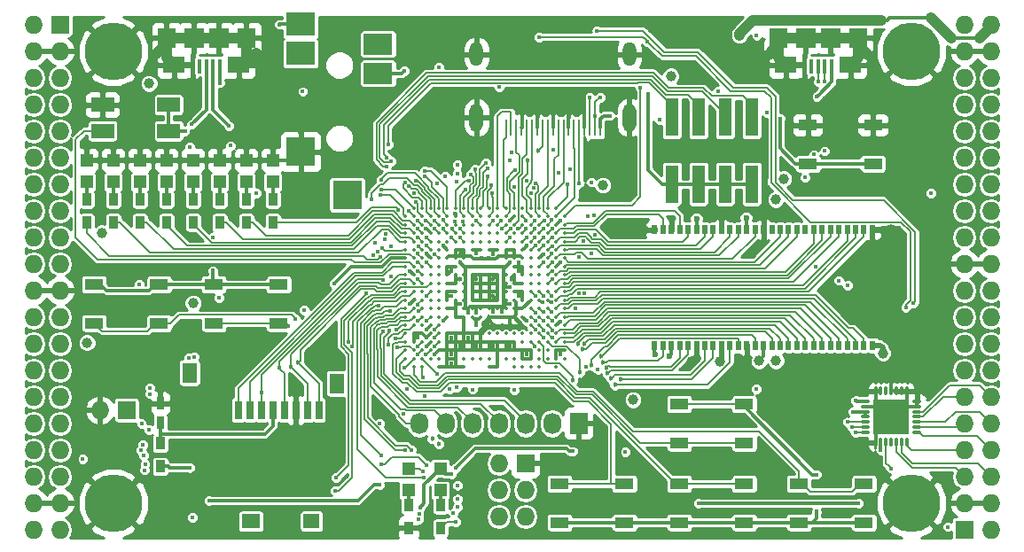
<source format=gtl>
G04 #@! TF.FileFunction,Copper,L1,Top,Signal*
%FSLAX46Y46*%
G04 Gerber Fmt 4.6, Leading zero omitted, Abs format (unit mm)*
G04 Created by KiCad (PCBNEW 4.0.7+dfsg1-1) date Thu Sep 28 11:15:27 2017*
%MOMM*%
%LPD*%
G01*
G04 APERTURE LIST*
%ADD10C,0.100000*%
%ADD11R,1.270000X3.600000*%
%ADD12R,0.700000X1.800000*%
%ADD13R,1.600000X1.400000*%
%ADD14R,1.800000X1.400000*%
%ADD15R,1.400000X1.900000*%
%ADD16R,1.800000X1.100000*%
%ADD17R,1.198880X1.198880*%
%ADD18R,0.560000X0.900000*%
%ADD19O,1.300000X2.700000*%
%ADD20O,1.300000X2.300000*%
%ADD21R,0.250000X1.600000*%
%ADD22R,1.727200X1.727200*%
%ADD23O,1.727200X1.727200*%
%ADD24C,5.500000*%
%ADD25R,2.200000X1.400000*%
%ADD26R,0.900000X1.200000*%
%ADD27R,0.750000X1.200000*%
%ADD28R,2.100000X1.600000*%
%ADD29R,1.900000X1.900000*%
%ADD30R,0.400000X1.350000*%
%ADD31R,1.800000X1.900000*%
%ADD32O,0.850000X0.300000*%
%ADD33O,0.300000X0.850000*%
%ADD34R,1.675000X1.675000*%
%ADD35C,0.350000*%
%ADD36R,1.727200X2.032000*%
%ADD37O,1.727200X2.032000*%
%ADD38R,2.800000X2.200000*%
%ADD39R,2.800000X2.800000*%
%ADD40R,2.800000X2.000000*%
%ADD41C,1.000000*%
%ADD42C,0.400000*%
%ADD43C,0.600000*%
%ADD44C,0.454000*%
%ADD45C,1.000000*%
%ADD46C,0.300000*%
%ADD47C,0.600000*%
%ADD48C,0.500000*%
%ADD49C,0.190000*%
%ADD50C,0.200000*%
%ADD51C,0.254000*%
G04 APERTURE END LIST*
D10*
D11*
X163950000Y-71530000D03*
X161410000Y-71530000D03*
X158870000Y-71530000D03*
X156330000Y-71530000D03*
X156330000Y-77930000D03*
X158870000Y-77930000D03*
X161410000Y-77930000D03*
X163950000Y-77930000D03*
D12*
X114930000Y-99520000D03*
X116030000Y-99520000D03*
X117130000Y-99520000D03*
X118230000Y-99520000D03*
X119330000Y-99520000D03*
X120430000Y-99520000D03*
X121530000Y-99520000D03*
X122630000Y-99520000D03*
D13*
X121920000Y-110120000D03*
D14*
X116120000Y-110120000D03*
D15*
X124320000Y-96970000D03*
X110270000Y-95970000D03*
D16*
X101160000Y-87510000D03*
X107360000Y-87510000D03*
X101160000Y-91210000D03*
X107360000Y-91210000D03*
X112590000Y-87510000D03*
X118790000Y-87510000D03*
X112590000Y-91210000D03*
X118790000Y-91210000D03*
X157040000Y-98940000D03*
X163240000Y-98940000D03*
X157040000Y-102640000D03*
X163240000Y-102640000D03*
X163240000Y-110260000D03*
X157040000Y-110260000D03*
X163240000Y-106560000D03*
X157040000Y-106560000D03*
X151810000Y-110260000D03*
X145610000Y-110260000D03*
X151810000Y-106560000D03*
X145610000Y-106560000D03*
X174670000Y-110260000D03*
X168470000Y-110260000D03*
X174670000Y-106560000D03*
X168470000Y-106560000D03*
D17*
X118230000Y-77709020D03*
X118230000Y-75610980D03*
X115690000Y-77709020D03*
X115690000Y-75610980D03*
X113150000Y-77709020D03*
X113150000Y-75610980D03*
X110610000Y-77709020D03*
X110610000Y-75610980D03*
X108070000Y-77709020D03*
X108070000Y-75610980D03*
X105530000Y-77709020D03*
X105530000Y-75610980D03*
X102990000Y-77709020D03*
X102990000Y-75610980D03*
X100450000Y-77709020D03*
X100450000Y-75610980D03*
D18*
X175480000Y-82270000D03*
X154680000Y-93330000D03*
X155480000Y-93330000D03*
X156280000Y-93330000D03*
X157080000Y-93330000D03*
X157880000Y-93330000D03*
X158680000Y-93330000D03*
X159480000Y-93330000D03*
X160280000Y-93330000D03*
X161080000Y-93330000D03*
X161880000Y-93330000D03*
X162680000Y-93330000D03*
X163480000Y-93330000D03*
X164280000Y-93330000D03*
X165080000Y-93330000D03*
X165880000Y-93330000D03*
X166680000Y-93330000D03*
X167480000Y-93330000D03*
X168280000Y-93330000D03*
X169080000Y-93330000D03*
X169880000Y-93330000D03*
X170680000Y-93330000D03*
X171480000Y-93330000D03*
X172280000Y-93330000D03*
X173080000Y-93330000D03*
X173880000Y-93330000D03*
X174680000Y-93330000D03*
X175480000Y-93330000D03*
X174680000Y-82270000D03*
X173880000Y-82270000D03*
X173080000Y-82270000D03*
X172280000Y-82270000D03*
X171480000Y-82270000D03*
X170680000Y-82270000D03*
X169880000Y-82270000D03*
X169080000Y-82270000D03*
X168280000Y-82270000D03*
X167480000Y-82270000D03*
X166680000Y-82270000D03*
X165880000Y-82270000D03*
X165080000Y-82270000D03*
X164280000Y-82270000D03*
X163480000Y-82270000D03*
X162680000Y-82270000D03*
X161880000Y-82270000D03*
X161080000Y-82270000D03*
X160280000Y-82270000D03*
X159480000Y-82270000D03*
X158680000Y-82270000D03*
X157880000Y-82270000D03*
X157080000Y-82270000D03*
X156280000Y-82270000D03*
X155480000Y-82270000D03*
X154680000Y-82270000D03*
D19*
X152280000Y-71550000D03*
X137680000Y-71550000D03*
D20*
X137680000Y-65500000D03*
D21*
X140480000Y-72500000D03*
X140980000Y-72500000D03*
X141480000Y-72500000D03*
X141980000Y-72500000D03*
X142480000Y-72500000D03*
X142980000Y-72500000D03*
X143480000Y-72500000D03*
X143980000Y-72500000D03*
X144480000Y-72500000D03*
X144980000Y-72500000D03*
X145480000Y-72500000D03*
X145980000Y-72500000D03*
X146480000Y-72500000D03*
X146980000Y-72500000D03*
X147480000Y-72500000D03*
X147980000Y-72500000D03*
X148480000Y-72500000D03*
X148980000Y-72500000D03*
X149480000Y-72500000D03*
D20*
X152280000Y-65500000D03*
D22*
X97910000Y-62690000D03*
D23*
X95370000Y-62690000D03*
X97910000Y-65230000D03*
X95370000Y-65230000D03*
X97910000Y-67770000D03*
X95370000Y-67770000D03*
X97910000Y-70310000D03*
X95370000Y-70310000D03*
X97910000Y-72850000D03*
X95370000Y-72850000D03*
X97910000Y-75390000D03*
X95370000Y-75390000D03*
X97910000Y-77930000D03*
X95370000Y-77930000D03*
X97910000Y-80470000D03*
X95370000Y-80470000D03*
X97910000Y-83010000D03*
X95370000Y-83010000D03*
X97910000Y-85550000D03*
X95370000Y-85550000D03*
X97910000Y-88090000D03*
X95370000Y-88090000D03*
X97910000Y-90630000D03*
X95370000Y-90630000D03*
X97910000Y-93170000D03*
X95370000Y-93170000D03*
X97910000Y-95710000D03*
X95370000Y-95710000D03*
X97910000Y-98250000D03*
X95370000Y-98250000D03*
X97910000Y-100790000D03*
X95370000Y-100790000D03*
X97910000Y-103330000D03*
X95370000Y-103330000D03*
X97910000Y-105870000D03*
X95370000Y-105870000D03*
X97910000Y-108410000D03*
X95370000Y-108410000D03*
X97910000Y-110950000D03*
X95370000Y-110950000D03*
D22*
X184270000Y-110950000D03*
D23*
X186810000Y-110950000D03*
X184270000Y-108410000D03*
X186810000Y-108410000D03*
X184270000Y-105870000D03*
X186810000Y-105870000D03*
X184270000Y-103330000D03*
X186810000Y-103330000D03*
X184270000Y-100790000D03*
X186810000Y-100790000D03*
X184270000Y-98250000D03*
X186810000Y-98250000D03*
X184270000Y-95710000D03*
X186810000Y-95710000D03*
X184270000Y-93170000D03*
X186810000Y-93170000D03*
X184270000Y-90630000D03*
X186810000Y-90630000D03*
X184270000Y-88090000D03*
X186810000Y-88090000D03*
X184270000Y-85550000D03*
X186810000Y-85550000D03*
X184270000Y-83010000D03*
X186810000Y-83010000D03*
X184270000Y-80470000D03*
X186810000Y-80470000D03*
X184270000Y-77930000D03*
X186810000Y-77930000D03*
X184270000Y-75390000D03*
X186810000Y-75390000D03*
X184270000Y-72850000D03*
X186810000Y-72850000D03*
X184270000Y-70310000D03*
X186810000Y-70310000D03*
X184270000Y-67770000D03*
X186810000Y-67770000D03*
X184270000Y-65230000D03*
X186810000Y-65230000D03*
X184270000Y-62690000D03*
X186810000Y-62690000D03*
D24*
X102990000Y-108410000D03*
X179190000Y-108410000D03*
X179190000Y-65230000D03*
X102990000Y-65230000D03*
D16*
X175535000Y-75970000D03*
X169335000Y-75970000D03*
X175535000Y-72270000D03*
X169335000Y-72270000D03*
D25*
X108274000Y-70330000D03*
X101974000Y-70330000D03*
X101974000Y-72830000D03*
X108274000Y-72830000D03*
D22*
X104260000Y-99520000D03*
D23*
X101720000Y-99520000D03*
D17*
X131184000Y-105074980D03*
X131184000Y-107173020D03*
X134232000Y-107173020D03*
X134232000Y-105074980D03*
D26*
X131184000Y-108580000D03*
X131184000Y-110780000D03*
X134232000Y-110780000D03*
X134232000Y-108580000D03*
D27*
X107480000Y-100750000D03*
X107480000Y-98850000D03*
D26*
X107480000Y-102700000D03*
X107480000Y-104900000D03*
D28*
X114980000Y-66510000D03*
X108780000Y-66510000D03*
D29*
X113080000Y-63960000D03*
X110680000Y-63960000D03*
D30*
X113180000Y-66635000D03*
X112530000Y-66635000D03*
X111880000Y-66635000D03*
X111230000Y-66635000D03*
X110580000Y-66635000D03*
D31*
X115680000Y-63960000D03*
X108080000Y-63960000D03*
D28*
X173400000Y-66510000D03*
X167200000Y-66510000D03*
D29*
X171500000Y-63960000D03*
X169100000Y-63960000D03*
D30*
X171600000Y-66635000D03*
X170950000Y-66635000D03*
X170300000Y-66635000D03*
X169650000Y-66635000D03*
X169000000Y-66635000D03*
D31*
X174100000Y-63960000D03*
X166500000Y-63960000D03*
D22*
X142360000Y-104600000D03*
D23*
X139820000Y-104600000D03*
X142360000Y-107140000D03*
X139820000Y-107140000D03*
X142360000Y-109680000D03*
X139820000Y-109680000D03*
D26*
X118230000Y-81570000D03*
X118230000Y-79370000D03*
X115690000Y-81570000D03*
X115690000Y-79370000D03*
X113150000Y-81570000D03*
X113150000Y-79370000D03*
X110610000Y-81570000D03*
X110610000Y-79370000D03*
X108070000Y-81570000D03*
X108070000Y-79370000D03*
X105530000Y-81570000D03*
X105530000Y-79370000D03*
X102990000Y-81570000D03*
X102990000Y-79370000D03*
X100450000Y-81570000D03*
X100450000Y-79370000D03*
D32*
X179735000Y-101655000D03*
X179735000Y-101155000D03*
X179735000Y-100655000D03*
X179735000Y-100155000D03*
X179735000Y-99655000D03*
X179735000Y-99155000D03*
X179735000Y-98655000D03*
D33*
X178785000Y-97705000D03*
X178285000Y-97705000D03*
X177785000Y-97705000D03*
X177285000Y-97705000D03*
X176785000Y-97705000D03*
X176285000Y-97705000D03*
X175785000Y-97705000D03*
D32*
X174835000Y-98655000D03*
X174835000Y-99155000D03*
X174835000Y-99655000D03*
X174835000Y-100155000D03*
X174835000Y-100655000D03*
X174835000Y-101155000D03*
X174835000Y-101655000D03*
D33*
X175785000Y-102605000D03*
X176285000Y-102605000D03*
X176785000Y-102605000D03*
X177285000Y-102605000D03*
X177785000Y-102605000D03*
X178285000Y-102605000D03*
X178785000Y-102605000D03*
D34*
X176447500Y-99317500D03*
X176447500Y-100992500D03*
X178122500Y-99317500D03*
X178122500Y-100992500D03*
D35*
X131680000Y-80200000D03*
X132480000Y-80200000D03*
X133280000Y-80200000D03*
X134080000Y-80200000D03*
X134880000Y-80200000D03*
X135680000Y-80200000D03*
X136480000Y-80200000D03*
X137280000Y-80200000D03*
X138080000Y-80200000D03*
X138880000Y-80200000D03*
X139680000Y-80200000D03*
X140480000Y-80200000D03*
X141280000Y-80200000D03*
X142080000Y-80200000D03*
X142880000Y-80200000D03*
X143680000Y-80200000D03*
X144480000Y-80200000D03*
X145280000Y-80200000D03*
X130880000Y-81000000D03*
X131680000Y-81000000D03*
X132480000Y-81000000D03*
X133280000Y-81000000D03*
X134080000Y-81000000D03*
X134880000Y-81000000D03*
X135680000Y-81000000D03*
X136480000Y-81000000D03*
X137280000Y-81000000D03*
X138080000Y-81000000D03*
X138880000Y-81000000D03*
X139680000Y-81000000D03*
X140480000Y-81000000D03*
X141280000Y-81000000D03*
X142080000Y-81000000D03*
X142880000Y-81000000D03*
X143680000Y-81000000D03*
X144480000Y-81000000D03*
X145280000Y-81000000D03*
X146080000Y-81000000D03*
X130880000Y-81800000D03*
X131680000Y-81800000D03*
X132480000Y-81800000D03*
X133280000Y-81800000D03*
X134080000Y-81800000D03*
X134880000Y-81800000D03*
X135680000Y-81800000D03*
X136480000Y-81800000D03*
X137280000Y-81800000D03*
X138080000Y-81800000D03*
X138880000Y-81800000D03*
X139680000Y-81800000D03*
X140480000Y-81800000D03*
X141280000Y-81800000D03*
X142080000Y-81800000D03*
X142880000Y-81800000D03*
X143680000Y-81800000D03*
X144480000Y-81800000D03*
X145280000Y-81800000D03*
X146080000Y-81800000D03*
X130880000Y-82600000D03*
X131680000Y-82600000D03*
X132480000Y-82600000D03*
X133280000Y-82600000D03*
X134080000Y-82600000D03*
X134880000Y-82600000D03*
X135680000Y-82600000D03*
X136480000Y-82600000D03*
X137280000Y-82600000D03*
X138080000Y-82600000D03*
X138880000Y-82600000D03*
X139680000Y-82600000D03*
X140480000Y-82600000D03*
X141280000Y-82600000D03*
X142080000Y-82600000D03*
X142880000Y-82600000D03*
X143680000Y-82600000D03*
X144480000Y-82600000D03*
X145280000Y-82600000D03*
X146080000Y-82600000D03*
X130880000Y-83400000D03*
X131680000Y-83400000D03*
X132480000Y-83400000D03*
X133280000Y-83400000D03*
X134080000Y-83400000D03*
X134880000Y-83400000D03*
X135680000Y-83400000D03*
X136480000Y-83400000D03*
X137280000Y-83400000D03*
X138080000Y-83400000D03*
X138880000Y-83400000D03*
X139680000Y-83400000D03*
X140480000Y-83400000D03*
X141280000Y-83400000D03*
X142080000Y-83400000D03*
X142880000Y-83400000D03*
X143680000Y-83400000D03*
X144480000Y-83400000D03*
X145280000Y-83400000D03*
X146080000Y-83400000D03*
X130880000Y-84200000D03*
X131680000Y-84200000D03*
X132480000Y-84200000D03*
X133280000Y-84200000D03*
X134080000Y-84200000D03*
X134880000Y-84200000D03*
X135680000Y-84200000D03*
X136480000Y-84200000D03*
X137280000Y-84200000D03*
X138080000Y-84200000D03*
X138880000Y-84200000D03*
X139680000Y-84200000D03*
X140480000Y-84200000D03*
X141280000Y-84200000D03*
X142080000Y-84200000D03*
X142880000Y-84200000D03*
X143680000Y-84200000D03*
X144480000Y-84200000D03*
X145280000Y-84200000D03*
X146080000Y-84200000D03*
X130880000Y-85000000D03*
X131680000Y-85000000D03*
X132480000Y-85000000D03*
X133280000Y-85000000D03*
X134080000Y-85000000D03*
X134880000Y-85000000D03*
X135680000Y-85000000D03*
X136480000Y-85000000D03*
X137280000Y-85000000D03*
X138080000Y-85000000D03*
X138880000Y-85000000D03*
X139680000Y-85000000D03*
X140480000Y-85000000D03*
X141280000Y-85000000D03*
X142080000Y-85000000D03*
X142880000Y-85000000D03*
X143680000Y-85000000D03*
X144480000Y-85000000D03*
X145280000Y-85000000D03*
X146080000Y-85000000D03*
X130880000Y-85800000D03*
X131680000Y-85800000D03*
X132480000Y-85800000D03*
X133280000Y-85800000D03*
X134080000Y-85800000D03*
X134880000Y-85800000D03*
X135680000Y-85800000D03*
X136480000Y-85800000D03*
X137280000Y-85800000D03*
X138080000Y-85800000D03*
X138880000Y-85800000D03*
X139680000Y-85800000D03*
X140480000Y-85800000D03*
X141280000Y-85800000D03*
X142080000Y-85800000D03*
X142880000Y-85800000D03*
X143680000Y-85800000D03*
X144480000Y-85800000D03*
X145280000Y-85800000D03*
X146080000Y-85800000D03*
X130880000Y-86600000D03*
X131680000Y-86600000D03*
X132480000Y-86600000D03*
X133280000Y-86600000D03*
X134080000Y-86600000D03*
X134880000Y-86600000D03*
X135680000Y-86600000D03*
X136480000Y-86600000D03*
X137280000Y-86600000D03*
X138080000Y-86600000D03*
X138880000Y-86600000D03*
X139680000Y-86600000D03*
X140480000Y-86600000D03*
X141280000Y-86600000D03*
X142080000Y-86600000D03*
X142880000Y-86600000D03*
X143680000Y-86600000D03*
X144480000Y-86600000D03*
X145280000Y-86600000D03*
X146080000Y-86600000D03*
X130880000Y-87400000D03*
X131680000Y-87400000D03*
X132480000Y-87400000D03*
X133280000Y-87400000D03*
X134080000Y-87400000D03*
X134880000Y-87400000D03*
X135680000Y-87400000D03*
X136480000Y-87400000D03*
X137280000Y-87400000D03*
X138080000Y-87400000D03*
X138880000Y-87400000D03*
X139680000Y-87400000D03*
X140480000Y-87400000D03*
X141280000Y-87400000D03*
X142080000Y-87400000D03*
X142880000Y-87400000D03*
X143680000Y-87400000D03*
X144480000Y-87400000D03*
X145280000Y-87400000D03*
X146080000Y-87400000D03*
X130880000Y-88200000D03*
X131680000Y-88200000D03*
X132480000Y-88200000D03*
X133280000Y-88200000D03*
X134080000Y-88200000D03*
X134880000Y-88200000D03*
X135680000Y-88200000D03*
X136480000Y-88200000D03*
X137280000Y-88200000D03*
X138080000Y-88200000D03*
X138880000Y-88200000D03*
X139680000Y-88200000D03*
X140480000Y-88200000D03*
X141280000Y-88200000D03*
X142080000Y-88200000D03*
X142880000Y-88200000D03*
X143680000Y-88200000D03*
X144480000Y-88200000D03*
X145280000Y-88200000D03*
X146080000Y-88200000D03*
X130880000Y-89000000D03*
X131680000Y-89000000D03*
X132480000Y-89000000D03*
X133280000Y-89000000D03*
X134080000Y-89000000D03*
X134880000Y-89000000D03*
X135680000Y-89000000D03*
X136480000Y-89000000D03*
X137280000Y-89000000D03*
X138080000Y-89000000D03*
X138880000Y-89000000D03*
X139680000Y-89000000D03*
X140480000Y-89000000D03*
X141280000Y-89000000D03*
X142080000Y-89000000D03*
X142880000Y-89000000D03*
X143680000Y-89000000D03*
X144480000Y-89000000D03*
X145280000Y-89000000D03*
X146080000Y-89000000D03*
X130880000Y-89800000D03*
X131680000Y-89800000D03*
X132480000Y-89800000D03*
X133280000Y-89800000D03*
X134080000Y-89800000D03*
X134880000Y-89800000D03*
X135680000Y-89800000D03*
X136480000Y-89800000D03*
X137280000Y-89800000D03*
X138080000Y-89800000D03*
X138880000Y-89800000D03*
X139680000Y-89800000D03*
X140480000Y-89800000D03*
X141280000Y-89800000D03*
X142080000Y-89800000D03*
X142880000Y-89800000D03*
X143680000Y-89800000D03*
X144480000Y-89800000D03*
X145280000Y-89800000D03*
X146080000Y-89800000D03*
X130880000Y-90600000D03*
X131680000Y-90600000D03*
X132480000Y-90600000D03*
X133280000Y-90600000D03*
X134080000Y-90600000D03*
X134880000Y-90600000D03*
X135680000Y-90600000D03*
X136480000Y-90600000D03*
X137280000Y-90600000D03*
X138080000Y-90600000D03*
X138880000Y-90600000D03*
X139680000Y-90600000D03*
X140480000Y-90600000D03*
X141280000Y-90600000D03*
X142080000Y-90600000D03*
X142880000Y-90600000D03*
X143680000Y-90600000D03*
X144480000Y-90600000D03*
X145280000Y-90600000D03*
X146080000Y-90600000D03*
X130880000Y-91400000D03*
X131680000Y-91400000D03*
X132480000Y-91400000D03*
X133280000Y-91400000D03*
X134080000Y-91400000D03*
X142880000Y-91400000D03*
X143680000Y-91400000D03*
X144480000Y-91400000D03*
X145280000Y-91400000D03*
X146080000Y-91400000D03*
X130880000Y-92200000D03*
X131680000Y-92200000D03*
X132480000Y-92200000D03*
X133280000Y-92200000D03*
X134080000Y-92200000D03*
X134880000Y-92200000D03*
X135680000Y-92200000D03*
X136480000Y-92200000D03*
X137280000Y-92200000D03*
X138080000Y-92200000D03*
X138880000Y-92200000D03*
X139680000Y-92200000D03*
X140480000Y-92200000D03*
X141280000Y-92200000D03*
X142080000Y-92200000D03*
X142880000Y-92200000D03*
X143680000Y-92200000D03*
X144480000Y-92200000D03*
X145280000Y-92200000D03*
X146080000Y-92200000D03*
X130880000Y-93000000D03*
X131680000Y-93000000D03*
X132480000Y-93000000D03*
X133280000Y-93000000D03*
X134080000Y-93000000D03*
X134880000Y-93000000D03*
X135680000Y-93000000D03*
X136480000Y-93000000D03*
X137280000Y-93000000D03*
X138080000Y-93000000D03*
X138880000Y-93000000D03*
X139680000Y-93000000D03*
X140480000Y-93000000D03*
X141280000Y-93000000D03*
X142080000Y-93000000D03*
X142880000Y-93000000D03*
X143680000Y-93000000D03*
X144480000Y-93000000D03*
X145280000Y-93000000D03*
X146080000Y-93000000D03*
X130880000Y-93800000D03*
X131680000Y-93800000D03*
X132480000Y-93800000D03*
X133280000Y-93800000D03*
X134080000Y-93800000D03*
X134880000Y-93800000D03*
X135680000Y-93800000D03*
X136480000Y-93800000D03*
X137280000Y-93800000D03*
X138080000Y-93800000D03*
X138880000Y-93800000D03*
X139680000Y-93800000D03*
X140480000Y-93800000D03*
X141280000Y-93800000D03*
X142080000Y-93800000D03*
X142880000Y-93800000D03*
X143680000Y-93800000D03*
X144480000Y-93800000D03*
X145280000Y-93800000D03*
X146080000Y-93800000D03*
X130880000Y-94600000D03*
X131680000Y-94600000D03*
X132480000Y-94600000D03*
X133280000Y-94600000D03*
X134080000Y-94600000D03*
X134880000Y-94600000D03*
X135680000Y-94600000D03*
X136480000Y-94600000D03*
X137280000Y-94600000D03*
X138080000Y-94600000D03*
X138880000Y-94600000D03*
X139680000Y-94600000D03*
X140480000Y-94600000D03*
X141280000Y-94600000D03*
X142080000Y-94600000D03*
X142880000Y-94600000D03*
X143680000Y-94600000D03*
X144480000Y-94600000D03*
X145280000Y-94600000D03*
X146080000Y-94600000D03*
X131680000Y-95400000D03*
X132480000Y-95400000D03*
X134080000Y-95400000D03*
X134880000Y-95400000D03*
X135680000Y-95400000D03*
X136480000Y-95400000D03*
X138880000Y-95400000D03*
X139680000Y-95400000D03*
X141280000Y-95400000D03*
X142080000Y-95400000D03*
X142880000Y-95400000D03*
X143680000Y-95400000D03*
X145280000Y-95400000D03*
D36*
X147440000Y-100790000D03*
D37*
X144900000Y-100790000D03*
X142360000Y-100790000D03*
X139820000Y-100790000D03*
X137280000Y-100790000D03*
X134740000Y-100790000D03*
X132200000Y-100790000D03*
D38*
X120880000Y-62640000D03*
X120880000Y-65440000D03*
D39*
X120880000Y-74840000D03*
X125330000Y-78940000D03*
D40*
X128280000Y-67340000D03*
X128280000Y-64540000D03*
D41*
X116676077Y-65372157D03*
D42*
X139575609Y-69792857D03*
X146468970Y-70993942D03*
X144978424Y-71024054D03*
X143480350Y-71016526D03*
X142000564Y-71008511D03*
X113273209Y-99681387D03*
X175495631Y-71457432D03*
D41*
X165541128Y-65538825D03*
X175041608Y-65589748D03*
X107072473Y-65519920D03*
D42*
X147987361Y-71377791D03*
X144102010Y-84600000D03*
X132880424Y-84561218D03*
X135567436Y-80702302D03*
X132810347Y-82177990D03*
X145713035Y-91022010D03*
X145680000Y-94177990D03*
X177285000Y-95710000D03*
D41*
X177229911Y-82281349D03*
D42*
X170046000Y-85804000D03*
D43*
X164741832Y-81130572D03*
D42*
X120770000Y-72215000D03*
X133216000Y-109934000D03*
D43*
X161067993Y-81216119D03*
D41*
X158233687Y-94852616D03*
X162992748Y-94820185D03*
D43*
X156280000Y-81210838D03*
D42*
X131254529Y-86251357D03*
X140880000Y-81400000D03*
X136085174Y-89394826D03*
X145680000Y-81400000D03*
X120430000Y-97050000D03*
X150080000Y-81600000D03*
X131280000Y-89400000D03*
X133690245Y-94180159D03*
D44*
X139312644Y-91359700D03*
D42*
X140874194Y-91433353D03*
X145680000Y-85422010D03*
X135280000Y-95000000D03*
X135280000Y-94200000D03*
X142480000Y-94200000D03*
X140880000Y-93400000D03*
X139280000Y-93400000D03*
X137680000Y-93400000D03*
X136080000Y-93400000D03*
X136880000Y-92600000D03*
X135280000Y-92600000D03*
X132880000Y-91800000D03*
X132880000Y-93400000D03*
D44*
X141042859Y-86994997D03*
X139280000Y-87000000D03*
X136110990Y-86995403D03*
X139280000Y-88600000D03*
X137680000Y-87000000D03*
X136080000Y-84600000D03*
D41*
X156235582Y-67593489D03*
X101932065Y-82585048D03*
X106417803Y-68312483D03*
X166280000Y-94800000D03*
D42*
X112134000Y-108156000D03*
X128390000Y-106632000D03*
D41*
X167019936Y-77389798D03*
D42*
X150457224Y-71377791D03*
X172289562Y-87124051D03*
D41*
X166251010Y-79388894D03*
X162787481Y-63718486D03*
D42*
X164433885Y-63737451D03*
X139820000Y-68665673D03*
X148639876Y-77729346D03*
D41*
X149751640Y-78029346D03*
D42*
X134079160Y-66786153D03*
X109828000Y-72830000D03*
X116654336Y-78777990D03*
X173620534Y-99657935D03*
X173902378Y-98625522D03*
X176285000Y-103330000D03*
D41*
X176474303Y-94069095D03*
D42*
X173094000Y-87582000D03*
X164387711Y-97506234D03*
D41*
X100479904Y-93063904D03*
D43*
X163422030Y-81120665D03*
X154726292Y-94171363D03*
X156077107Y-94380779D03*
D41*
X160908408Y-94850523D03*
D43*
X158680000Y-81210838D03*
D42*
X112515000Y-83010000D03*
X181065000Y-78785000D03*
X128441330Y-100795881D03*
X110529662Y-109760338D03*
X110280000Y-105000000D03*
X100080000Y-104200000D03*
X113080000Y-88800000D03*
D41*
X164653770Y-94825547D03*
D42*
X137665894Y-91402446D03*
X135273306Y-88618602D03*
X139272517Y-84611349D03*
X137680556Y-84534085D03*
X141680000Y-86200000D03*
X135280000Y-86200000D03*
X132880000Y-92600000D03*
X132080000Y-92600000D03*
X141680000Y-88600000D03*
X141680000Y-85400000D03*
D41*
X152621047Y-98519969D03*
D42*
X136885174Y-90194826D03*
X140094890Y-90122990D03*
X139280000Y-90122990D03*
X140880000Y-89400000D03*
X137680000Y-90172990D03*
X140880000Y-87800000D03*
X140880000Y-85400000D03*
D44*
X136080000Y-85400000D03*
D42*
X120375151Y-90779445D03*
X130022933Y-91834237D03*
X119684872Y-91469724D03*
X129902064Y-92678248D03*
D41*
X110617371Y-89287199D03*
D42*
X142480000Y-91000000D03*
X142480000Y-83800000D03*
X134480000Y-83800000D03*
X134480000Y-91000000D03*
X155149360Y-71764535D03*
X121086654Y-69078528D03*
X105462439Y-87482966D03*
X170182962Y-69571012D03*
X174110000Y-108410000D03*
X158870000Y-108410000D03*
X135884156Y-106696010D03*
X137288700Y-97538741D03*
X133680000Y-91800000D03*
D44*
X134074414Y-102752225D03*
D42*
X135085458Y-97531790D03*
X135855186Y-108022639D03*
D44*
X133449289Y-102232615D03*
D42*
X133680000Y-92600000D03*
X132752670Y-98178920D03*
X128610113Y-104714568D03*
X132918584Y-104800000D03*
X135853254Y-108792386D03*
X133685668Y-93402482D03*
X130714529Y-99901000D03*
X131039363Y-97487286D03*
X135471949Y-109365878D03*
X132846234Y-94197073D03*
X118858690Y-62658970D03*
X130761990Y-67119621D03*
X148477832Y-69619684D03*
X149475951Y-69619684D03*
X148991194Y-71377791D03*
X153984196Y-64280063D03*
X153322343Y-68673419D03*
X143650666Y-63862520D03*
X178665908Y-89713903D03*
X149183754Y-63257114D03*
X179375977Y-89317806D03*
X140035989Y-81400000D03*
X128776655Y-87110882D03*
X132077895Y-86272150D03*
X117121665Y-97817265D03*
X118843798Y-95498222D03*
D44*
X119978162Y-95412951D03*
X120634035Y-94977604D03*
D42*
X113212238Y-68244401D03*
X166658010Y-71673557D03*
X160775000Y-69040000D03*
X146387166Y-77939336D03*
X147480000Y-77822010D03*
X131453853Y-103296209D03*
X144891634Y-91008466D03*
D44*
X148653935Y-95249010D03*
D42*
X144867244Y-90164455D03*
D44*
X149619858Y-94378867D03*
X150895161Y-97104924D03*
D42*
X144890381Y-83866022D03*
D44*
X151426924Y-96584651D03*
D42*
X144894101Y-83022010D03*
D44*
X150518912Y-96497510D03*
D42*
X144901285Y-86268736D03*
D44*
X150197861Y-96013257D03*
D42*
X144888562Y-86993817D03*
D44*
X150072035Y-95446034D03*
D42*
X144877648Y-88622010D03*
X144810610Y-89177990D03*
D44*
X149779241Y-94944191D03*
D42*
X144895773Y-91874444D03*
D44*
X147777713Y-93691005D03*
X147399581Y-93209136D03*
D42*
X144102010Y-92600000D03*
D44*
X147990903Y-93150519D03*
D42*
X144882352Y-92577990D03*
X130807074Y-95454141D03*
X130141304Y-93529144D03*
X132080000Y-93400000D03*
X129254670Y-93244631D03*
X133919980Y-96038729D03*
X141280000Y-97600000D03*
X132572818Y-96383863D03*
X135770000Y-97338127D03*
X132080000Y-94200000D03*
X128669601Y-84020243D03*
X105906712Y-103816552D03*
X129459184Y-90039192D03*
X132080000Y-89444020D03*
X130839486Y-103354982D03*
X128602801Y-103872537D03*
X128321313Y-89539949D03*
X132656192Y-105976192D03*
X132880000Y-88600000D03*
X127145130Y-88379076D03*
X124253981Y-105982535D03*
X132080000Y-87000000D03*
X125827283Y-93452662D03*
X124202418Y-107207639D03*
D44*
X142530990Y-75662841D03*
X143525587Y-74749772D03*
D42*
X110313517Y-74380698D03*
X132146108Y-109940263D03*
X114166000Y-74247000D03*
X132189000Y-109415000D03*
X135567436Y-81489225D03*
X135767546Y-77648547D03*
X134702010Y-77200000D03*
X134471354Y-81347908D03*
X132761172Y-77202673D03*
X132737245Y-76676207D03*
X128545566Y-77476577D03*
X127643658Y-79355564D03*
X110718734Y-94451783D03*
X128515897Y-78994176D03*
X110193102Y-94489889D03*
X128569727Y-78469921D03*
X106480000Y-97386401D03*
X131230910Y-78113843D03*
X106480000Y-97968443D03*
X131709326Y-78745875D03*
X132783332Y-81399993D03*
X129016746Y-82660638D03*
X105679715Y-100783924D03*
X132084821Y-83022010D03*
X128948848Y-83183258D03*
X106401171Y-101377901D03*
X132886504Y-83777990D03*
X129513931Y-83860979D03*
X105803161Y-102850427D03*
X132117443Y-83866021D03*
X127966259Y-83527946D03*
X105651866Y-103355255D03*
X132079996Y-84503337D03*
X128256283Y-84387285D03*
X106023598Y-104697574D03*
X133671942Y-84595200D03*
X127824162Y-84688968D03*
X105973679Y-105248709D03*
X132875802Y-85428138D03*
D44*
X146862501Y-96617499D03*
X147534467Y-95913260D03*
D42*
X148102806Y-95339021D03*
X143280000Y-91000000D03*
X149207706Y-95605291D03*
X144082424Y-90132858D03*
X143989948Y-89177990D03*
X147125926Y-89802879D03*
X143281824Y-90201951D03*
X144102010Y-85397219D03*
X147422472Y-84858593D03*
X144886544Y-85385186D03*
X144102010Y-83000000D03*
X148975652Y-82755341D03*
X144885092Y-82177990D03*
X147470668Y-88324835D03*
X144082832Y-88584510D03*
X147997681Y-88324844D03*
X143278026Y-88595030D03*
X144102010Y-82185600D03*
X148935852Y-80899014D03*
X148337768Y-80975785D03*
X144866392Y-81333979D03*
X139280000Y-81400000D03*
X139145358Y-78809170D03*
X139040624Y-78036724D03*
X138723613Y-77165705D03*
X138593844Y-75910161D03*
X138716105Y-76425854D03*
X137680000Y-81400000D03*
X137538026Y-76510532D03*
X137116016Y-76974740D03*
X136928568Y-77562978D03*
X136634118Y-78451672D03*
X135830689Y-76094515D03*
X136411444Y-81497309D03*
X148668800Y-84550385D03*
X144877691Y-84532933D03*
X144102010Y-83800000D03*
X147894174Y-83335809D03*
X142851623Y-78759750D03*
X142473549Y-82998913D03*
X143105106Y-78295223D03*
X142396423Y-82191394D03*
X145494012Y-76834828D03*
X144146021Y-81374784D03*
X143331797Y-77819457D03*
X146627648Y-76461302D03*
X143257990Y-82207154D03*
X143257990Y-81379632D03*
X145017056Y-74655847D03*
X141318978Y-78199263D03*
X141657990Y-82130345D03*
X142413979Y-81382236D03*
X140080000Y-82200000D03*
X141342967Y-76554996D03*
X141046643Y-74873804D03*
X140864029Y-83041403D03*
X140890207Y-75681941D03*
X140924011Y-82179283D03*
X129542604Y-86703515D03*
X132880000Y-83022010D03*
X132080000Y-82177990D03*
X132080000Y-81400000D03*
X131847310Y-79589886D03*
X130856828Y-77742623D03*
X131923295Y-77584853D03*
X133654358Y-82177990D03*
X133627343Y-81396408D03*
X129336756Y-91938993D03*
X132880000Y-91000000D03*
X128765088Y-92004296D03*
X132077648Y-90977990D03*
X130196821Y-80377733D03*
X131180000Y-80500000D03*
X128489708Y-84867377D03*
X132079620Y-85428138D03*
X165432990Y-71070016D03*
X134501414Y-82177578D03*
X133922194Y-77854836D03*
X135680000Y-110200000D03*
X146844288Y-103452739D03*
X132540000Y-105400000D03*
X135680000Y-105037990D03*
X132280000Y-108800000D03*
X135248000Y-105616000D03*
X112515000Y-86185000D03*
X162842298Y-98762298D03*
X170126036Y-109212466D03*
X170157734Y-105666345D03*
X169895346Y-75092988D03*
X143257990Y-83000000D03*
X151896383Y-103510715D03*
X169030000Y-77295000D03*
X114039000Y-72342000D03*
X110483000Y-72215000D03*
X177274002Y-105079115D03*
X143258015Y-93423150D03*
X173867913Y-101655141D03*
X143280000Y-91800000D03*
X144064831Y-91877646D03*
X173497957Y-101157615D03*
X173102681Y-100658357D03*
X144080000Y-91000000D03*
X154044000Y-69294000D03*
X129061632Y-76229575D03*
X135280000Y-83022010D03*
X129493343Y-75737814D03*
X136080000Y-83000000D03*
X129122249Y-75363607D03*
X135345425Y-82176814D03*
X129252218Y-74142461D03*
X135830698Y-76905381D03*
X136080000Y-82200000D03*
X170943165Y-74761464D03*
X143280000Y-83800000D03*
X142480000Y-77600000D03*
X170300000Y-68151000D03*
X170950000Y-68125562D03*
X125480000Y-93000000D03*
X121211999Y-89942596D03*
X132156079Y-90030946D03*
X182654362Y-110665838D03*
X124080000Y-87400000D03*
X124080000Y-87400000D03*
D45*
X116176078Y-65872156D02*
X116676077Y-65372157D01*
X115894988Y-66124988D02*
X115923246Y-66124988D01*
X115680000Y-65910000D02*
X115894988Y-66124988D01*
X115923246Y-66124988D02*
X116176078Y-65872156D01*
X115680000Y-63960000D02*
X115680000Y-65910000D01*
D46*
X141880000Y-69200000D02*
X140785205Y-69200000D01*
X140785205Y-69200000D02*
X140192348Y-69792857D01*
X140192348Y-69792857D02*
X139858451Y-69792857D01*
X139858451Y-69792857D02*
X139575609Y-69792857D01*
X143480000Y-72500000D02*
X143480000Y-71016876D01*
X143480000Y-71016876D02*
X143480350Y-71016526D01*
X144980000Y-72500000D02*
X144980000Y-71025630D01*
X144980000Y-71025630D02*
X144978424Y-71024054D01*
X146480000Y-72500000D02*
X146480000Y-71004972D01*
X146480000Y-71004972D02*
X146468970Y-70993942D01*
X147980000Y-72500000D02*
X147980000Y-71385152D01*
X147980000Y-71385152D02*
X147987361Y-71377791D01*
X146468970Y-70711100D02*
X146468970Y-70993942D01*
X146468970Y-69211030D02*
X146468970Y-70711100D01*
X146480000Y-69200000D02*
X146468970Y-69211030D01*
X144978424Y-70741212D02*
X144978424Y-71024054D01*
X144978424Y-69201576D02*
X144978424Y-70741212D01*
X144980000Y-69200000D02*
X144978424Y-69201576D01*
X143480350Y-70733684D02*
X143480350Y-71016526D01*
X143480350Y-69200350D02*
X143480350Y-70733684D01*
X143480000Y-69200000D02*
X143480350Y-69200350D01*
X142000564Y-71008511D02*
X142000564Y-72479436D01*
X142000564Y-72479436D02*
X141980000Y-72500000D01*
X142000564Y-70725669D02*
X142000564Y-71008511D01*
X142000564Y-69320564D02*
X142000564Y-70725669D01*
X141880000Y-69200000D02*
X142000564Y-69320564D01*
X146480000Y-69200000D02*
X147780000Y-69200000D01*
X147780000Y-69200000D02*
X147940542Y-69360542D01*
X147987361Y-71094949D02*
X147987361Y-71377791D01*
X147940542Y-71048130D02*
X147987361Y-71094949D01*
X147940542Y-69360542D02*
X147940542Y-71048130D01*
X112441822Y-98850000D02*
X113073210Y-99481388D01*
X107480000Y-98850000D02*
X112441822Y-98850000D01*
X113073210Y-99481388D02*
X113273209Y-99681387D01*
X175495631Y-71740274D02*
X175495631Y-71457432D01*
X175495631Y-72230631D02*
X175495631Y-71740274D01*
X175535000Y-72270000D02*
X175495631Y-72230631D01*
D45*
X166500000Y-64579953D02*
X166041127Y-65038826D01*
X166041127Y-65038826D02*
X165541128Y-65538825D01*
X166500000Y-63960000D02*
X166500000Y-64579953D01*
X174541609Y-65089749D02*
X175041608Y-65589748D01*
X174100000Y-64648140D02*
X174541609Y-65089749D01*
X174100000Y-63960000D02*
X174100000Y-64648140D01*
X107572472Y-65019921D02*
X107072473Y-65519920D01*
X108080000Y-64512393D02*
X107572472Y-65019921D01*
X108080000Y-63960000D02*
X108080000Y-64512393D01*
D47*
X108780000Y-66510000D02*
X110455000Y-66510000D01*
D46*
X110455000Y-66510000D02*
X110580000Y-66635000D01*
D45*
X108080000Y-63960000D02*
X108080000Y-65810000D01*
X108080000Y-65810000D02*
X108780000Y-66510000D01*
X115680000Y-63960000D02*
X115680000Y-65810000D01*
D46*
X115680000Y-65810000D02*
X114980000Y-66510000D01*
D45*
X113080000Y-63960000D02*
X115680000Y-63960000D01*
X110680000Y-63960000D02*
X113080000Y-63960000D01*
X108080000Y-63960000D02*
X110680000Y-63960000D01*
D47*
X167200000Y-66510000D02*
X168875000Y-66510000D01*
D46*
X168875000Y-66510000D02*
X169000000Y-66635000D01*
D45*
X174100000Y-63960000D02*
X174100000Y-65810000D01*
X174100000Y-65810000D02*
X173400000Y-66510000D01*
X166500000Y-63960000D02*
X166500000Y-65810000D01*
X166500000Y-65810000D02*
X167200000Y-66510000D01*
X171500000Y-63960000D02*
X174100000Y-63960000D01*
X169100000Y-63960000D02*
X171500000Y-63960000D01*
X166500000Y-63960000D02*
X169100000Y-63960000D01*
D46*
X169335000Y-72270000D02*
X170535000Y-72270000D01*
X170535000Y-72270000D02*
X175535000Y-72270000D01*
X143680000Y-85000000D02*
X144080000Y-84600000D01*
X144080000Y-84600000D02*
X144102010Y-84600000D01*
X132880424Y-84600424D02*
X132880424Y-84561218D01*
X133280000Y-85000000D02*
X132880424Y-84600424D01*
X135680000Y-80752513D02*
X135629789Y-80702302D01*
X135629789Y-80702302D02*
X135567436Y-80702302D01*
X135680000Y-81000000D02*
X135680000Y-80752513D01*
X132857990Y-82177990D02*
X132810347Y-82177990D01*
X133280000Y-82600000D02*
X132857990Y-82177990D01*
X145657990Y-91022010D02*
X145713035Y-91022010D01*
X145280000Y-91400000D02*
X145657990Y-91022010D01*
X145680000Y-93800000D02*
X145680000Y-94177990D01*
X178785000Y-97705000D02*
X178785000Y-98655000D01*
X178785000Y-98655000D02*
X178122500Y-99317500D01*
X176285000Y-97705000D02*
X175785000Y-97705000D01*
X175785000Y-102605000D02*
X175785000Y-101655000D01*
X175785000Y-101655000D02*
X176447500Y-100992500D01*
X178122500Y-99317500D02*
X178122500Y-100992500D01*
X176447500Y-99317500D02*
X178122500Y-99317500D01*
X176447500Y-100992500D02*
X178122500Y-100992500D01*
X177285000Y-97705000D02*
X177285000Y-95710000D01*
X178122500Y-99317500D02*
X178285000Y-99155000D01*
X178285000Y-99155000D02*
X179735000Y-99155000D01*
X179735000Y-98655000D02*
X179735000Y-99155000D01*
X177785000Y-97705000D02*
X177920000Y-97705000D01*
X177920000Y-97705000D02*
X178285000Y-97705000D01*
X178285000Y-97705000D02*
X178785000Y-97705000D01*
X177285000Y-97705000D02*
X177785000Y-97705000D01*
X175785000Y-97705000D02*
X175785000Y-98655000D01*
X175785000Y-98655000D02*
X176447500Y-99317500D01*
X174835000Y-99155000D02*
X176285000Y-99155000D01*
X176285000Y-99155000D02*
X176447500Y-99317500D01*
X177241260Y-82270000D02*
X177229911Y-82281349D01*
X164941831Y-81330571D02*
X164741832Y-81130572D01*
X165080000Y-81468740D02*
X164941831Y-81330571D01*
X165080000Y-82270000D02*
X165080000Y-81468740D01*
X120770000Y-73030000D02*
X120770000Y-72215000D01*
X120880000Y-74840000D02*
X120880000Y-73140000D01*
X120880000Y-73140000D02*
X120770000Y-73030000D01*
X118230000Y-75610980D02*
X120109020Y-75610980D01*
X120109020Y-75610980D02*
X120880000Y-74840000D01*
X131184000Y-110780000D02*
X132368460Y-110780000D01*
X132368460Y-110780000D02*
X133214460Y-109934000D01*
X133214460Y-109934000D02*
X133216000Y-109934000D01*
X142280000Y-69200000D02*
X141880000Y-69200000D01*
X161080000Y-81228126D02*
X161067993Y-81216119D01*
X161080000Y-82270000D02*
X161080000Y-81228126D01*
D48*
X175480000Y-82270000D02*
X177241260Y-82270000D01*
D46*
X158680000Y-94406303D02*
X158433686Y-94652617D01*
X158433686Y-94652617D02*
X158233687Y-94852616D01*
X158680000Y-93330000D02*
X158680000Y-94406303D01*
X163192747Y-94620186D02*
X162992748Y-94820185D01*
X163480000Y-94332933D02*
X163192747Y-94620186D01*
X163480000Y-93330000D02*
X163480000Y-94332933D01*
X156280000Y-82270000D02*
X156280000Y-81210838D01*
X131331357Y-86251357D02*
X131254529Y-86251357D01*
X131680000Y-86600000D02*
X131331357Y-86251357D01*
X141280000Y-81000000D02*
X140880000Y-81400000D01*
X135685174Y-89394826D02*
X135802332Y-89394826D01*
X135680000Y-89400000D02*
X135685174Y-89394826D01*
X135802332Y-89394826D02*
X136085174Y-89394826D01*
X135054999Y-84825001D02*
X137080000Y-84825001D01*
X137280000Y-85000000D02*
X137105001Y-84825001D01*
X137105001Y-84825001D02*
X137080000Y-84825001D01*
X138280000Y-85088351D02*
X137368351Y-85088351D01*
X137368351Y-85088351D02*
X137280000Y-85000000D01*
X139680000Y-86600000D02*
X139280000Y-87000000D01*
X139680000Y-88200000D02*
X139680000Y-89000000D01*
X139680000Y-87400000D02*
X139680000Y-88200000D01*
X139680000Y-86600000D02*
X139680000Y-87400000D01*
X137280000Y-88200000D02*
X137280000Y-89000000D01*
X137280000Y-87400000D02*
X137280000Y-88200000D01*
X137280000Y-86600000D02*
X137280000Y-87400000D01*
X138880000Y-87400000D02*
X138880000Y-88200000D01*
X138880000Y-86600000D02*
X138880000Y-87400000D01*
X138080000Y-87400000D02*
X138080000Y-86600000D01*
X138080000Y-88200000D02*
X138080000Y-87400000D01*
X138080000Y-89000000D02*
X138080000Y-88200000D01*
X138080000Y-88200000D02*
X138880000Y-88200000D01*
X138080000Y-87400000D02*
X138880000Y-87400000D01*
X137280000Y-87400000D02*
X138080000Y-87400000D01*
X145454999Y-81625001D02*
X145680000Y-81400000D01*
X145280000Y-81800000D02*
X145454999Y-81625001D01*
X120430000Y-99520000D02*
X120430000Y-97050000D01*
X153430000Y-81600000D02*
X150080000Y-81600000D01*
X154680000Y-82270000D02*
X154100000Y-82270000D01*
X154100000Y-82270000D02*
X153430000Y-81600000D01*
X141480000Y-89800000D02*
X141480000Y-89200000D01*
X141480000Y-89200000D02*
X141280000Y-89000000D01*
X141280000Y-89800000D02*
X141480000Y-89800000D01*
X141480000Y-89800000D02*
X142080000Y-89800000D01*
X141454999Y-90425001D02*
X141454999Y-89825001D01*
X141454999Y-89825001D02*
X141480000Y-89800000D01*
X131680000Y-89000000D02*
X131280000Y-89400000D01*
X133699841Y-94180159D02*
X133690245Y-94180159D01*
X134080000Y-93800000D02*
X133699841Y-94180159D01*
X139085645Y-91132701D02*
X139312644Y-91359700D01*
X138880000Y-90927056D02*
X139085645Y-91132701D01*
X138880000Y-90600000D02*
X138880000Y-90927056D01*
X140874194Y-90605806D02*
X140874194Y-91150511D01*
X140880000Y-90600000D02*
X140874194Y-90605806D01*
X140874194Y-91150511D02*
X140874194Y-91433353D01*
X140480000Y-90600000D02*
X140880000Y-90600000D01*
X140880000Y-90600000D02*
X141280000Y-90600000D01*
X139680000Y-90600000D02*
X140480000Y-90600000D01*
X138880000Y-90600000D02*
X139680000Y-90600000D01*
X145280000Y-85800000D02*
X145657990Y-85422010D01*
X145657990Y-85422010D02*
X145680000Y-85422010D01*
X141280000Y-85000000D02*
X141280000Y-84800000D01*
X141280000Y-84200000D02*
X141280000Y-85000000D01*
X140480000Y-84200000D02*
X141280000Y-84200000D01*
X141280000Y-84800000D02*
X141280000Y-84200000D01*
X141905001Y-84825001D02*
X141305001Y-84825001D01*
X141305001Y-84825001D02*
X141280000Y-84800000D01*
X140480000Y-85000000D02*
X140480000Y-84200000D01*
X139680000Y-85000000D02*
X139680000Y-84898347D01*
X139680000Y-84898347D02*
X139753346Y-84825001D01*
X138280000Y-85088351D02*
X138680000Y-85088351D01*
X138280000Y-85088351D02*
X139489996Y-85088351D01*
X138080000Y-85000000D02*
X138191649Y-85000000D01*
X138191649Y-85000000D02*
X138280000Y-85088351D01*
X138880000Y-85000000D02*
X138768351Y-85000000D01*
X138768351Y-85000000D02*
X138680000Y-85088351D01*
X135680000Y-84200000D02*
X135680000Y-84800000D01*
X135680000Y-84800000D02*
X135680000Y-85000000D01*
X135054999Y-84825001D02*
X135654999Y-84825001D01*
X135654999Y-84825001D02*
X135680000Y-84800000D01*
X136480000Y-85000000D02*
X136480000Y-84200000D01*
X134880000Y-85000000D02*
X135054999Y-84825001D01*
X138880000Y-87400000D02*
X139680000Y-87400000D01*
X138880000Y-88200000D02*
X138880000Y-89000000D01*
X138880000Y-88200000D02*
X139680000Y-88200000D01*
X137280000Y-88200000D02*
X138080000Y-88200000D01*
X141280000Y-90600000D02*
X141454999Y-90425001D01*
X142280000Y-69200000D02*
X143480000Y-69200000D01*
X143480000Y-69200000D02*
X144980000Y-69200000D01*
X144980000Y-69200000D02*
X146480000Y-69200000D01*
D48*
X115690000Y-75610980D02*
X118230000Y-75610980D01*
X113150000Y-75610980D02*
X115690000Y-75610980D01*
X110610000Y-75610980D02*
X113150000Y-75610980D01*
X108070000Y-75610980D02*
X110610000Y-75610980D01*
X105530000Y-75610980D02*
X108070000Y-75610980D01*
X102990000Y-75610980D02*
X105530000Y-75610980D01*
X100450000Y-75610980D02*
X102990000Y-75610980D01*
D46*
X142080000Y-89800000D02*
X142880000Y-89000000D01*
X145680000Y-93800000D02*
X145280000Y-93800000D01*
X146080000Y-93800000D02*
X145680000Y-93800000D01*
X135680000Y-89400000D02*
X135680000Y-89800000D01*
X135680000Y-89000000D02*
X135680000Y-89400000D01*
X135280000Y-95400000D02*
X135680000Y-95400000D01*
X134880000Y-95400000D02*
X135280000Y-95400000D01*
X135280000Y-95400000D02*
X135280000Y-95000000D01*
X135280000Y-93800000D02*
X135680000Y-93800000D01*
X134880000Y-93800000D02*
X135280000Y-93800000D01*
X135280000Y-93800000D02*
X135280000Y-94200000D01*
X142480000Y-93800000D02*
X142080000Y-93800000D01*
X142880000Y-93800000D02*
X142480000Y-93800000D01*
X142480000Y-93800000D02*
X142480000Y-94200000D01*
X140880000Y-93000000D02*
X141280000Y-93000000D01*
X140480000Y-93000000D02*
X140880000Y-93000000D01*
X140880000Y-93000000D02*
X140880000Y-93400000D01*
X139280000Y-93000000D02*
X138880000Y-93000000D01*
X139680000Y-93000000D02*
X139280000Y-93000000D01*
X139280000Y-93000000D02*
X139280000Y-93400000D01*
X137680000Y-93000000D02*
X137280000Y-93000000D01*
X137680000Y-93000000D02*
X137680000Y-93400000D01*
X138080000Y-93000000D02*
X137680000Y-93000000D01*
X136080000Y-93000000D02*
X135680000Y-93000000D01*
X136480000Y-93000000D02*
X136080000Y-93000000D01*
X136080000Y-93000000D02*
X136080000Y-93400000D01*
X136880000Y-93000000D02*
X136480000Y-93000000D01*
X137280000Y-93000000D02*
X136880000Y-93000000D01*
X136880000Y-93000000D02*
X136880000Y-92600000D01*
X135280000Y-93000000D02*
X135680000Y-93000000D01*
X134880000Y-93000000D02*
X135280000Y-93000000D01*
X135280000Y-93000000D02*
X135280000Y-92600000D01*
X133280000Y-91400000D02*
X132880000Y-91800000D01*
X133280000Y-93000000D02*
X132880000Y-93400000D01*
X139753346Y-84825001D02*
X141905001Y-84825001D01*
X139489996Y-85088351D02*
X139753346Y-84825001D01*
X141905001Y-84825001D02*
X142080000Y-85000000D01*
X141042859Y-86837141D02*
X141042859Y-86994997D01*
X141280000Y-86600000D02*
X141042859Y-86837141D01*
X135684597Y-86995403D02*
X135789964Y-86995403D01*
X135680000Y-87000000D02*
X135684597Y-86995403D01*
X135789964Y-86995403D02*
X136110990Y-86995403D01*
X135680000Y-87000000D02*
X135680000Y-86600000D01*
X135680000Y-87400000D02*
X135680000Y-87000000D01*
X138880000Y-90600000D02*
X138880000Y-91091880D01*
X138880000Y-91091880D02*
X138080000Y-91891880D01*
X138080000Y-91891880D02*
X138080000Y-92200000D01*
X136480000Y-90600000D02*
X136480000Y-92200000D01*
X139680000Y-89000000D02*
X139280000Y-88600000D01*
X137280000Y-86600000D02*
X137680000Y-87000000D01*
X136480000Y-84200000D02*
X136080000Y-84600000D01*
X141280000Y-86600000D02*
X141280000Y-87400000D01*
X142080000Y-87400000D02*
X141280000Y-87400000D01*
X135680000Y-84200000D02*
X136480000Y-84200000D01*
X134880000Y-87400000D02*
X135680000Y-87400000D01*
X138880000Y-86600000D02*
X139680000Y-86600000D01*
X138080000Y-86600000D02*
X138880000Y-86600000D01*
X137280000Y-86600000D02*
X138080000Y-86600000D01*
X138880000Y-89000000D02*
X139680000Y-89000000D01*
X138080000Y-89000000D02*
X138880000Y-89000000D01*
X137280000Y-89000000D02*
X138080000Y-89000000D01*
X135680000Y-89800000D02*
X134880000Y-89800000D01*
X135680000Y-90600000D02*
X135680000Y-89800000D01*
X135680000Y-90600000D02*
X136480000Y-90600000D01*
X140480000Y-93000000D02*
X139680000Y-93000000D01*
X139680000Y-93800000D02*
X140480000Y-93800000D01*
X139680000Y-93800000D02*
X139680000Y-94600000D01*
X139680000Y-95400000D02*
X139680000Y-94600000D01*
X138880000Y-95400000D02*
X139680000Y-95400000D01*
X135680000Y-95400000D02*
X136480000Y-95400000D01*
X135680000Y-95400000D02*
X135680000Y-94600000D01*
X134880000Y-95400000D02*
X134080000Y-95400000D01*
X134880000Y-94600000D02*
X134880000Y-95400000D01*
X134080000Y-93800000D02*
X134880000Y-93800000D01*
X134880000Y-94600000D02*
X134880000Y-93800000D01*
X135680000Y-94600000D02*
X134880000Y-94600000D01*
X135680000Y-93800000D02*
X135680000Y-94600000D01*
X134880000Y-93000000D02*
X134880000Y-93800000D01*
X134880000Y-92200000D02*
X134880000Y-93000000D01*
X135680000Y-92200000D02*
X134880000Y-92200000D01*
X135680000Y-93800000D02*
X136480000Y-93800000D01*
X135680000Y-93000000D02*
X135680000Y-93800000D01*
X135680000Y-92200000D02*
X135680000Y-93000000D01*
X135680000Y-92200000D02*
X136480000Y-92200000D01*
X136480000Y-92200000D02*
X137280000Y-92200000D01*
X137280000Y-93800000D02*
X137280000Y-93000000D01*
X136480000Y-93800000D02*
X137280000Y-93800000D01*
X136480000Y-93000000D02*
X136480000Y-93800000D01*
X136480000Y-92200000D02*
X136480000Y-93000000D01*
X137280000Y-92200000D02*
X138080000Y-92200000D01*
X137280000Y-93800000D02*
X138080000Y-93800000D01*
X137280000Y-92200000D02*
X137280000Y-93000000D01*
X138080000Y-92200000D02*
X138080000Y-93000000D01*
X138080000Y-93000000D02*
X138880000Y-93000000D01*
X138080000Y-93800000D02*
X138080000Y-93000000D01*
X138880000Y-93800000D02*
X138080000Y-93800000D01*
X138880000Y-93000000D02*
X138880000Y-93800000D01*
X139680000Y-93800000D02*
X139680000Y-93000000D01*
X138880000Y-93800000D02*
X139680000Y-93800000D01*
X140480000Y-93000000D02*
X140480000Y-93800000D01*
X141280000Y-93000000D02*
X141280000Y-93800000D01*
X141280000Y-93800000D02*
X142080000Y-93800000D01*
X140480000Y-93800000D02*
X141280000Y-93800000D01*
X142080000Y-94600000D02*
X142880000Y-94600000D01*
X142080000Y-93800000D02*
X142080000Y-94600000D01*
X142880000Y-94600000D02*
X142880000Y-93800000D01*
X145280000Y-93800000D02*
X145280000Y-94600000D01*
X149480000Y-71700000D02*
X149802209Y-71377791D01*
X149802209Y-71377791D02*
X150457224Y-71377791D01*
X149480000Y-72500000D02*
X149480000Y-71700000D01*
X126358000Y-108156000D02*
X112134000Y-108156000D01*
X127882000Y-106632000D02*
X126358000Y-108156000D01*
X128390000Y-106632000D02*
X127882000Y-106632000D01*
D45*
X162787481Y-63718486D02*
X162787481Y-63534790D01*
X162787481Y-63534790D02*
X163287480Y-63034791D01*
X163287480Y-63034791D02*
X164063508Y-62258763D01*
X164063508Y-62258763D02*
X176342510Y-62258763D01*
D46*
X176342510Y-62258763D02*
X176884856Y-62258763D01*
X176884856Y-62258763D02*
X177107672Y-62035947D01*
D45*
X176342510Y-62258763D02*
X176358228Y-62274481D01*
D46*
X177107672Y-62035947D02*
X181075947Y-62035947D01*
X183005038Y-63965038D02*
X185722827Y-63965038D01*
D45*
X181075947Y-62035947D02*
X183005038Y-63965038D01*
D46*
X186810000Y-62877865D02*
X186810000Y-62690000D01*
D45*
X185722827Y-63965038D02*
X186810000Y-62877865D01*
D46*
X108274000Y-72830000D02*
X109828000Y-72830000D01*
X108274000Y-70330000D02*
X108274000Y-72830000D01*
X173623469Y-99655000D02*
X173620534Y-99657935D01*
X174835000Y-99655000D02*
X173623469Y-99655000D01*
X173931856Y-98655000D02*
X173902378Y-98625522D01*
X174835000Y-98655000D02*
X173931856Y-98655000D01*
X176280000Y-103335000D02*
X176285000Y-103330000D01*
X176285000Y-102605000D02*
X176285000Y-103330000D01*
X174835000Y-99655000D02*
X174835000Y-100155000D01*
D48*
X176260000Y-93330000D02*
X176474303Y-93544303D01*
X176474303Y-93544303D02*
X176474303Y-94069095D01*
X175480000Y-93330000D02*
X176260000Y-93330000D01*
D46*
X163480000Y-81178635D02*
X163422030Y-81120665D01*
X163480000Y-82270000D02*
X163480000Y-81178635D01*
X154680000Y-93330000D02*
X154680000Y-94125071D01*
X154680000Y-94125071D02*
X154726292Y-94171363D01*
X156280000Y-94177886D02*
X156077107Y-94380779D01*
X156280000Y-93330000D02*
X156280000Y-94177886D01*
D48*
X161080000Y-94678931D02*
X160908408Y-94850523D01*
X161080000Y-93330000D02*
X161080000Y-94678931D01*
D46*
X158680000Y-82270000D02*
X158680000Y-81210838D01*
X134880000Y-86600000D02*
X135280000Y-86200000D01*
X135280000Y-85800000D02*
X135280000Y-86200000D01*
X134880000Y-85800000D02*
X134880000Y-86600000D01*
X108330000Y-105000000D02*
X110280000Y-105000000D01*
X107480000Y-104900000D02*
X108230000Y-104900000D01*
X108230000Y-104900000D02*
X108330000Y-105000000D01*
X164853769Y-94625548D02*
X164653770Y-94825547D01*
X165080000Y-94399317D02*
X164853769Y-94625548D01*
X165080000Y-93330000D02*
X165080000Y-94399317D01*
X137665894Y-91119604D02*
X137665894Y-91402446D01*
X137665894Y-90814106D02*
X137665894Y-91119604D01*
X137680000Y-90800000D02*
X137665894Y-90814106D01*
X137680000Y-90800000D02*
X137880000Y-90800000D01*
X137480000Y-90800000D02*
X137680000Y-90800000D01*
X137880000Y-90800000D02*
X138080000Y-90600000D01*
X137280000Y-90600000D02*
X137480000Y-90800000D01*
X132880000Y-92600000D02*
X133280000Y-92200000D01*
X132480000Y-92200000D02*
X132880000Y-92600000D01*
X134990464Y-88618602D02*
X135273306Y-88618602D01*
X134898602Y-88618602D02*
X134990464Y-88618602D01*
X134880000Y-88600000D02*
X134898602Y-88618602D01*
X139272517Y-84328507D02*
X139272517Y-84611349D01*
X139272517Y-84207483D02*
X139272517Y-84328507D01*
X139280000Y-84200000D02*
X139272517Y-84207483D01*
X137680556Y-84200556D02*
X137680556Y-84251243D01*
X137680000Y-84200000D02*
X137680556Y-84200556D01*
X137680556Y-84251243D02*
X137680556Y-84534085D01*
X142080000Y-88600000D02*
X142080000Y-89000000D01*
X142080000Y-88200000D02*
X142080000Y-88600000D01*
X141680000Y-85800000D02*
X141680000Y-86200000D01*
X135280000Y-85800000D02*
X135680000Y-85800000D01*
X134880000Y-85800000D02*
X135280000Y-85800000D01*
X132080000Y-92200000D02*
X132480000Y-92200000D01*
X131680000Y-92200000D02*
X132080000Y-92200000D01*
X132080000Y-92200000D02*
X132080000Y-92600000D01*
X131680000Y-93000000D02*
X131680000Y-92200000D01*
X134880000Y-88600000D02*
X134880000Y-89000000D01*
X134880000Y-88200000D02*
X134880000Y-88600000D01*
X141680000Y-88200000D02*
X142080000Y-88200000D01*
X141280000Y-88200000D02*
X141680000Y-88200000D01*
X141680000Y-88200000D02*
X141680000Y-88600000D01*
X141680000Y-85800000D02*
X142080000Y-85800000D01*
X141280000Y-85800000D02*
X141680000Y-85800000D01*
X141680000Y-85800000D02*
X141680000Y-85400000D01*
X139280000Y-84200000D02*
X139680000Y-84200000D01*
X138880000Y-84200000D02*
X139280000Y-84200000D01*
X137680000Y-84200000D02*
X138080000Y-84200000D01*
X137280000Y-84200000D02*
X137680000Y-84200000D01*
X142080000Y-85800000D02*
X142080000Y-86600000D01*
X134880000Y-88200000D02*
X135680000Y-88200000D01*
X136654999Y-86800000D02*
X136654999Y-87200000D01*
X136654999Y-86600000D02*
X136654999Y-86800000D01*
X136654999Y-86800000D02*
X136654999Y-86774999D01*
X136654999Y-86774999D02*
X136480000Y-86600000D01*
X136654999Y-87200000D02*
X136654999Y-88200000D01*
X136480000Y-87400000D02*
X136654999Y-87225001D01*
X136654999Y-87225001D02*
X136654999Y-87200000D01*
X136885174Y-89911984D02*
X136885174Y-90194826D01*
X136880000Y-89800000D02*
X136885174Y-89805174D01*
X136885174Y-89805174D02*
X136885174Y-89911984D01*
X138080000Y-89625001D02*
X138880000Y-89625001D01*
X138880000Y-89625001D02*
X139280000Y-89625001D01*
X138880000Y-89800000D02*
X138880000Y-89625001D01*
X138080000Y-89800000D02*
X138080000Y-89625001D01*
X137054999Y-89625001D02*
X137280000Y-89625001D01*
X137280000Y-89625001D02*
X137680000Y-89625001D01*
X137280000Y-89800000D02*
X137280000Y-89625001D01*
X137680000Y-89625001D02*
X138080000Y-89625001D01*
X136480000Y-89000000D02*
X136654999Y-89000000D01*
X136654999Y-88200000D02*
X136654999Y-89000000D01*
X136480000Y-88200000D02*
X136654999Y-88200000D01*
X140094890Y-89840148D02*
X140094890Y-90122990D01*
X140094890Y-89639891D02*
X140094890Y-89840148D01*
X140080000Y-89625001D02*
X140094890Y-89639891D01*
X139280000Y-89625001D02*
X139280000Y-90122990D01*
X139280000Y-89625001D02*
X139680000Y-89625001D01*
X139680000Y-89625001D02*
X140080000Y-89625001D01*
X140080000Y-89625001D02*
X140305001Y-89625001D01*
X139680000Y-89800000D02*
X139680000Y-89625001D01*
X140305001Y-89400000D02*
X140305001Y-89000000D01*
X140305001Y-89000000D02*
X140305001Y-88200000D01*
X140480000Y-89000000D02*
X140305001Y-89000000D01*
X140305001Y-88200000D02*
X140305001Y-87800000D01*
X140480000Y-88200000D02*
X140305001Y-88200000D01*
X140305001Y-87800000D02*
X140305001Y-87400000D01*
X140305001Y-87400000D02*
X140305001Y-86600000D01*
X140480000Y-87400000D02*
X140305001Y-87400000D01*
X140305001Y-86600000D02*
X140305001Y-85974999D01*
X140480000Y-86600000D02*
X140305001Y-86600000D01*
X140480000Y-85800000D02*
X139480000Y-85800000D01*
X139480000Y-85800000D02*
X138680000Y-85800000D01*
X139680000Y-85800000D02*
X139480000Y-85800000D01*
X138680000Y-85800000D02*
X137880000Y-85800000D01*
X138880000Y-85800000D02*
X138680000Y-85800000D01*
X137880000Y-85800000D02*
X137080000Y-85800000D01*
X138080000Y-85800000D02*
X137880000Y-85800000D01*
X137080000Y-85800000D02*
X136480000Y-85800000D01*
X137280000Y-85800000D02*
X137080000Y-85800000D01*
X136654999Y-85974999D02*
X136654999Y-86600000D01*
X136654999Y-89000000D02*
X136654999Y-89625001D01*
X140305001Y-89400000D02*
X140880000Y-89400000D01*
X137680000Y-89625001D02*
X137680000Y-90172990D01*
X136880000Y-89800000D02*
X137054999Y-89625001D01*
X140305001Y-89625001D02*
X140480000Y-89800000D01*
X140305001Y-87800000D02*
X140880000Y-87800000D01*
X140305001Y-89625001D02*
X140305001Y-89400000D01*
X140480000Y-85800000D02*
X140880000Y-85400000D01*
X136480000Y-89800000D02*
X136880000Y-89800000D01*
X136480000Y-85800000D02*
X136080000Y-85400000D01*
X140305001Y-85974999D02*
X140480000Y-85800000D01*
X136480000Y-85800000D02*
X136654999Y-85974999D01*
X136654999Y-89625001D02*
X136480000Y-89800000D01*
D49*
X148488968Y-98358968D02*
X147062304Y-98358968D01*
X134101837Y-97439899D02*
X132070901Y-97439899D01*
X147062304Y-98358968D02*
X145302445Y-96599106D01*
X157040000Y-106560000D02*
X156690000Y-106560000D01*
X156690000Y-106560000D02*
X148488968Y-98358968D01*
X145302445Y-96599106D02*
X134942630Y-96599106D01*
X134942630Y-96599106D02*
X134101837Y-97439899D01*
X131207825Y-96576823D02*
X130706357Y-96576823D01*
X132070901Y-97439899D02*
X131207825Y-96576823D01*
X130706357Y-96576823D02*
X130041550Y-95912016D01*
X130041550Y-95912016D02*
X130041550Y-94638450D01*
X130041550Y-94638450D02*
X130880000Y-93800000D01*
X163240000Y-106560000D02*
X157040000Y-106560000D01*
X109237987Y-90422013D02*
X120017719Y-90422013D01*
X120175152Y-90579446D02*
X120375151Y-90779445D01*
X120017719Y-90422013D02*
X120175152Y-90579446D01*
X107360000Y-91210000D02*
X108450000Y-91210000D01*
X108450000Y-91210000D02*
X109237987Y-90422013D01*
X130525433Y-91400000D02*
X130091196Y-91834237D01*
X130091196Y-91834237D02*
X130022933Y-91834237D01*
X130880000Y-91400000D02*
X130525433Y-91400000D01*
X101160000Y-91210000D02*
X101900000Y-91950000D01*
X101900000Y-91950000D02*
X106270000Y-91950000D01*
X106270000Y-91950000D02*
X107010000Y-91210000D01*
X107010000Y-91210000D02*
X107360000Y-91210000D01*
X119484873Y-91269725D02*
X119684872Y-91469724D01*
X118790000Y-91210000D02*
X119425148Y-91210000D01*
X119425148Y-91210000D02*
X119484873Y-91269725D01*
X130401752Y-92678248D02*
X130184906Y-92678248D01*
X130880000Y-92200000D02*
X130401752Y-92678248D01*
X130184906Y-92678248D02*
X129902064Y-92678248D01*
X112590000Y-91210000D02*
X118790000Y-91210000D01*
X130193100Y-93000000D02*
X130081742Y-93111358D01*
X130081742Y-93111358D02*
X129816881Y-93111358D01*
X146930994Y-98675979D02*
X148357659Y-98675979D01*
X129702002Y-93226237D02*
X129702002Y-96020789D01*
X148357659Y-98675979D02*
X150540000Y-100858320D01*
X145171135Y-96916117D02*
X145453236Y-97198218D01*
X131076515Y-96893834D02*
X131939591Y-97756910D01*
X130575047Y-96893834D02*
X131076515Y-96893834D01*
X129702002Y-96020789D02*
X130575047Y-96893834D01*
X129816881Y-93111358D02*
X129702002Y-93226237D01*
X150540000Y-100858320D02*
X150540000Y-106485000D01*
X134233147Y-97756910D02*
X135073940Y-96916117D01*
X135073940Y-96916117D02*
X145171135Y-96916117D01*
X130880000Y-93000000D02*
X130193100Y-93000000D01*
X131939591Y-97756910D02*
X134233147Y-97756910D01*
X145453236Y-97198218D02*
X146930994Y-98675979D01*
X150540000Y-106485000D02*
X150615000Y-106560000D01*
X145610000Y-106560000D02*
X150615000Y-106560000D01*
X150615000Y-106560000D02*
X151810000Y-106560000D01*
X131680000Y-95400000D02*
X131680000Y-96142798D01*
X131680000Y-96142798D02*
X132343079Y-96805877D01*
X132343079Y-96805877D02*
X133839217Y-96805877D01*
X148824076Y-97724946D02*
X152637471Y-101538341D01*
X133839217Y-96805877D02*
X134680010Y-95965084D01*
X134680010Y-95965084D02*
X145565065Y-95965084D01*
X145565065Y-95965084D02*
X147324924Y-97724946D01*
X168470000Y-105348656D02*
X168470000Y-106560000D01*
X147324924Y-97724946D02*
X148824076Y-97724946D01*
X152637471Y-101538341D02*
X164659685Y-101538341D01*
X164659685Y-101538341D02*
X168470000Y-105348656D01*
X168820000Y-106560000D02*
X168470000Y-106560000D01*
X174670000Y-106560000D02*
X174320000Y-106560000D01*
X173580000Y-107300000D02*
X169560000Y-107300000D01*
X174320000Y-106560000D02*
X173580000Y-107300000D01*
X169560000Y-107300000D02*
X168820000Y-106560000D01*
X157040000Y-102640000D02*
X153290809Y-102640000D01*
X163240000Y-102640000D02*
X157040000Y-102640000D01*
X147193614Y-98041957D02*
X147007913Y-97856256D01*
X134811320Y-96282095D02*
X133970527Y-97122888D01*
X130800127Y-96222272D02*
X130358561Y-95780706D01*
X130358561Y-95121439D02*
X130705001Y-94774999D01*
X132202211Y-97122888D02*
X131301595Y-96222272D01*
X130358561Y-95780706D02*
X130358561Y-95121439D01*
X145433755Y-96282095D02*
X134811320Y-96282095D01*
X148692766Y-98041957D02*
X147193614Y-98041957D01*
X147007913Y-97856256D02*
X145433755Y-96282095D01*
X130705001Y-94774999D02*
X130880000Y-94600000D01*
X133970527Y-97122888D02*
X132202211Y-97122888D01*
X153290809Y-102640000D02*
X148692766Y-98041957D01*
X131301595Y-96222272D02*
X130800127Y-96222272D01*
D46*
X142080000Y-90600000D02*
X142480000Y-91000000D01*
X142254999Y-84025001D02*
X142480000Y-83800000D01*
X142080000Y-84200000D02*
X142254999Y-84025001D01*
X134880000Y-84200000D02*
X134480000Y-83800000D01*
X134880000Y-90600000D02*
X134480000Y-91000000D01*
X171600000Y-66635000D02*
X171600000Y-68153974D01*
X170382961Y-69371013D02*
X170182962Y-69571012D01*
X171600000Y-68153974D02*
X170382961Y-69371013D01*
X158870000Y-108410000D02*
X174110000Y-108410000D01*
D49*
X134080000Y-91400000D02*
X133680000Y-91800000D01*
X134080000Y-92200000D02*
X133680000Y-92600000D01*
X132918584Y-104800000D02*
X132099569Y-103980985D01*
X128892955Y-104714568D02*
X128610113Y-104714568D01*
X132099569Y-103980985D02*
X129626538Y-103980985D01*
X129626538Y-103980985D02*
X128892955Y-104714568D01*
X133685668Y-93394332D02*
X133685668Y-93402482D01*
X134080000Y-93000000D02*
X133685668Y-93394332D01*
X133280000Y-93800000D02*
X132882927Y-94197073D01*
X132882927Y-94197073D02*
X132846234Y-94197073D01*
D46*
X120880000Y-62640000D02*
X118877660Y-62640000D01*
X118877660Y-62640000D02*
X118858690Y-62658970D01*
X130561991Y-67319620D02*
X130761990Y-67119621D01*
X130541611Y-67340000D02*
X130561991Y-67319620D01*
X128280000Y-67340000D02*
X130541611Y-67340000D01*
D49*
X148480000Y-72500000D02*
X148480000Y-69621852D01*
X148480000Y-69621852D02*
X148477832Y-69619684D01*
X149275952Y-69819683D02*
X149475951Y-69619684D01*
X148991194Y-71377791D02*
X148991194Y-70104441D01*
X148991194Y-70104441D02*
X149275952Y-69819683D01*
X148980000Y-72500000D02*
X148980000Y-71388985D01*
X148980000Y-71388985D02*
X148991194Y-71377791D01*
X154184195Y-64480062D02*
X153984196Y-64280063D01*
X155402719Y-65698586D02*
X154184195Y-64480062D01*
X179110133Y-82466041D02*
X178203440Y-81559348D01*
X165855000Y-69675000D02*
X165197011Y-69017011D01*
X178665908Y-89431061D02*
X179110133Y-88986836D01*
X165855000Y-77481680D02*
X165855000Y-69675000D01*
X169544028Y-81559348D02*
X165791990Y-77807310D01*
X161957040Y-69017010D02*
X158638616Y-65698586D01*
X158638616Y-65698586D02*
X155402719Y-65698586D01*
X165791990Y-77807310D02*
X165791990Y-77544690D01*
X178203440Y-81559348D02*
X169544028Y-81559348D01*
X179110133Y-88986836D02*
X179110133Y-82466041D01*
X165791990Y-77544690D02*
X165855000Y-77481680D01*
X178665908Y-89713903D02*
X178665908Y-89431061D01*
X165197011Y-69017011D02*
X161957040Y-69017010D01*
X153566653Y-63862520D02*
X153784197Y-64080064D01*
X143650666Y-63862520D02*
X153566653Y-63862520D01*
X153784197Y-64080064D02*
X153984196Y-64280063D01*
X153322343Y-68956261D02*
X153322343Y-68673419D01*
X146080000Y-81000000D02*
X147118000Y-79962000D01*
X152520000Y-79962000D02*
X153322343Y-79159657D01*
X153322343Y-79159657D02*
X153322343Y-68956261D01*
X147118000Y-79962000D02*
X152520000Y-79962000D01*
X155617956Y-65317010D02*
X158847010Y-65317010D01*
X153720595Y-63426420D02*
X153727366Y-63426420D01*
X162230000Y-68700000D02*
X165411806Y-68700000D01*
X179575976Y-89117807D02*
X179375977Y-89317806D01*
X149183754Y-63257114D02*
X153551289Y-63257114D01*
X153727366Y-63426420D02*
X155617956Y-65317010D01*
X153551289Y-63257114D02*
X153720595Y-63426420D01*
X158847010Y-65317010D02*
X162230000Y-68700000D01*
X165411806Y-68700000D02*
X166236000Y-69524194D01*
X166236000Y-69524194D02*
X166236000Y-77803000D01*
X166236000Y-77803000D02*
X167887000Y-79454000D01*
X167887000Y-79454000D02*
X176546413Y-79454000D01*
X176546413Y-79454000D02*
X179575976Y-82483563D01*
X179575976Y-82483563D02*
X179575976Y-89117807D01*
X139680000Y-81800000D02*
X140035989Y-81444011D01*
X140035989Y-81444011D02*
X140035989Y-81400000D01*
X117121665Y-96143675D02*
X126259307Y-87006033D01*
X117121665Y-97817265D02*
X117121665Y-96143675D01*
X126259307Y-87006033D02*
X128671806Y-87006033D01*
X128671806Y-87006033D02*
X128776655Y-87110882D01*
X132152150Y-86272150D02*
X132077895Y-86272150D01*
X132480000Y-86600000D02*
X132152150Y-86272150D01*
X117130000Y-99520000D02*
X117130000Y-97825600D01*
X117130000Y-97825600D02*
X117121665Y-97817265D01*
X130880000Y-86600000D02*
X130258328Y-86600000D01*
X130258328Y-86600000D02*
X129325444Y-87532884D01*
X129325444Y-87532884D02*
X128555793Y-87532884D01*
X118848822Y-94864839D02*
X118848822Y-95493198D01*
X128555793Y-87532884D02*
X128345953Y-87323044D01*
X128345953Y-87323044D02*
X126390617Y-87323044D01*
X126390617Y-87323044D02*
X118848822Y-94864839D01*
X118848822Y-95493198D02*
X118843798Y-95498222D01*
X119330000Y-95984424D02*
X119043797Y-95698221D01*
X119330000Y-99520000D02*
X119330000Y-95984424D01*
X119043797Y-95698221D02*
X118843798Y-95498222D01*
X131680000Y-87400000D02*
X131280000Y-87000000D01*
X128272516Y-87849895D02*
X128062676Y-87640055D01*
X131280000Y-87000000D02*
X130338304Y-87000000D01*
X126521927Y-87640055D02*
X119978162Y-94183820D01*
X130338304Y-87000000D02*
X129488409Y-87849895D01*
X129488409Y-87849895D02*
X128272516Y-87849895D01*
X128062676Y-87640055D02*
X126521927Y-87640055D01*
X119978162Y-94183820D02*
X119978162Y-95091925D01*
X119978162Y-95091925D02*
X119978162Y-95412951D01*
X120205161Y-95639950D02*
X119978162Y-95412951D01*
X121530000Y-96964789D02*
X120205161Y-95639950D01*
X121530000Y-99520000D02*
X121530000Y-96964789D01*
X126653237Y-87957066D02*
X120861034Y-93749269D01*
X130315084Y-87471540D02*
X129619719Y-88166906D01*
X127931366Y-87957066D02*
X126653237Y-87957066D01*
X130880000Y-87400000D02*
X130434324Y-87400000D01*
X120861034Y-94750605D02*
X120634035Y-94977604D01*
X130434324Y-87400000D02*
X130315084Y-87471540D01*
X129619719Y-88166906D02*
X128141206Y-88166906D01*
X128141206Y-88166906D02*
X127931366Y-87957066D01*
X120861034Y-93749269D02*
X120861034Y-94750605D01*
X122630000Y-99520000D02*
X122630000Y-96973569D01*
X122630000Y-96973569D02*
X120861034Y-95204603D01*
X120861034Y-95204603D02*
X120634035Y-94977604D01*
D46*
X113180000Y-68212163D02*
X113212238Y-68244401D01*
X113180000Y-66635000D02*
X113180000Y-68212163D01*
X166658010Y-71956399D02*
X166658010Y-71673557D01*
X169335000Y-75970000D02*
X168135000Y-75970000D01*
X168135000Y-75970000D02*
X166658010Y-74493010D01*
X166658010Y-74493010D02*
X166658010Y-71956399D01*
X169335000Y-75970000D02*
X175535000Y-75970000D01*
D49*
X147480000Y-72500000D02*
X147480000Y-77822010D01*
X146387166Y-78222178D02*
X146387166Y-77939336D01*
X146387166Y-79092834D02*
X146387166Y-78222178D01*
X145280000Y-80200000D02*
X146387166Y-79092834D01*
X147480000Y-77539168D02*
X147480000Y-77822010D01*
X129661746Y-90461194D02*
X130322940Y-89800000D01*
X130322940Y-89800000D02*
X130632513Y-89800000D01*
X128921274Y-90461194D02*
X129661746Y-90461194D01*
X127247614Y-91473991D02*
X128018462Y-90703144D01*
X131453853Y-103296209D02*
X131070118Y-102912474D01*
X128135552Y-90703144D02*
X128242723Y-90595973D01*
X127247614Y-94103742D02*
X127247614Y-91473991D01*
X131070118Y-102912474D02*
X129952358Y-102912474D01*
X128786495Y-90595973D02*
X128921274Y-90461194D01*
X127272943Y-100233059D02*
X127272943Y-94129071D01*
X127272943Y-94129071D02*
X127247614Y-94103742D01*
X128018462Y-90703144D02*
X128135552Y-90703144D01*
X128242723Y-90595973D02*
X128786495Y-90595973D01*
X129952358Y-102912474D02*
X127272943Y-100233059D01*
X130632513Y-89800000D02*
X130880000Y-89800000D01*
X146441738Y-86000768D02*
X165221281Y-86000768D01*
X168280000Y-82942049D02*
X168280000Y-82910000D01*
X168280000Y-82910000D02*
X168280000Y-82270000D01*
X165221281Y-86000768D02*
X168280000Y-82942049D01*
X146245505Y-86197001D02*
X146441738Y-86000768D01*
X145280000Y-86600000D02*
X145682999Y-86197001D01*
X145682999Y-86197001D02*
X146245505Y-86197001D01*
X172280000Y-82910000D02*
X172280000Y-82270000D01*
X145680000Y-87800000D02*
X146225446Y-87800000D01*
X167921188Y-87268812D02*
X172280000Y-82910000D01*
X146992034Y-87268812D02*
X167921188Y-87268812D01*
X146500286Y-87760560D02*
X146992034Y-87268812D01*
X146264886Y-87760560D02*
X146500286Y-87760560D01*
X146225446Y-87800000D02*
X146264886Y-87760560D01*
X145280000Y-88200000D02*
X145680000Y-87800000D01*
X155480000Y-82270000D02*
X155480000Y-81200000D01*
X155080000Y-80800000D02*
X150080000Y-80800000D01*
X147186067Y-81955651D02*
X146938720Y-82202999D01*
X155480000Y-81200000D02*
X155080000Y-80800000D01*
X150080000Y-80800000D02*
X148924349Y-81955651D01*
X148924349Y-81955651D02*
X147186067Y-81955651D01*
X146938720Y-82202999D02*
X145677001Y-82202999D01*
X145677001Y-82202999D02*
X145280000Y-82600000D01*
X168111911Y-90121911D02*
X170680000Y-92690000D01*
X145680000Y-91800000D02*
X146883615Y-91800000D01*
X170680000Y-92690000D02*
X170680000Y-93330000D01*
X147495218Y-91188397D02*
X149223760Y-91188397D01*
X150290246Y-90121911D02*
X168111911Y-90121911D01*
X146883615Y-91800000D02*
X147495218Y-91188397D01*
X145280000Y-92200000D02*
X145680000Y-91800000D01*
X149223760Y-91188397D02*
X150290246Y-90121911D01*
X144888466Y-91008466D02*
X144891634Y-91008466D01*
X144480000Y-90600000D02*
X144888466Y-91008466D01*
X163930988Y-92340988D02*
X151209416Y-92340988D01*
X148653935Y-94927984D02*
X148653935Y-95249010D01*
X148653935Y-94680266D02*
X148653935Y-94927984D01*
X149926727Y-93407474D02*
X148653935Y-94680266D01*
X151209416Y-92340988D02*
X150142930Y-93407474D01*
X164280000Y-93330000D02*
X164280000Y-92690000D01*
X150142930Y-93407474D02*
X149926727Y-93407474D01*
X164280000Y-92690000D02*
X163930988Y-92340988D01*
X147123344Y-87585823D02*
X168888739Y-87585823D01*
X146631596Y-88077571D02*
X147123344Y-87585823D01*
X146396196Y-88077571D02*
X146631596Y-88077571D01*
X173080000Y-82910000D02*
X173080000Y-82270000D01*
X146273767Y-88200000D02*
X146396196Y-88077571D01*
X146080000Y-88200000D02*
X146273767Y-88200000D01*
X173080000Y-83394562D02*
X173080000Y-82910000D01*
X168888739Y-87585823D02*
X173080000Y-83394562D01*
X146196243Y-85683757D02*
X164752418Y-85683757D01*
X167480000Y-82956175D02*
X167480000Y-82910000D01*
X164752418Y-85683757D02*
X167480000Y-82956175D01*
X167480000Y-82910000D02*
X167480000Y-82270000D01*
X146080000Y-85800000D02*
X146196243Y-85683757D01*
X149089786Y-82272662D02*
X150281803Y-83464680D01*
X157325320Y-83464680D02*
X157880000Y-82910000D01*
X157880000Y-82910000D02*
X157880000Y-82270000D01*
X150281803Y-83464680D02*
X157325320Y-83464680D01*
X146990039Y-82600000D02*
X147317378Y-82272662D01*
X146080000Y-82600000D02*
X146990039Y-82600000D01*
X147317378Y-82272662D02*
X149089786Y-82272662D01*
X146327487Y-92200000D02*
X146401171Y-92126316D01*
X150421556Y-90438922D02*
X167628922Y-90438922D01*
X149355070Y-91505408D02*
X150421556Y-90438922D01*
X167628922Y-90438922D02*
X169880000Y-92690000D01*
X147626528Y-91505408D02*
X149355070Y-91505408D01*
X169880000Y-92690000D02*
X169880000Y-93330000D01*
X146401171Y-92126316D02*
X147005620Y-92126316D01*
X146080000Y-92200000D02*
X146327487Y-92200000D01*
X147005620Y-92126316D02*
X147626528Y-91505408D01*
X144480000Y-89800000D02*
X144844455Y-90164455D01*
X144844455Y-90164455D02*
X144867244Y-90164455D01*
X162680000Y-92690000D02*
X162647999Y-92657999D01*
X151340726Y-92657999D02*
X149846857Y-94151868D01*
X149846857Y-94151868D02*
X149619858Y-94378867D01*
X162680000Y-93330000D02*
X162680000Y-92690000D01*
X162647999Y-92657999D02*
X151340726Y-92657999D01*
X173880000Y-83042883D02*
X173880000Y-82910000D01*
X169020049Y-87902834D02*
X173880000Y-83042883D01*
X145280000Y-89000000D02*
X145680000Y-88600000D01*
X147254654Y-87902834D02*
X169020049Y-87902834D01*
X173880000Y-82910000D02*
X173880000Y-82270000D01*
X146527506Y-88394582D02*
X146762906Y-88394582D01*
X146762906Y-88394582D02*
X147254654Y-87902834D01*
X146322088Y-88600000D02*
X146527506Y-88394582D01*
X145680000Y-88600000D02*
X146322088Y-88600000D01*
X146080000Y-81800000D02*
X146254999Y-81625001D01*
X146254999Y-81625001D02*
X148806678Y-81625001D01*
X148806678Y-81625001D02*
X149961679Y-80470000D01*
X149961679Y-80470000D02*
X156591710Y-80470000D01*
X156591710Y-80470000D02*
X157080000Y-80958290D01*
X157080000Y-80958290D02*
X157080000Y-81630000D01*
X157080000Y-81630000D02*
X157080000Y-82270000D01*
X157080000Y-82270000D02*
X157080000Y-82599602D01*
X169880000Y-82910000D02*
X169880000Y-82270000D01*
X146598104Y-86317779D02*
X167201352Y-86317779D01*
X169880000Y-83639131D02*
X169880000Y-82910000D01*
X167201352Y-86317779D02*
X169880000Y-83639131D01*
X146080000Y-86600000D02*
X146315883Y-86600000D01*
X146315883Y-86600000D02*
X146598104Y-86317779D01*
X148773091Y-83177342D02*
X149546144Y-83177342D01*
X150150493Y-83781691D02*
X158608309Y-83781691D01*
X158608309Y-83781691D02*
X159480000Y-82910000D01*
X149546144Y-83177342D02*
X150150493Y-83781691D01*
X148553651Y-82923035D02*
X148553651Y-82957902D01*
X159480000Y-82910000D02*
X159480000Y-82270000D01*
X148220289Y-82589673D02*
X148553651Y-82923035D01*
X145280000Y-83400000D02*
X145682999Y-82997001D01*
X147448687Y-82589673D02*
X148220289Y-82589673D01*
X147041359Y-82997001D02*
X147448687Y-82589673D01*
X145682999Y-82997001D02*
X147041359Y-82997001D01*
X148553651Y-82957902D02*
X148773091Y-83177342D01*
X161880000Y-94947495D02*
X161880000Y-94638959D01*
X150895161Y-97104924D02*
X159722571Y-97104924D01*
X159722571Y-97104924D02*
X161880000Y-94947495D01*
D50*
X161880000Y-93330000D02*
X161880000Y-94638959D01*
X144480000Y-84200000D02*
X144813978Y-83866022D01*
X144813978Y-83866022D02*
X144890381Y-83866022D01*
D49*
X169417298Y-88219845D02*
X174680000Y-82957143D01*
X174680000Y-82910000D02*
X174680000Y-82270000D01*
X148975386Y-88746846D02*
X149502386Y-88219845D01*
X174680000Y-82957143D02*
X174680000Y-82910000D01*
X146370410Y-89000000D02*
X146623564Y-88746845D01*
X146623564Y-88746845D02*
X148975386Y-88746846D01*
X146080000Y-89000000D02*
X146370410Y-89000000D01*
X149502386Y-88219845D02*
X169417298Y-88219845D01*
X149092450Y-90871386D02*
X150158936Y-89804900D01*
X171480000Y-92690000D02*
X171480000Y-93330000D01*
X146080000Y-91400000D02*
X146608614Y-90871386D01*
X168594900Y-89804900D02*
X171480000Y-92690000D01*
X150158936Y-89804900D02*
X168594900Y-89804900D01*
X146608614Y-90871386D02*
X149092450Y-90871386D01*
X150019183Y-84098702D02*
X159091298Y-84098702D01*
X148088979Y-82906684D02*
X148236640Y-83054345D01*
X147579997Y-82906684D02*
X148088979Y-82906684D01*
X160280000Y-82910000D02*
X160280000Y-82270000D01*
X148236640Y-83054345D02*
X148236640Y-83089212D01*
X146080000Y-83400000D02*
X147086681Y-83400000D01*
X149414834Y-83494353D02*
X150019183Y-84098702D01*
X148236640Y-83089212D02*
X148641781Y-83494353D01*
X159091298Y-84098702D02*
X160280000Y-82910000D01*
X147086681Y-83400000D02*
X147579997Y-82906684D01*
X148641781Y-83494353D02*
X149414834Y-83494353D01*
X149633696Y-88536856D02*
X170035667Y-88536856D01*
X174680000Y-92690000D02*
X174680000Y-93330000D01*
X173664011Y-91674011D02*
X174680000Y-92690000D01*
X146754874Y-89063856D02*
X149106697Y-89063856D01*
X146418730Y-89400000D02*
X146754874Y-89063856D01*
X173172822Y-91674011D02*
X173664011Y-91674011D01*
X145280000Y-89800000D02*
X145680000Y-89400000D01*
X145680000Y-89400000D02*
X146418730Y-89400000D01*
X170035667Y-88536856D02*
X173172822Y-91674011D01*
X149106697Y-89063856D02*
X149633696Y-88536856D01*
X151747950Y-96584651D02*
X151426924Y-96584651D01*
X160280000Y-94494992D02*
X158190341Y-96584651D01*
X160280000Y-93330000D02*
X160280000Y-94494992D01*
X158190341Y-96584651D02*
X151747950Y-96584651D01*
D50*
X144480000Y-83400000D02*
X144857990Y-83022010D01*
X144857990Y-83022010D02*
X144894101Y-83022010D01*
D49*
X148501668Y-83802561D02*
X145677439Y-83802561D01*
X148510471Y-83811364D02*
X148501668Y-83802561D01*
X160374287Y-84415713D02*
X149887873Y-84415713D01*
X145454999Y-84025001D02*
X145280000Y-84200000D01*
X149283527Y-83811364D02*
X148510471Y-83811364D01*
X149702172Y-84230012D02*
X149283527Y-83811364D01*
X149887873Y-84415713D02*
X149702172Y-84230012D01*
X145677439Y-83802561D02*
X145454999Y-84025001D01*
X161880000Y-82910000D02*
X160374287Y-84415713D01*
X161880000Y-82270000D02*
X161880000Y-82910000D01*
X162680000Y-82910000D02*
X162680000Y-82270000D01*
X148379161Y-84128375D02*
X149152218Y-84128375D01*
X148370358Y-84119572D02*
X148379161Y-84128375D01*
X149756563Y-84732724D02*
X160857276Y-84732724D01*
X146407915Y-84119572D02*
X148370358Y-84119572D01*
X146327487Y-84200000D02*
X146407915Y-84119572D01*
X160857276Y-84732724D02*
X162680000Y-82910000D01*
X146080000Y-84200000D02*
X146327487Y-84200000D01*
X149152218Y-84128375D02*
X149756563Y-84732724D01*
X170680000Y-83287452D02*
X170680000Y-82910000D01*
X167332662Y-86634790D02*
X170680000Y-83287452D01*
X145680000Y-87000000D02*
X146364204Y-87000000D01*
X146729414Y-86634790D02*
X167332662Y-86634790D01*
X146364204Y-87000000D02*
X146729414Y-86634790D01*
X145280000Y-87400000D02*
X145680000Y-87000000D01*
X170680000Y-82910000D02*
X170680000Y-82270000D01*
X159480000Y-93330000D02*
X159480000Y-94826632D01*
X159480000Y-94826632D02*
X158170991Y-96135641D01*
X158170991Y-96135641D02*
X150880781Y-96135641D01*
X150880781Y-96135641D02*
X150745911Y-96270511D01*
X150745911Y-96270511D02*
X150518912Y-96497510D01*
X144811264Y-86268736D02*
X144901285Y-86268736D01*
X144480000Y-86600000D02*
X144811264Y-86268736D01*
X147727616Y-84436583D02*
X148340768Y-85049735D01*
X164280000Y-82910000D02*
X164280000Y-82270000D01*
X148340768Y-85049735D02*
X162140265Y-85049735D01*
X147070550Y-84597001D02*
X147230968Y-84436583D01*
X145682999Y-84597001D02*
X147070550Y-84597001D01*
X145280000Y-85000000D02*
X145682999Y-84597001D01*
X162140265Y-85049735D02*
X164280000Y-82910000D01*
X147230968Y-84436583D02*
X147727616Y-84436583D01*
X171480000Y-82910000D02*
X171480000Y-82270000D01*
X171480000Y-82940475D02*
X171480000Y-82910000D01*
X146860724Y-86951801D02*
X167468674Y-86951801D01*
X146080000Y-87400000D02*
X146412525Y-87400000D01*
X146412525Y-87400000D02*
X146860724Y-86951801D01*
X167468674Y-86951801D02*
X171480000Y-82940475D01*
X173880000Y-92829510D02*
X173880000Y-93330000D01*
X169904357Y-88853867D02*
X173880000Y-92829510D01*
X149765006Y-88853867D02*
X169904357Y-88853867D01*
X146467051Y-89800000D02*
X146886184Y-89380867D01*
X146886184Y-89380867D02*
X149238007Y-89380867D01*
X146080000Y-89800000D02*
X146467051Y-89800000D01*
X149238007Y-89380867D02*
X149765006Y-88853867D01*
X145280000Y-90600000D02*
X145678604Y-90201396D01*
X149896316Y-89170878D02*
X169596075Y-89170878D01*
X145678604Y-90201396D02*
X146899881Y-90201396D01*
X169596075Y-89170878D02*
X173080000Y-92654803D01*
X146923365Y-90224880D02*
X148842314Y-90224880D01*
X148842314Y-90224880D02*
X149896316Y-89170878D01*
X146899881Y-90201396D02*
X146923365Y-90224880D01*
X173080000Y-92654803D02*
X173080000Y-92690000D01*
X173080000Y-92690000D02*
X173080000Y-93330000D01*
X172280000Y-92690000D02*
X172280000Y-93330000D01*
X150027626Y-89487889D02*
X169077889Y-89487889D01*
X148961140Y-90554375D02*
X150027626Y-89487889D01*
X146327487Y-90600000D02*
X146373112Y-90554375D01*
X169077889Y-89487889D02*
X172280000Y-92690000D01*
X146080000Y-90600000D02*
X146327487Y-90600000D01*
X146373112Y-90554375D02*
X148961140Y-90554375D01*
X150424860Y-95786258D02*
X150197861Y-96013257D01*
X156365663Y-95676907D02*
X150534211Y-95676907D01*
X157880000Y-94162570D02*
X156365663Y-95676907D01*
X157880000Y-93330000D02*
X157880000Y-94162570D01*
X150534211Y-95676907D02*
X150424860Y-95786258D01*
X144886183Y-86993817D02*
X144888562Y-86993817D01*
X144480000Y-87400000D02*
X144886183Y-86993817D01*
X157080000Y-94514249D02*
X156234353Y-95359896D01*
X150439895Y-95359896D02*
X150299034Y-95219035D01*
X157080000Y-93330000D02*
X157080000Y-94514249D01*
X156234353Y-95359896D02*
X150439895Y-95359896D01*
X150299034Y-95219035D02*
X150072035Y-95446034D01*
X144877648Y-88597648D02*
X144877648Y-88622010D01*
X144480000Y-88200000D02*
X144877648Y-88597648D01*
X144480000Y-89000000D02*
X144657990Y-89177990D01*
X144657990Y-89177990D02*
X144810610Y-89177990D01*
X150100267Y-94944191D02*
X149779241Y-94944191D01*
X150218511Y-94825947D02*
X150100267Y-94944191D01*
X155031091Y-94825947D02*
X150218511Y-94825947D01*
X155480000Y-94377038D02*
X155031091Y-94825947D01*
X155480000Y-93330000D02*
X155480000Y-94377038D01*
X144480000Y-91400000D02*
X144895773Y-91815773D01*
X144895773Y-91815773D02*
X144895773Y-91874444D01*
X165880000Y-93330000D02*
X165880000Y-92690000D01*
X165213977Y-92023977D02*
X151078106Y-92023977D01*
X151078106Y-92023977D02*
X150011620Y-93090463D01*
X148754539Y-93090463D02*
X148153997Y-93691005D01*
X150011620Y-93090463D02*
X148754539Y-93090463D01*
X165880000Y-92690000D02*
X165213977Y-92023977D01*
X148098739Y-93691005D02*
X147777713Y-93691005D01*
X148153997Y-93691005D02*
X148098739Y-93691005D01*
X150552866Y-90755933D02*
X167145933Y-90755933D01*
X147079971Y-92443327D02*
X147136930Y-92443327D01*
X167145933Y-90755933D02*
X169080000Y-92690000D01*
X145680000Y-92600000D02*
X146923298Y-92600000D01*
X147757838Y-91822419D02*
X149486380Y-91822419D01*
X149486380Y-91822419D02*
X150552866Y-90755933D01*
X145280000Y-93000000D02*
X145680000Y-92600000D01*
X169080000Y-92690000D02*
X169080000Y-93330000D01*
X146923298Y-92600000D02*
X147079971Y-92443327D01*
X147136930Y-92443327D02*
X147757838Y-91822419D01*
X150684176Y-91072944D02*
X166662944Y-91072944D01*
X147211281Y-92760338D02*
X147268239Y-92760338D01*
X166662944Y-91072944D02*
X168280000Y-92690000D01*
X149617690Y-92139430D02*
X150684176Y-91072944D01*
X146080000Y-93000000D02*
X146971619Y-93000000D01*
X147268239Y-92760338D02*
X147889147Y-92139430D01*
X147889147Y-92139430D02*
X149617690Y-92139430D01*
X168280000Y-92690000D02*
X168280000Y-93330000D01*
X146971619Y-93000000D02*
X147211281Y-92760338D01*
X146080000Y-85000000D02*
X146446746Y-85366746D01*
X166680000Y-82910000D02*
X166680000Y-82270000D01*
X164223254Y-85366746D02*
X166680000Y-82910000D01*
X146446746Y-85366746D02*
X164223254Y-85366746D01*
X167480000Y-93330000D02*
X167480000Y-92690000D01*
X167480000Y-92690000D02*
X166179955Y-91389955D01*
X149749000Y-92456441D02*
X148020457Y-92456441D01*
X148020457Y-92456441D02*
X147399581Y-93077317D01*
X166179955Y-91389955D02*
X150815486Y-91389955D01*
X147399581Y-93077317D02*
X147399581Y-93209136D01*
X150815486Y-91389955D02*
X149749000Y-92456441D01*
X143680000Y-92200000D02*
X144080000Y-92600000D01*
X144080000Y-92600000D02*
X144102010Y-92600000D01*
X166680000Y-93330000D02*
X166680000Y-92690000D01*
X166680000Y-92690000D02*
X165696966Y-91706966D01*
X165696966Y-91706966D02*
X150946796Y-91706966D01*
X150946796Y-91706966D02*
X149880310Y-92773452D01*
X149880310Y-92773452D02*
X148367970Y-92773452D01*
X148367970Y-92773452D02*
X148217902Y-92923520D01*
X148217902Y-92923520D02*
X147990903Y-93150519D01*
X144857990Y-92577990D02*
X144882352Y-92577990D01*
X144480000Y-92200000D02*
X144857990Y-92577990D01*
X131680000Y-94600000D02*
X130825859Y-95454141D01*
X130825859Y-95454141D02*
X130807074Y-95454141D01*
X130553290Y-93400000D02*
X130424146Y-93529144D01*
X130424146Y-93529144D02*
X130141304Y-93529144D01*
X131680000Y-93800000D02*
X131280000Y-93400000D01*
X131280000Y-93400000D02*
X130553290Y-93400000D01*
X132080000Y-93400000D02*
X132480000Y-93000000D01*
X129254670Y-92961789D02*
X129254670Y-93244631D01*
X131280000Y-91800000D02*
X130681734Y-91800000D01*
X129254670Y-92645643D02*
X129254670Y-92961789D01*
X129644074Y-92256239D02*
X129254670Y-92645643D01*
X131680000Y-91400000D02*
X131280000Y-91800000D01*
X130681734Y-91800000D02*
X130225495Y-92256239D01*
X130225495Y-92256239D02*
X129644074Y-92256239D01*
X133918729Y-96038729D02*
X133919980Y-96038729D01*
X132480000Y-94600000D02*
X133918729Y-96038729D01*
X132480000Y-96291045D02*
X132572818Y-96383863D01*
X132480000Y-95400000D02*
X132480000Y-96291045D01*
X132480000Y-93800000D02*
X132080000Y-94200000D01*
X128198647Y-93709812D02*
X128198647Y-91867918D01*
X128223976Y-96337564D02*
X128223976Y-93735141D01*
X131282913Y-90997087D02*
X131505001Y-90774999D01*
X128636653Y-91547006D02*
X129180425Y-91547006D01*
X128223976Y-93735141D02*
X128198647Y-93709812D01*
X131121391Y-99234979D02*
X128223976Y-96337564D01*
X135877379Y-99234979D02*
X131121391Y-99234979D01*
X137280000Y-100790000D02*
X137280000Y-100637600D01*
X128529482Y-91654177D02*
X128636653Y-91547006D01*
X128198647Y-91867918D02*
X128412389Y-91654177D01*
X128412389Y-91654177D02*
X128529482Y-91654177D01*
X137280000Y-100637600D02*
X135877379Y-99234979D01*
X130064886Y-91412227D02*
X130480025Y-90997087D01*
X129180425Y-91547006D02*
X129315204Y-91412227D01*
X129315204Y-91412227D02*
X130064886Y-91412227D01*
X130480025Y-90997087D02*
X131282913Y-90997087D01*
X131505001Y-90774999D02*
X131680000Y-90600000D01*
X134740000Y-100637600D02*
X133654390Y-99551990D01*
X127906965Y-96933601D02*
X127906965Y-93866451D01*
X134740000Y-100790000D02*
X134740000Y-100637600D01*
X130632513Y-90600000D02*
X130880000Y-90600000D01*
X129933576Y-91095216D02*
X130428792Y-90600000D01*
X130917090Y-99478999D02*
X130452363Y-99478999D01*
X128398172Y-91337166D02*
X128505343Y-91229995D01*
X129049115Y-91229995D02*
X129183894Y-91095216D01*
X128505343Y-91229995D02*
X129049115Y-91229995D01*
X127881636Y-93841122D02*
X127881636Y-91736609D01*
X133654390Y-99551990D02*
X130990081Y-99551990D01*
X127906965Y-93866451D02*
X127881636Y-93841122D01*
X130452363Y-99478999D02*
X127906965Y-96933601D01*
X127881636Y-91736609D02*
X128281080Y-91337166D01*
X130428792Y-90600000D02*
X130632513Y-90600000D01*
X128281080Y-91337166D02*
X128398172Y-91337166D01*
X130990081Y-99551990D02*
X130917090Y-99478999D01*
X129183894Y-91095216D02*
X129933576Y-91095216D01*
X129052584Y-90778205D02*
X128917805Y-90912984D01*
X128374033Y-90912984D02*
X128266862Y-91020155D01*
X127589954Y-97233554D02*
X130292528Y-99936128D01*
X129802266Y-90778205D02*
X129052584Y-90778205D01*
X130292528Y-99936128D02*
X130292528Y-100103561D01*
X127589954Y-93997761D02*
X127589954Y-97233554D01*
X127564625Y-91605300D02*
X127564625Y-93972432D01*
X128266862Y-91020155D02*
X128149771Y-91020155D01*
X128917805Y-90912984D02*
X128374033Y-90912984D01*
X130377472Y-90202999D02*
X129802266Y-90778205D01*
X131146400Y-100790000D02*
X132200000Y-100790000D01*
X130292528Y-100103561D02*
X130978967Y-100790000D01*
X131680000Y-89800000D02*
X131277001Y-90202999D01*
X130978967Y-100790000D02*
X131146400Y-100790000D01*
X131277001Y-90202999D02*
X130377472Y-90202999D01*
X127564625Y-93972432D02*
X127589954Y-93997761D01*
X128149771Y-91020155D02*
X127564625Y-91605300D01*
X130632513Y-84200000D02*
X130549524Y-84282989D01*
X128932347Y-84282989D02*
X128869600Y-84220242D01*
X128869600Y-84220242D02*
X128669601Y-84020243D01*
X130880000Y-84200000D02*
X130632513Y-84200000D01*
X130549524Y-84282989D02*
X128932347Y-84282989D01*
X130839486Y-103354982D02*
X129946545Y-103354982D01*
X128111413Y-90278962D02*
X128655185Y-90278962D01*
X128004242Y-90386133D02*
X128111413Y-90278962D01*
X127887153Y-90386133D02*
X128004242Y-90386133D01*
X129946545Y-103354982D02*
X126955932Y-100364369D01*
X126955932Y-100364369D02*
X126955932Y-94260381D01*
X126930603Y-94235052D02*
X126930603Y-91342682D01*
X126930603Y-91342682D02*
X127887153Y-90386133D01*
X129176342Y-90039192D02*
X129459184Y-90039192D01*
X128894955Y-90039192D02*
X129176342Y-90039192D01*
X126955932Y-94260381D02*
X126930603Y-94235052D01*
X128655185Y-90278962D02*
X128894955Y-90039192D01*
X132080000Y-89400000D02*
X132080000Y-89444020D01*
X132480000Y-89000000D02*
X132080000Y-89400000D01*
X130880000Y-89000000D02*
X130632513Y-89000000D01*
X127755844Y-90069122D02*
X126613592Y-91211373D01*
X126638921Y-94391691D02*
X126638921Y-101908657D01*
X126613592Y-91211373D02*
X126613592Y-94366362D01*
X128402802Y-103672538D02*
X128602801Y-103872537D01*
X126613592Y-94366362D02*
X126638921Y-94391691D01*
X127980103Y-89961951D02*
X127872932Y-90069122D01*
X128523875Y-89961951D02*
X127980103Y-89961951D01*
X128868644Y-89617182D02*
X128523875Y-89961951D01*
X130015331Y-89617182D02*
X128868644Y-89617182D01*
X130632513Y-89000000D02*
X130015331Y-89617182D01*
X127872932Y-90069122D02*
X127755844Y-90069122D01*
X126638921Y-101908657D02*
X128402802Y-103672538D01*
X132656192Y-105976192D02*
X129010068Y-105976192D01*
X126321910Y-94523001D02*
X126296581Y-94497672D01*
X129010068Y-105976192D02*
X126321910Y-103288034D01*
X127624535Y-89752111D02*
X127741622Y-89752111D01*
X127741622Y-89752111D02*
X127953784Y-89539949D01*
X126321910Y-103288034D02*
X126321910Y-94523001D01*
X126296581Y-94497672D02*
X126296581Y-91080064D01*
X126296581Y-91080064D02*
X127624535Y-89752111D01*
X128038471Y-89539949D02*
X128321313Y-89539949D01*
X127953784Y-89539949D02*
X128038471Y-89539949D01*
X133280000Y-88200000D02*
X132880000Y-88600000D01*
X125486323Y-94184585D02*
X124740987Y-93439249D01*
X124740987Y-93439249D02*
X124740987Y-90783219D01*
X124253981Y-105982535D02*
X125486323Y-104750193D01*
X126945131Y-88579075D02*
X127145130Y-88379076D01*
X124740987Y-90783219D02*
X126945131Y-88579075D01*
X125486323Y-104750193D02*
X125486323Y-94184585D01*
X132480000Y-87400000D02*
X132080000Y-87000000D01*
X131280204Y-88599796D02*
X130531792Y-88599796D01*
X125902002Y-93377943D02*
X125827283Y-93452662D01*
X127610312Y-89435100D02*
X127493226Y-89435100D01*
X127927472Y-89117939D02*
X127610312Y-89435100D01*
X130531792Y-88599796D02*
X130013649Y-89117939D01*
X127493226Y-89435100D02*
X125902002Y-91026323D01*
X125902002Y-91026323D02*
X125902002Y-93377943D01*
X130013649Y-89117939D02*
X127927472Y-89117939D01*
X131680000Y-88200000D02*
X131280204Y-88599796D01*
X125803334Y-105955181D02*
X124550876Y-107207639D01*
X124550876Y-107207639D02*
X124485260Y-107207639D01*
X127347692Y-88801078D02*
X127230602Y-88801078D01*
X127664853Y-88483917D02*
X127347692Y-88801078D01*
X129751028Y-88483917D02*
X127664853Y-88483917D01*
X132880000Y-87800000D02*
X130434945Y-87800000D01*
X133280000Y-87400000D02*
X132880000Y-87800000D01*
X124485260Y-107207639D02*
X124202418Y-107207639D01*
X125803334Y-94033376D02*
X125803334Y-105955181D01*
X125057998Y-93288040D02*
X125803334Y-94033376D01*
X127230602Y-88801078D02*
X125057998Y-90973682D01*
X125057998Y-90973682D02*
X125057998Y-93288040D01*
X130434945Y-87800000D02*
X129751028Y-88483917D01*
X140262955Y-73707045D02*
X140262955Y-79982955D01*
X140262955Y-79982955D02*
X140305001Y-80025001D01*
X140305001Y-80025001D02*
X140480000Y-80200000D01*
X140480000Y-72500000D02*
X140480000Y-73490000D01*
X140480000Y-73490000D02*
X140262955Y-73707045D01*
X139680000Y-80200000D02*
X139680000Y-71404608D01*
X139680000Y-71404608D02*
X140071687Y-71012921D01*
X140071687Y-71012921D02*
X140960906Y-71012921D01*
X140960906Y-71012921D02*
X140980000Y-71032015D01*
X140980000Y-71032015D02*
X140980000Y-72500000D01*
X141764977Y-76793819D02*
X140896977Y-77661819D01*
X141480000Y-74864363D02*
X141764977Y-75149340D01*
X140896977Y-78401824D02*
X141280000Y-78784847D01*
X141280000Y-78784847D02*
X141280000Y-79952513D01*
X141480000Y-72500000D02*
X141480000Y-74864363D01*
X141764977Y-75149340D02*
X141764977Y-76793819D01*
X140896977Y-77661819D02*
X140896977Y-78401824D01*
X141280000Y-79952513D02*
X141280000Y-80200000D01*
X142480000Y-72500000D02*
X142480000Y-75049307D01*
X142081988Y-76925129D02*
X141740988Y-77266129D01*
X141454999Y-81625001D02*
X141280000Y-81800000D01*
X142480000Y-75049307D02*
X142081988Y-75447319D01*
X142081988Y-75447319D02*
X142081988Y-76925129D01*
X141740988Y-77266129D02*
X141740988Y-78670119D01*
X141740988Y-78670119D02*
X141678144Y-78732963D01*
X141678144Y-78732963D02*
X141678144Y-81401856D01*
X141678144Y-81401856D02*
X141454999Y-81625001D01*
X142902001Y-77802561D02*
X142429622Y-78274940D01*
X142429622Y-78274940D02*
X142429622Y-78962311D01*
X142980000Y-72500000D02*
X142980000Y-77505837D01*
X142980000Y-77505837D02*
X142902001Y-77583836D01*
X142902001Y-77583836D02*
X142902001Y-77802561D01*
X142429622Y-78962311D02*
X142880000Y-79412689D01*
X142880000Y-79412689D02*
X142880000Y-80200000D01*
X143980000Y-72500000D02*
X143980000Y-74295359D01*
X143980000Y-74295359D02*
X143752586Y-74522773D01*
X143752586Y-74522773D02*
X143525587Y-74749772D01*
X142057999Y-77397439D02*
X142530990Y-76924448D01*
X142880000Y-81000000D02*
X142481747Y-80601747D01*
X142530990Y-76924448D02*
X142530990Y-75983867D01*
X142481747Y-80601747D02*
X142481747Y-79462757D01*
X142481747Y-79462757D02*
X142057999Y-79039009D01*
X142057999Y-79039009D02*
X142057999Y-77397439D01*
X142530990Y-75983867D02*
X142530990Y-75662841D01*
X143680000Y-78946664D02*
X143680000Y-79952513D01*
X144480000Y-72500000D02*
X144480000Y-78146664D01*
X143680000Y-79952513D02*
X143680000Y-80200000D01*
X144480000Y-78146664D02*
X143680000Y-78946664D01*
X145480000Y-72500000D02*
X145480000Y-75108013D01*
X145480000Y-75108013D02*
X145066567Y-75521446D01*
X145066567Y-75521446D02*
X145066567Y-78115651D01*
X145066567Y-78115651D02*
X144076359Y-79105859D01*
X144080000Y-80449943D02*
X144480000Y-80849943D01*
X144480000Y-80849943D02*
X144480000Y-81000000D01*
X144080000Y-79109500D02*
X144080000Y-80449943D01*
X144076359Y-79105859D02*
X144080000Y-79109500D01*
X144076359Y-79105859D02*
X144077001Y-79106501D01*
X145980000Y-72500000D02*
X145980000Y-77727460D01*
X145980000Y-77727460D02*
X144480000Y-79227460D01*
X144480000Y-80200000D02*
X144480000Y-79227460D01*
X146025720Y-72782904D02*
X145980000Y-72737184D01*
X145280000Y-81000000D02*
X147049658Y-79230342D01*
X147049658Y-74519658D02*
X146980000Y-74450000D01*
X147049658Y-79230342D02*
X147049658Y-74519658D01*
X146980000Y-74450000D02*
X146980000Y-72500000D01*
X135680000Y-81552513D02*
X135616712Y-81489225D01*
X135616712Y-81489225D02*
X135567436Y-81489225D01*
X135680000Y-81800000D02*
X135680000Y-81552513D01*
X134880000Y-81800000D02*
X134471354Y-81391354D01*
X134471354Y-81391354D02*
X134471354Y-81347908D01*
X132762490Y-77201355D02*
X132761172Y-77202673D01*
X134880000Y-81000000D02*
X134480099Y-80600099D01*
X132798256Y-77201355D02*
X132762490Y-77201355D01*
X133403202Y-77806301D02*
X132798256Y-77201355D01*
X134480099Y-79265604D02*
X133403202Y-78188707D01*
X133403202Y-78188707D02*
X133403202Y-77806301D01*
X134480099Y-80600099D02*
X134480099Y-79265604D01*
X134880000Y-78195200D02*
X133361007Y-76676207D01*
X134880000Y-80200000D02*
X134880000Y-78195200D01*
X133361007Y-76676207D02*
X133020087Y-76676207D01*
X133020087Y-76676207D02*
X132737245Y-76676207D01*
X131788503Y-76852273D02*
X129169870Y-76852273D01*
X131960745Y-77025490D02*
X131960745Y-77024515D01*
X134080000Y-80200000D02*
X134080000Y-79313826D01*
X134080000Y-79313826D02*
X133086191Y-78320017D01*
X133086191Y-78320017D02*
X133086191Y-78150936D01*
X133086191Y-78150936D02*
X131960745Y-77025490D01*
X131960745Y-77024515D02*
X131788503Y-76852273D01*
X129169870Y-76852273D02*
X128745565Y-77276578D01*
X128745565Y-77276578D02*
X128545566Y-77476577D01*
X131729266Y-78006854D02*
X131043025Y-77320613D01*
X128748128Y-77898579D02*
X128509436Y-77898579D01*
X128509436Y-77898579D02*
X127643658Y-78764357D01*
X129326094Y-77320613D02*
X128748128Y-77898579D01*
X132045468Y-78006854D02*
X131729266Y-78006854D01*
X132452169Y-78413555D02*
X132045468Y-78006854D01*
X132452169Y-78582637D02*
X132452169Y-78413555D01*
X133280000Y-79410468D02*
X132452169Y-78582637D01*
X127643658Y-78764357D02*
X127643658Y-79072722D01*
X127643658Y-79072722D02*
X127643658Y-79355564D01*
X133280000Y-80200000D02*
X133280000Y-79410468D01*
X131043025Y-77320613D02*
X129326094Y-77320613D01*
X130705001Y-80265096D02*
X129434081Y-78994176D01*
X130705001Y-80825001D02*
X130705001Y-80265096D01*
X130880000Y-81000000D02*
X130705001Y-80825001D01*
X128798739Y-78994176D02*
X128515897Y-78994176D01*
X129434081Y-78994176D02*
X128798739Y-78994176D01*
X128852569Y-78469921D02*
X128569727Y-78469921D01*
X129949921Y-78469921D02*
X128852569Y-78469921D01*
X131680000Y-80200000D02*
X129949921Y-78469921D01*
X131440932Y-78323865D02*
X131430909Y-78313842D01*
X133280000Y-81000000D02*
X132877001Y-80597001D01*
X132877001Y-80597001D02*
X132877001Y-79455789D01*
X132877001Y-79455789D02*
X132135158Y-78713947D01*
X132135158Y-78713947D02*
X132135158Y-78544866D01*
X132135158Y-78544866D02*
X131914158Y-78323865D01*
X131914158Y-78323865D02*
X131440932Y-78323865D01*
X131430909Y-78313842D02*
X131230910Y-78113843D01*
D50*
X132879993Y-81399993D02*
X132783332Y-81399993D01*
X133280000Y-81800000D02*
X132879993Y-81399993D01*
D49*
X132102010Y-83022010D02*
X132084821Y-83022010D01*
X132480000Y-83400000D02*
X132102010Y-83022010D01*
X133280000Y-84200000D02*
X132886504Y-83806504D01*
X132886504Y-83806504D02*
X132886504Y-83777990D01*
D50*
X132146021Y-83866021D02*
X132117443Y-83866021D01*
X132480000Y-84200000D02*
X132146021Y-83866021D01*
X132079996Y-84599996D02*
X132079996Y-84503337D01*
X132480000Y-85000000D02*
X132079996Y-84599996D01*
X133675200Y-84595200D02*
X133671942Y-84595200D01*
X134080000Y-85000000D02*
X133675200Y-84595200D01*
X132908138Y-85428138D02*
X132875802Y-85428138D01*
X133280000Y-85800000D02*
X132908138Y-85428138D01*
D49*
X144082999Y-94790561D02*
X144295437Y-95002999D01*
X143680000Y-93000000D02*
X144082999Y-93402999D01*
X144295437Y-95002999D02*
X145569027Y-95002999D01*
X145569027Y-95002999D02*
X146862501Y-96296473D01*
X146862501Y-96296473D02*
X146862501Y-96617499D01*
X144082999Y-93402999D02*
X144082999Y-94790561D01*
X183406401Y-105006401D02*
X184270000Y-105870000D01*
X179287017Y-105006401D02*
X183406401Y-105006401D01*
X177785000Y-103504384D02*
X179287017Y-105006401D01*
X177785000Y-102605000D02*
X177785000Y-103504384D01*
X178285000Y-102605000D02*
X178285000Y-103556063D01*
X178285000Y-103556063D02*
X179328937Y-104600000D01*
X179328937Y-104600000D02*
X185540000Y-104600000D01*
X185540000Y-104600000D02*
X186810000Y-105870000D01*
X147534467Y-95592234D02*
X147534467Y-95913260D01*
X144480000Y-93000000D02*
X144880000Y-93400000D01*
X144880000Y-93400000D02*
X146280000Y-93400000D01*
X147534467Y-94654467D02*
X147534467Y-95592234D01*
X146280000Y-93400000D02*
X147534467Y-94654467D01*
X178785000Y-102605000D02*
X178785000Y-102880000D01*
X178785000Y-102880000D02*
X179235000Y-103330000D01*
X179235000Y-103330000D02*
X183048686Y-103330000D01*
X183048686Y-103330000D02*
X184270000Y-103330000D01*
X143280000Y-91000000D02*
X142880000Y-90600000D01*
X179735000Y-101655000D02*
X180010000Y-101655000D01*
X180010000Y-101655000D02*
X180350000Y-101995000D01*
X185475000Y-101995000D02*
X185946401Y-102466401D01*
X180350000Y-101995000D02*
X185475000Y-101995000D01*
X185946401Y-102466401D02*
X186810000Y-103330000D01*
X144012858Y-90132858D02*
X144082424Y-90132858D01*
X143680000Y-89800000D02*
X144012858Y-90132858D01*
X143857990Y-89177990D02*
X143989948Y-89177990D01*
X143680000Y-89000000D02*
X143857990Y-89177990D01*
X179735000Y-101155000D02*
X183905000Y-101155000D01*
X183905000Y-101155000D02*
X184270000Y-100790000D01*
X179735000Y-100655000D02*
X182460641Y-100655000D01*
X182460641Y-100655000D02*
X183411242Y-99704399D01*
X183411242Y-99704399D02*
X185724399Y-99704399D01*
X185724399Y-99704399D02*
X185946401Y-99926401D01*
X185946401Y-99926401D02*
X186810000Y-100790000D01*
X143281824Y-90201824D02*
X143281824Y-90201951D01*
X142880000Y-89800000D02*
X143281824Y-90201824D01*
X143680000Y-85800000D02*
X144082781Y-85397219D01*
X144082781Y-85397219D02*
X144102010Y-85397219D01*
X144480000Y-85800000D02*
X144886544Y-85393456D01*
X144886544Y-85393456D02*
X144886544Y-85385186D01*
X143680000Y-83400000D02*
X144080000Y-83000000D01*
X144080000Y-83000000D02*
X144102010Y-83000000D01*
X144480000Y-82600000D02*
X144885092Y-82194908D01*
X144885092Y-82194908D02*
X144885092Y-82177990D01*
X179735000Y-100155000D02*
X180350000Y-100155000D01*
X180350000Y-100155000D02*
X182255000Y-98250000D01*
X182255000Y-98250000D02*
X183048686Y-98250000D01*
X183048686Y-98250000D02*
X184270000Y-98250000D01*
X144064510Y-88584510D02*
X144082832Y-88584510D01*
X143680000Y-88200000D02*
X144064510Y-88584510D01*
X179735000Y-99655000D02*
X180350000Y-99655000D01*
X180350000Y-99655000D02*
X182840601Y-97164399D01*
X182840601Y-97164399D02*
X185724399Y-97164399D01*
X185724399Y-97164399D02*
X185946401Y-97386401D01*
X185946401Y-97386401D02*
X186810000Y-98250000D01*
X143275030Y-88595030D02*
X143278026Y-88595030D01*
X142880000Y-88200000D02*
X143275030Y-88595030D01*
X144094400Y-82185600D02*
X144102010Y-82185600D01*
X143680000Y-82600000D02*
X144094400Y-82185600D01*
X144866392Y-81413608D02*
X144866392Y-81333979D01*
X144480000Y-81800000D02*
X144866392Y-81413608D01*
X139280000Y-81400000D02*
X138880000Y-81800000D01*
X139280000Y-80600000D02*
X139280000Y-79226654D01*
X139280000Y-79226654D02*
X139145358Y-79092012D01*
X139145358Y-79092012D02*
X139145358Y-78809170D01*
X138880000Y-81000000D02*
X139280000Y-80600000D01*
X138705001Y-78652713D02*
X139040624Y-78317090D01*
X138880000Y-80200000D02*
X138705001Y-80025001D01*
X138705001Y-80025001D02*
X138705001Y-78652713D01*
X139040624Y-78317090D02*
X139040624Y-78036724D01*
X138723613Y-77448547D02*
X138723613Y-77165705D01*
X138618614Y-77553546D02*
X138723613Y-77448547D01*
X138618614Y-78290780D02*
X138618614Y-77553546D01*
X138324163Y-78585230D02*
X138618614Y-78290780D01*
X138080000Y-80200000D02*
X138324163Y-79955837D01*
X138324163Y-79955837D02*
X138324163Y-78585230D01*
X137690141Y-78916853D02*
X137690141Y-78322610D01*
X138393845Y-76110160D02*
X138593844Y-75910161D01*
X137690141Y-78322610D02*
X137984592Y-78028160D01*
X137984592Y-76519413D02*
X138393845Y-76110160D01*
X137280000Y-79326994D02*
X137690141Y-78916853D01*
X137280000Y-80200000D02*
X137280000Y-79326994D01*
X137984592Y-78028160D02*
X137984592Y-76519413D01*
X138301603Y-76840356D02*
X138516106Y-76625853D01*
X138301603Y-78159470D02*
X138301603Y-76840356D01*
X137682630Y-79372684D02*
X138007152Y-79048163D01*
X138080000Y-81000000D02*
X137682630Y-80602630D01*
X138516106Y-76625853D02*
X138716105Y-76425854D01*
X138007152Y-79048163D02*
X138007152Y-78453920D01*
X137682630Y-80602630D02*
X137682630Y-79372684D01*
X138007152Y-78453920D02*
X138301603Y-78159470D01*
X137680000Y-81400000D02*
X138080000Y-81800000D01*
X137373130Y-78785543D02*
X137373130Y-78191301D01*
X137538026Y-76793374D02*
X137538026Y-76510532D01*
X137667581Y-77896850D02*
X137667581Y-76922929D01*
X137373130Y-78191301D02*
X137667581Y-77896850D01*
X136880000Y-79278673D02*
X137373130Y-78785543D01*
X136880000Y-80600000D02*
X136880000Y-79278673D01*
X137667581Y-76922929D02*
X137538026Y-76793374D01*
X137280000Y-81000000D02*
X136880000Y-80600000D01*
X137316015Y-77174739D02*
X137116016Y-76974740D01*
X136480000Y-80200000D02*
X136480000Y-79230352D01*
X137350570Y-77209294D02*
X137316015Y-77174739D01*
X136480000Y-79230352D02*
X137056119Y-78654233D01*
X137056119Y-78654233D02*
X137056119Y-78059991D01*
X137056119Y-78059991D02*
X137350570Y-77765540D01*
X137350570Y-77765540D02*
X137350570Y-77209294D01*
X135680000Y-80200000D02*
X135680000Y-78528704D01*
X135680000Y-78528704D02*
X136645726Y-77562978D01*
X136645726Y-77562978D02*
X136928568Y-77562978D01*
X136077561Y-80597561D02*
X136077561Y-79008229D01*
X136077561Y-79008229D02*
X136434119Y-78651671D01*
X136434119Y-78651671D02*
X136634118Y-78451672D01*
X136480000Y-81000000D02*
X136077561Y-80597561D01*
X136424796Y-81497309D02*
X136411444Y-81497309D01*
X136480000Y-81800000D02*
X136480000Y-81552513D01*
X136480000Y-81552513D02*
X136424796Y-81497309D01*
X144480000Y-85000000D02*
X144877691Y-84602309D01*
X144877691Y-84602309D02*
X144877691Y-84532933D01*
X144080000Y-83800000D02*
X144102010Y-83800000D01*
X143680000Y-84200000D02*
X144080000Y-83800000D01*
X142473549Y-83006451D02*
X142473549Y-82998913D01*
X142080000Y-83400000D02*
X142473549Y-83006451D01*
X142080000Y-82600000D02*
X142396423Y-82283577D01*
X142396423Y-82283577D02*
X142396423Y-82191394D01*
X144105216Y-81374784D02*
X144146021Y-81374784D01*
X143680000Y-81800000D02*
X144105216Y-81374784D01*
X143271122Y-80582320D02*
X143282999Y-80570443D01*
X143282999Y-80570443D02*
X143282999Y-78863039D01*
X143282999Y-78863039D02*
X143531796Y-78614242D01*
X143531796Y-78614242D02*
X143531796Y-78019456D01*
X143531796Y-78019456D02*
X143331797Y-77819457D01*
X143271122Y-80582320D02*
X143271122Y-80591122D01*
X143271122Y-80591122D02*
X143680000Y-81000000D01*
X143285964Y-80597162D02*
X143271122Y-80582320D01*
X143257990Y-82222010D02*
X143257990Y-82207154D01*
X142880000Y-82600000D02*
X143257990Y-82222010D01*
X142880000Y-81800000D02*
X143257990Y-81422010D01*
X143257990Y-81422010D02*
X143257990Y-81379632D01*
X142080000Y-81800000D02*
X141749655Y-82130345D01*
X141749655Y-82130345D02*
X141657990Y-82130345D01*
X142413979Y-81333979D02*
X142413979Y-81382236D01*
X142080000Y-81000000D02*
X142413979Y-81333979D01*
X140480000Y-81800000D02*
X140080000Y-82200000D01*
X140878407Y-80601593D02*
X140878407Y-78831575D01*
X140579966Y-78533134D02*
X140579966Y-77317997D01*
X140579966Y-77317997D02*
X141142968Y-76754995D01*
X140878407Y-78831575D02*
X140579966Y-78533134D01*
X140480000Y-81000000D02*
X140878407Y-80601593D01*
X141142968Y-76754995D02*
X141342967Y-76554996D01*
X140838597Y-83041403D02*
X140864029Y-83041403D01*
X140480000Y-83400000D02*
X140838597Y-83041403D01*
X140900717Y-82179283D02*
X140924011Y-82179283D01*
X140480000Y-82600000D02*
X140900717Y-82179283D01*
X116030000Y-96787019D02*
X116030000Y-98430000D01*
X126127997Y-86689022D02*
X116030000Y-96787019D01*
X128765402Y-86689022D02*
X126127997Y-86689022D01*
X130880000Y-85800000D02*
X129654424Y-85800000D01*
X116030000Y-98430000D02*
X116030000Y-99520000D01*
X129654424Y-85800000D02*
X128765402Y-86689022D01*
X133280000Y-83400000D02*
X132902010Y-83022010D01*
X132902010Y-83022010D02*
X132880000Y-83022010D01*
X132080000Y-82200000D02*
X132080000Y-82177990D01*
X132480000Y-82600000D02*
X132080000Y-82200000D01*
X132480000Y-81800000D02*
X132080000Y-81400000D01*
X132047309Y-79789885D02*
X131847310Y-79589886D01*
X132082999Y-79825575D02*
X132047309Y-79789885D01*
X132082999Y-80602999D02*
X132082999Y-79825575D01*
X132480000Y-81000000D02*
X132082999Y-80602999D01*
X132140767Y-79167876D02*
X131511031Y-79167876D01*
X131511031Y-79167876D02*
X130656829Y-78313674D01*
X130656829Y-78313674D02*
X130656829Y-77942622D01*
X130656829Y-77942622D02*
X130856828Y-77742623D01*
X132480000Y-80200000D02*
X132480000Y-79507109D01*
X132480000Y-79507109D02*
X132140767Y-79167876D01*
X132769180Y-78451327D02*
X132769180Y-78282246D01*
X132769180Y-78282246D02*
X132071787Y-77584853D01*
X134080000Y-81000000D02*
X133677001Y-80597001D01*
X132071787Y-77584853D02*
X131923295Y-77584853D01*
X133677001Y-79359148D02*
X132769180Y-78451327D01*
X133677001Y-80597001D02*
X133677001Y-79359148D01*
X133657990Y-82177990D02*
X133654358Y-82177990D01*
X134080000Y-82600000D02*
X133657990Y-82177990D01*
X134080000Y-81800000D02*
X133676408Y-81396408D01*
X133676408Y-81396408D02*
X133627343Y-81396408D01*
X131384011Y-98600957D02*
X128857998Y-96074944D01*
X129336756Y-92057190D02*
X129336756Y-91938993D01*
X128832669Y-92561277D02*
X129336756Y-92057190D01*
X140323357Y-98600957D02*
X131384011Y-98600957D01*
X128857998Y-93472521D02*
X128832669Y-93447192D01*
X128857998Y-96074944D02*
X128857998Y-93472521D01*
X142360000Y-100637600D02*
X140323357Y-98600957D01*
X128832669Y-93447192D02*
X128832669Y-92561277D01*
X142360000Y-100790000D02*
X142360000Y-100637600D01*
X133280000Y-90600000D02*
X132880000Y-91000000D01*
X131252701Y-98917968D02*
X128540987Y-96206254D01*
X128540987Y-93603831D02*
X128515658Y-93578502D01*
X128515658Y-93578502D02*
X128515658Y-92253726D01*
X139820000Y-100790000D02*
X139820000Y-100637600D01*
X128565089Y-92204295D02*
X128765088Y-92004296D01*
X138100368Y-98917968D02*
X131252701Y-98917968D01*
X128540987Y-96206254D02*
X128540987Y-93603831D01*
X139820000Y-100637600D02*
X138100368Y-98917968D01*
X128515658Y-92253726D02*
X128565089Y-92204295D01*
X132102010Y-90977990D02*
X132077648Y-90977990D01*
X132480000Y-90600000D02*
X132102010Y-90977990D01*
X139820000Y-100790000D02*
X139820000Y-100942400D01*
X118230000Y-81570000D02*
X126243837Y-81570000D01*
X126243837Y-81570000D02*
X127636103Y-80177734D01*
X127636103Y-80177734D02*
X129996822Y-80177734D01*
X129996822Y-80177734D02*
X130196821Y-80377733D01*
X131680000Y-81000000D02*
X131180000Y-80500000D01*
X129732229Y-80509955D02*
X130622274Y-81400000D01*
X131505001Y-81625001D02*
X131680000Y-81800000D01*
X131280000Y-81400000D02*
X131505001Y-81625001D01*
X130622274Y-81400000D02*
X131280000Y-81400000D01*
X125423238Y-82838917D02*
X127752199Y-80509955D01*
X127752199Y-80509955D02*
X129732229Y-80509955D01*
X117598917Y-82838917D02*
X125423238Y-82838917D01*
X115690000Y-81570000D02*
X116330000Y-81570000D01*
X116330000Y-81570000D02*
X117598917Y-82838917D01*
X130632513Y-81800000D02*
X130880000Y-81800000D01*
X129600920Y-80826966D02*
X130573954Y-81800000D01*
X127883509Y-80826966D02*
X129600920Y-80826966D01*
X115387596Y-83167596D02*
X125542879Y-83167596D01*
X113150000Y-81570000D02*
X113790000Y-81570000D01*
X130573954Y-81800000D02*
X130632513Y-81800000D01*
X113790000Y-81570000D02*
X115387596Y-83167596D01*
X125542879Y-83167596D02*
X127883509Y-80826966D01*
X130527680Y-82202047D02*
X131282047Y-82202047D01*
X110610000Y-81570000D02*
X110610000Y-81720000D01*
X110610000Y-81720000D02*
X112375472Y-83485472D01*
X131282047Y-82202047D02*
X131505001Y-82425001D01*
X128014819Y-81143977D02*
X129469610Y-81143977D01*
X131505001Y-82425001D02*
X131680000Y-82600000D01*
X112375472Y-83485472D02*
X125673324Y-83485472D01*
X129469610Y-81143977D02*
X130527680Y-82202047D01*
X125673324Y-83485472D02*
X128014819Y-81143977D01*
X125790106Y-83817011D02*
X112515000Y-83817011D01*
X129338300Y-81460988D02*
X128146129Y-81460988D01*
X128146129Y-81460988D02*
X125790106Y-83817011D01*
X130880000Y-82600000D02*
X130477312Y-82600000D01*
X130477312Y-82600000D02*
X129338300Y-81460988D01*
X108070000Y-81570000D02*
X108070000Y-81808518D01*
X108070000Y-81808518D02*
X110078493Y-83817011D01*
X110078493Y-83817011D02*
X112515000Y-83817011D01*
X112515000Y-83817011D02*
X112427431Y-83817011D01*
X129350617Y-81921626D02*
X130425992Y-82997001D01*
X131277001Y-82997001D02*
X131505001Y-83225001D01*
X128133812Y-81921626D02*
X129350617Y-81921626D01*
X125921416Y-84134022D02*
X128133812Y-81921626D01*
X108734022Y-84134022D02*
X125921416Y-84134022D01*
X131505001Y-83225001D02*
X131680000Y-83400000D01*
X105530000Y-81570000D02*
X106170000Y-81570000D01*
X130425992Y-82997001D02*
X131277001Y-82997001D01*
X106170000Y-81570000D02*
X108734022Y-84134022D01*
X106511033Y-84451033D02*
X126418610Y-84451033D01*
X102990000Y-81570000D02*
X103630000Y-81570000D01*
X129219307Y-82238637D02*
X130380670Y-83400000D01*
X103630000Y-81570000D02*
X106511033Y-84451033D01*
X126418610Y-84451033D02*
X128631006Y-82238637D01*
X128631006Y-82238637D02*
X129219307Y-82238637D01*
X130380670Y-83400000D02*
X130632513Y-83400000D01*
X130632513Y-83400000D02*
X130880000Y-83400000D01*
X100450000Y-82610254D02*
X102612731Y-84772985D01*
X128289709Y-85067376D02*
X128489708Y-84867377D01*
X128246107Y-85110978D02*
X128289709Y-85067376D01*
X100450000Y-81570000D02*
X100450000Y-82610254D01*
X127203251Y-85110978D02*
X128246107Y-85110978D01*
X126865258Y-84772985D02*
X127203251Y-85110978D01*
X102612731Y-84772985D02*
X126865258Y-84772985D01*
X132480000Y-85800000D02*
X132108138Y-85428138D01*
X132108138Y-85428138D02*
X132079620Y-85428138D01*
X134501414Y-82221414D02*
X134501414Y-82177578D01*
X134880000Y-82600000D02*
X134501414Y-82221414D01*
X135680000Y-110200000D02*
X134812000Y-110200000D01*
X134812000Y-110200000D02*
X134232000Y-110780000D01*
D46*
X135680000Y-105037990D02*
X137545537Y-103172453D01*
X146561446Y-103452739D02*
X146844288Y-103452739D01*
X137545537Y-103172453D02*
X146281160Y-103172453D01*
X146281160Y-103172453D02*
X146561446Y-103452739D01*
D49*
X132214980Y-105074980D02*
X132540000Y-105400000D01*
X131184000Y-105074980D02*
X132214980Y-105074980D01*
D46*
X131184000Y-107173020D02*
X131184000Y-108580000D01*
X134232000Y-107173020D02*
X134232000Y-108580000D01*
X132680000Y-106626980D02*
X134232000Y-105074980D01*
X132680000Y-108400000D02*
X132680000Y-106626980D01*
X132280000Y-108800000D02*
X132680000Y-108400000D01*
X135248000Y-105616000D02*
X134646020Y-105616000D01*
X134646020Y-105616000D02*
X134105000Y-105074980D01*
X107480000Y-101800000D02*
X117480000Y-101800000D01*
X117480000Y-101800000D02*
X118230000Y-101050000D01*
X118230000Y-101050000D02*
X118230000Y-99520000D01*
X107480000Y-101800000D02*
X107480000Y-102700000D01*
X107480000Y-100750000D02*
X107480000Y-101800000D01*
D49*
X131280000Y-85400000D02*
X131505001Y-85625001D01*
X131505001Y-85625001D02*
X131680000Y-85800000D01*
X129606102Y-85400000D02*
X131280000Y-85400000D01*
X114930000Y-97438698D02*
X125996687Y-86372011D01*
X114930000Y-99520000D02*
X114930000Y-97438698D01*
X128634092Y-86372011D02*
X129606102Y-85400000D01*
X125996687Y-86372011D02*
X128634092Y-86372011D01*
X131680000Y-85000000D02*
X131280000Y-84600000D01*
X131280000Y-84600000D02*
X129353897Y-84600000D01*
X129353897Y-84600000D02*
X128525908Y-85427989D01*
X128525908Y-85427989D02*
X126037641Y-85427989D01*
X101452173Y-85102334D02*
X99391404Y-83041565D01*
X126037641Y-85427989D02*
X125711986Y-85102334D01*
X125711986Y-85102334D02*
X101452173Y-85102334D01*
X99391404Y-83041565D02*
X99391404Y-73654596D01*
X99391404Y-73654596D02*
X100216000Y-72830000D01*
X100216000Y-72830000D02*
X101974000Y-72830000D01*
D46*
X107360000Y-87510000D02*
X106958972Y-87510000D01*
X106958972Y-87510000D02*
X106378972Y-88090000D01*
X106378972Y-88090000D02*
X102355000Y-88090000D01*
X102355000Y-88090000D02*
X101775000Y-87510000D01*
X101775000Y-87510000D02*
X101160000Y-87510000D01*
X112515000Y-86185000D02*
X112515000Y-87435000D01*
X112515000Y-87435000D02*
X112590000Y-87510000D01*
X112590000Y-87510000D02*
X118790000Y-87510000D01*
X107360000Y-87510000D02*
X112590000Y-87510000D01*
X169720000Y-110260000D02*
X168470000Y-110260000D01*
X169874892Y-105666345D02*
X170157734Y-105666345D01*
X162842298Y-98762298D02*
X169746345Y-105666345D01*
X169746345Y-105666345D02*
X169874892Y-105666345D01*
X168470000Y-110260000D02*
X171570000Y-110260000D01*
D49*
X157040000Y-98940000D02*
X163240000Y-98940000D01*
D46*
X163240000Y-110260000D02*
X168470000Y-110260000D01*
X157040000Y-110260000D02*
X163240000Y-110260000D01*
X151810000Y-110260000D02*
X157040000Y-110260000D01*
X145610000Y-110260000D02*
X151810000Y-110260000D01*
X170126036Y-109853964D02*
X169720000Y-110260000D01*
X170126036Y-109212466D02*
X170126036Y-109853964D01*
X171570000Y-110260000D02*
X171173570Y-110260000D01*
X171570000Y-110260000D02*
X174670000Y-110260000D01*
D49*
X143257990Y-83022010D02*
X143257990Y-83000000D01*
X142880000Y-83400000D02*
X143257990Y-83022010D01*
D46*
X118230000Y-77709020D02*
X118230000Y-79370000D01*
X115690000Y-77709020D02*
X115690000Y-79370000D01*
X113150000Y-77709020D02*
X113150000Y-79370000D01*
X110610000Y-77709020D02*
X110610000Y-79370000D01*
X108070000Y-77709020D02*
X108070000Y-79370000D01*
X105530000Y-77709020D02*
X105530000Y-79370000D01*
X102990000Y-77709020D02*
X102990000Y-79370000D01*
X100450000Y-77709020D02*
X100450000Y-79370000D01*
X112515000Y-70818000D02*
X114039000Y-72342000D01*
X112515000Y-67625000D02*
X112515000Y-70818000D01*
X112530000Y-66635000D02*
X112530000Y-67610000D01*
X112530000Y-67610000D02*
X112515000Y-67625000D01*
X111880000Y-70818000D02*
X110483000Y-72215000D01*
X111880000Y-67610000D02*
X111880000Y-70818000D01*
X111880000Y-66635000D02*
X111880000Y-67610000D01*
D49*
X176785000Y-104590113D02*
X177074003Y-104879116D01*
X177074003Y-104879116D02*
X177274002Y-105079115D01*
X176785000Y-102605000D02*
X176785000Y-104590113D01*
X143258015Y-93378015D02*
X143258015Y-93423150D01*
X142880000Y-93000000D02*
X143258015Y-93378015D01*
X173868054Y-101655000D02*
X173867913Y-101655141D01*
X174835000Y-101655000D02*
X173868054Y-101655000D01*
X142880000Y-91400000D02*
X143280000Y-91800000D01*
X144064831Y-91784831D02*
X144064831Y-91877646D01*
X143680000Y-91400000D02*
X144064831Y-91784831D01*
X173500572Y-101155000D02*
X173497957Y-101157615D01*
X174835000Y-101155000D02*
X173500572Y-101155000D01*
X173106038Y-100655000D02*
X173102681Y-100658357D01*
X174835000Y-100655000D02*
X173106038Y-100655000D01*
X143680000Y-90600000D02*
X144080000Y-91000000D01*
D46*
X161410000Y-77930000D02*
X163950000Y-77930000D01*
X158870000Y-77930000D02*
X161410000Y-77930000D01*
X156330000Y-77930000D02*
X158870000Y-77930000D01*
X154044000Y-69294000D02*
X154044000Y-76579000D01*
X154044000Y-76579000D02*
X155395000Y-77930000D01*
X155395000Y-77930000D02*
X156330000Y-77930000D01*
D49*
X152635815Y-67270373D02*
X152613558Y-67292630D01*
X156047769Y-68722990D02*
X154595152Y-67270373D01*
X128126736Y-75577521D02*
X128778790Y-76229575D01*
X160130922Y-69507999D02*
X159345914Y-68722990D01*
X128126736Y-72081125D02*
X128126736Y-75577521D01*
X152613558Y-67292630D02*
X132915231Y-67292630D01*
X128778790Y-76229575D02*
X129061632Y-76229575D01*
X163950000Y-71530000D02*
X163950000Y-70365000D01*
X132915231Y-67292630D02*
X128126736Y-72081125D01*
X154595152Y-67270373D02*
X152635815Y-67270373D01*
X163950000Y-70365000D02*
X163092999Y-69507999D01*
X159345914Y-68722990D02*
X156047769Y-68722990D01*
X163092999Y-69507999D02*
X160130922Y-69507999D01*
X135302010Y-83022010D02*
X135280000Y-83022010D01*
X135680000Y-83400000D02*
X135302010Y-83022010D01*
X152767125Y-67587384D02*
X152744868Y-67609641D01*
X129423592Y-75807565D02*
X129493343Y-75737814D01*
X159214604Y-69040001D02*
X155916459Y-69040001D01*
X161410000Y-71235397D02*
X159214604Y-69040001D01*
X128443747Y-72212435D02*
X128443747Y-75375568D01*
X161410000Y-71530000D02*
X161410000Y-71235397D01*
X152744868Y-67609641D02*
X133046541Y-67609641D01*
X133046541Y-67609641D02*
X128443747Y-72212435D01*
X154463842Y-67587384D02*
X152767125Y-67587384D01*
X155916459Y-69040001D02*
X154463842Y-67587384D01*
X128443747Y-75375568D02*
X128875744Y-75807565D01*
X128875744Y-75807565D02*
X129423592Y-75807565D01*
X136480000Y-83400000D02*
X136080000Y-83000000D01*
X158870000Y-71530000D02*
X158870000Y-70365000D01*
X128922250Y-75163608D02*
X129122249Y-75363607D01*
X155785149Y-69357012D02*
X154332532Y-67904395D01*
X128810253Y-75051611D02*
X128922250Y-75163608D01*
X133177851Y-67926652D02*
X128810253Y-72294250D01*
X128810253Y-72294250D02*
X128810253Y-75051611D01*
X152876178Y-67926652D02*
X133177851Y-67926652D01*
X158870000Y-70365000D02*
X157862012Y-69357012D01*
X157862012Y-69357012D02*
X155785149Y-69357012D01*
X154332532Y-67904395D02*
X152898435Y-67904395D01*
X152898435Y-67904395D02*
X152876178Y-67926652D01*
X135680000Y-82600000D02*
X135345425Y-82265425D01*
X135345425Y-82265425D02*
X135345425Y-82176814D01*
X156330000Y-71530000D02*
X156330000Y-70365000D01*
X154186406Y-68221406D02*
X153029745Y-68221406D01*
X156330000Y-70365000D02*
X154186406Y-68221406D01*
X153029745Y-68221406D02*
X153007488Y-68243663D01*
X153007488Y-68243663D02*
X133360390Y-68243663D01*
X133360390Y-68243663D02*
X129239970Y-72364083D01*
X129239970Y-72364083D02*
X129239970Y-74130213D01*
X129239970Y-74130213D02*
X129252218Y-74142461D01*
X136480000Y-82600000D02*
X136080000Y-82200000D01*
X142880000Y-84200000D02*
X143280000Y-83800000D01*
X170300000Y-66635000D02*
X170300000Y-68151000D01*
X170950000Y-66635000D02*
X170950000Y-68125562D01*
X125480000Y-91000005D02*
X125480000Y-92717158D01*
X127361916Y-89118089D02*
X125480000Y-91000005D01*
X130483268Y-88200000D02*
X129882340Y-88800928D01*
X127796163Y-88800928D02*
X127479002Y-89118089D01*
X130880000Y-88200000D02*
X130483268Y-88200000D01*
X129882340Y-88800928D02*
X127796163Y-88800928D01*
X127479002Y-89118089D02*
X127361916Y-89118089D01*
X125480000Y-92717158D02*
X125480000Y-93000000D01*
X132249054Y-90030946D02*
X132156079Y-90030946D01*
X132480000Y-89800000D02*
X132249054Y-90030946D01*
D46*
X128679999Y-85799999D02*
X125680001Y-85799999D01*
X125680001Y-85799999D02*
X124080000Y-87400000D01*
X129480000Y-85000000D02*
X129479997Y-85000000D01*
X129479997Y-85000000D02*
X128679999Y-85799999D01*
X130880000Y-85000000D02*
X129480000Y-85000000D01*
D51*
G36*
X101079629Y-62355620D02*
X101065487Y-62365068D01*
X100753339Y-62813734D01*
X102990000Y-65050395D01*
X105156705Y-62883690D01*
X106545000Y-62883690D01*
X106545000Y-63674250D01*
X106703750Y-63833000D01*
X107953000Y-63833000D01*
X107953000Y-62533750D01*
X108207000Y-62533750D01*
X108207000Y-63833000D01*
X110553000Y-63833000D01*
X110553000Y-62533750D01*
X110807000Y-62533750D01*
X110807000Y-63833000D01*
X112953000Y-63833000D01*
X112953000Y-62533750D01*
X113207000Y-62533750D01*
X113207000Y-63833000D01*
X115553000Y-63833000D01*
X115553000Y-62533750D01*
X115807000Y-62533750D01*
X115807000Y-63833000D01*
X117056250Y-63833000D01*
X117215000Y-63674250D01*
X117215000Y-62883690D01*
X117118327Y-62650301D01*
X116939698Y-62471673D01*
X116706309Y-62375000D01*
X115965750Y-62375000D01*
X115807000Y-62533750D01*
X115553000Y-62533750D01*
X115394250Y-62375000D01*
X114653691Y-62375000D01*
X114420302Y-62471673D01*
X114405000Y-62486975D01*
X114389698Y-62471673D01*
X114156309Y-62375000D01*
X113365750Y-62375000D01*
X113207000Y-62533750D01*
X112953000Y-62533750D01*
X112794250Y-62375000D01*
X112003691Y-62375000D01*
X111880000Y-62426235D01*
X111756309Y-62375000D01*
X110965750Y-62375000D01*
X110807000Y-62533750D01*
X110553000Y-62533750D01*
X110394250Y-62375000D01*
X109603691Y-62375000D01*
X109370302Y-62471673D01*
X109355000Y-62486975D01*
X109339698Y-62471673D01*
X109106309Y-62375000D01*
X108365750Y-62375000D01*
X108207000Y-62533750D01*
X107953000Y-62533750D01*
X107794250Y-62375000D01*
X107053691Y-62375000D01*
X106820302Y-62471673D01*
X106641673Y-62650301D01*
X106545000Y-62883690D01*
X105156705Y-62883690D01*
X105226661Y-62813734D01*
X104914513Y-62365068D01*
X103921789Y-61951000D01*
X119091536Y-61951000D01*
X119091536Y-62109000D01*
X119049248Y-62109000D01*
X118974765Y-62078072D01*
X118743629Y-62077870D01*
X118530010Y-62166135D01*
X118366430Y-62329430D01*
X118277792Y-62542895D01*
X118277590Y-62774031D01*
X118365855Y-62987650D01*
X118529150Y-63151230D01*
X118742615Y-63239868D01*
X118973751Y-63240070D01*
X119091536Y-63191403D01*
X119091536Y-63740000D01*
X119118103Y-63881190D01*
X119201546Y-64010865D01*
X119243426Y-64039480D01*
X119209135Y-64061546D01*
X119122141Y-64188866D01*
X119091536Y-64340000D01*
X119091536Y-66540000D01*
X119118103Y-66681190D01*
X119201546Y-66810865D01*
X119328866Y-66897859D01*
X119480000Y-66928464D01*
X122280000Y-66928464D01*
X122421190Y-66901897D01*
X122550865Y-66818454D01*
X122554795Y-66812701D01*
X123202762Y-66812701D01*
X123411956Y-67318989D01*
X123798974Y-67706683D01*
X124304896Y-67916760D01*
X124852701Y-67917238D01*
X125358989Y-67708044D01*
X125746683Y-67321026D01*
X125956760Y-66815104D01*
X125957174Y-66340000D01*
X126491536Y-66340000D01*
X126491536Y-68340000D01*
X126518103Y-68481190D01*
X126601546Y-68610865D01*
X126728866Y-68697859D01*
X126880000Y-68728464D01*
X129680000Y-68728464D01*
X129821190Y-68701897D01*
X129950865Y-68618454D01*
X130037859Y-68491134D01*
X130068464Y-68340000D01*
X130068464Y-67871000D01*
X130541611Y-67871000D01*
X130744816Y-67830580D01*
X130917085Y-67715474D01*
X130937462Y-67695096D01*
X130937465Y-67695094D01*
X130970415Y-67662144D01*
X131090670Y-67612456D01*
X131254250Y-67449161D01*
X131342888Y-67235696D01*
X131343090Y-67004560D01*
X131254825Y-66790941D01*
X131091530Y-66627361D01*
X130878065Y-66538723D01*
X130646929Y-66538521D01*
X130433310Y-66626786D01*
X130269730Y-66790081D01*
X130261874Y-66809000D01*
X130068464Y-66809000D01*
X130068464Y-66340000D01*
X130041897Y-66198810D01*
X129958454Y-66069135D01*
X129831134Y-65982141D01*
X129680000Y-65951536D01*
X126880000Y-65951536D01*
X126738810Y-65978103D01*
X126609135Y-66061546D01*
X126522141Y-66188866D01*
X126491536Y-66340000D01*
X125957174Y-66340000D01*
X125957238Y-66267299D01*
X125748044Y-65761011D01*
X125361026Y-65373317D01*
X124855104Y-65163240D01*
X124307299Y-65162762D01*
X123801011Y-65371956D01*
X123413317Y-65758974D01*
X123203240Y-66264896D01*
X123202762Y-66812701D01*
X122554795Y-66812701D01*
X122637859Y-66691134D01*
X122668464Y-66540000D01*
X122668464Y-64340000D01*
X122641897Y-64198810D01*
X122558454Y-64069135D01*
X122516574Y-64040520D01*
X122550865Y-64018454D01*
X122637859Y-63891134D01*
X122668464Y-63740000D01*
X122668464Y-63540000D01*
X126491536Y-63540000D01*
X126491536Y-65540000D01*
X126518103Y-65681190D01*
X126601546Y-65810865D01*
X126728866Y-65897859D01*
X126880000Y-65928464D01*
X129680000Y-65928464D01*
X129821190Y-65901897D01*
X129950865Y-65818454D01*
X130037859Y-65691134D01*
X130068464Y-65540000D01*
X130068464Y-64873000D01*
X136395000Y-64873000D01*
X136395000Y-65373000D01*
X137553000Y-65373000D01*
X137553000Y-63880933D01*
X137807000Y-63880933D01*
X137807000Y-65373000D01*
X138965000Y-65373000D01*
X138965000Y-64873000D01*
X138818584Y-64390919D01*
X138498829Y-64001565D01*
X138054415Y-63764214D01*
X138005471Y-63756901D01*
X137807000Y-63880933D01*
X137553000Y-63880933D01*
X137354529Y-63756901D01*
X137305585Y-63764214D01*
X136861171Y-64001565D01*
X136541416Y-64390919D01*
X136395000Y-64873000D01*
X130068464Y-64873000D01*
X130068464Y-63540000D01*
X130041897Y-63398810D01*
X129958454Y-63269135D01*
X129831134Y-63182141D01*
X129680000Y-63151536D01*
X126880000Y-63151536D01*
X126738810Y-63178103D01*
X126609135Y-63261546D01*
X126522141Y-63388866D01*
X126491536Y-63540000D01*
X122668464Y-63540000D01*
X122668464Y-61951000D01*
X163125349Y-61951000D01*
X162164520Y-62911829D01*
X161973543Y-63197646D01*
X161906481Y-63534790D01*
X161906481Y-63717717D01*
X161906328Y-63892959D01*
X162040170Y-64216881D01*
X162287783Y-64464926D01*
X162611470Y-64599333D01*
X162961954Y-64599639D01*
X163285876Y-64465797D01*
X163533921Y-64218184D01*
X163664516Y-63903677D01*
X163852905Y-63715288D01*
X163852785Y-63852512D01*
X163941050Y-64066131D01*
X164104345Y-64229711D01*
X164317810Y-64318349D01*
X164548946Y-64318551D01*
X164762565Y-64230286D01*
X164926145Y-64066991D01*
X164965000Y-63973417D01*
X164965000Y-64087002D01*
X165123748Y-64087002D01*
X164965000Y-64245750D01*
X164965000Y-65036310D01*
X165061673Y-65269699D01*
X165240302Y-65448327D01*
X165473691Y-65545000D01*
X165531026Y-65545000D01*
X165515000Y-65583690D01*
X165515000Y-66224250D01*
X165673750Y-66383000D01*
X167073000Y-66383000D01*
X167073000Y-66363000D01*
X167327000Y-66363000D01*
X167327000Y-66383000D01*
X168198750Y-66383000D01*
X168323750Y-66508000D01*
X168900000Y-66508000D01*
X168900000Y-65960000D01*
X169061536Y-65960000D01*
X169061536Y-67310000D01*
X169088103Y-67451190D01*
X169100000Y-67469679D01*
X169100000Y-67786250D01*
X169258750Y-67945000D01*
X169326309Y-67945000D01*
X169559698Y-67848327D01*
X169709562Y-67698464D01*
X169824000Y-67698464D01*
X169824000Y-67805228D01*
X169807740Y-67821460D01*
X169719102Y-68034925D01*
X169718900Y-68266061D01*
X169807165Y-68479680D01*
X169970460Y-68643260D01*
X170183925Y-68731898D01*
X170271052Y-68731974D01*
X170007487Y-68995539D01*
X170007485Y-68995542D01*
X169974538Y-69028488D01*
X169854282Y-69078177D01*
X169690702Y-69241472D01*
X169602064Y-69454937D01*
X169601862Y-69686073D01*
X169690127Y-69899692D01*
X169853422Y-70063272D01*
X170066887Y-70151910D01*
X170298023Y-70152112D01*
X170511642Y-70063847D01*
X170675222Y-69900552D01*
X170725534Y-69779388D01*
X170758432Y-69746489D01*
X170758435Y-69746487D01*
X171975474Y-68529448D01*
X172090580Y-68357179D01*
X172131000Y-68153974D01*
X172131000Y-67906606D01*
X172223691Y-67945000D01*
X173114250Y-67945000D01*
X173273000Y-67786250D01*
X173273000Y-66637000D01*
X173527000Y-66637000D01*
X173527000Y-67786250D01*
X173685750Y-67945000D01*
X174576309Y-67945000D01*
X174809698Y-67848327D01*
X174988327Y-67669699D01*
X174998033Y-67646266D01*
X176953339Y-67646266D01*
X177265487Y-68094932D01*
X178508343Y-68613331D01*
X179854976Y-68616648D01*
X181100371Y-68104380D01*
X181114513Y-68094932D01*
X181426661Y-67646266D01*
X179190000Y-65409605D01*
X176953339Y-67646266D01*
X174998033Y-67646266D01*
X175085000Y-67436310D01*
X175085000Y-66795750D01*
X174926250Y-66637000D01*
X173527000Y-66637000D01*
X173273000Y-66637000D01*
X173253000Y-66637000D01*
X173253000Y-66383000D01*
X173273000Y-66383000D01*
X173273000Y-66363000D01*
X173527000Y-66363000D01*
X173527000Y-66383000D01*
X174926250Y-66383000D01*
X175085000Y-66224250D01*
X175085000Y-65583690D01*
X175068974Y-65545000D01*
X175126309Y-65545000D01*
X175359698Y-65448327D01*
X175538327Y-65269699D01*
X175635000Y-65036310D01*
X175635000Y-64245750D01*
X175476250Y-64087000D01*
X174227000Y-64087000D01*
X174227000Y-64107000D01*
X173973000Y-64107000D01*
X173973000Y-64087000D01*
X171627000Y-64087000D01*
X171627000Y-65386250D01*
X171747054Y-65506304D01*
X171720034Y-65571536D01*
X171400000Y-65571536D01*
X171270412Y-65595920D01*
X171150000Y-65571536D01*
X170750000Y-65571536D01*
X170620412Y-65595920D01*
X170500000Y-65571536D01*
X170100000Y-65571536D01*
X169970412Y-65595920D01*
X169850000Y-65571536D01*
X169709562Y-65571536D01*
X169683026Y-65545000D01*
X170176309Y-65545000D01*
X170300000Y-65493765D01*
X170423691Y-65545000D01*
X171214250Y-65545000D01*
X171373000Y-65386250D01*
X171373000Y-64087000D01*
X169227000Y-64087000D01*
X169227000Y-65356750D01*
X169100000Y-65483750D01*
X169100000Y-65797364D01*
X169092141Y-65808866D01*
X169061536Y-65960000D01*
X168900000Y-65960000D01*
X168900000Y-65483750D01*
X168887750Y-65471500D01*
X168973000Y-65386250D01*
X168973000Y-64087000D01*
X166627000Y-64087000D01*
X166627000Y-64107000D01*
X166373000Y-64107000D01*
X166373000Y-64087000D01*
X166353000Y-64087000D01*
X166353000Y-63833000D01*
X166373000Y-63833000D01*
X166373000Y-63813000D01*
X166627000Y-63813000D01*
X166627000Y-63833000D01*
X168973000Y-63833000D01*
X168973000Y-63813000D01*
X169227000Y-63813000D01*
X169227000Y-63833000D01*
X171373000Y-63833000D01*
X171373000Y-63813000D01*
X171627000Y-63813000D01*
X171627000Y-63833000D01*
X173973000Y-63833000D01*
X173973000Y-63813000D01*
X174227000Y-63813000D01*
X174227000Y-63833000D01*
X175476250Y-63833000D01*
X175635000Y-63674250D01*
X175635000Y-63139763D01*
X176279208Y-63139763D01*
X176358228Y-63155481D01*
X176613728Y-63104659D01*
X176325068Y-63305487D01*
X175806669Y-64548343D01*
X175803352Y-65894976D01*
X176315620Y-67140371D01*
X176325068Y-67154513D01*
X176773734Y-67466661D01*
X179010395Y-65230000D01*
X178996253Y-65215858D01*
X179175858Y-65036253D01*
X179190000Y-65050395D01*
X179204143Y-65036253D01*
X179383748Y-65215858D01*
X179369605Y-65230000D01*
X181606266Y-67466661D01*
X182054932Y-67154513D01*
X182573331Y-65911657D01*
X182576272Y-64717756D01*
X182667894Y-64778976D01*
X182841925Y-64813593D01*
X182815032Y-64870973D01*
X182935531Y-65103000D01*
X184143000Y-65103000D01*
X184143000Y-65083000D01*
X184397000Y-65083000D01*
X184397000Y-65103000D01*
X186683000Y-65103000D01*
X186683000Y-65083000D01*
X186937000Y-65083000D01*
X186937000Y-65103000D01*
X186957000Y-65103000D01*
X186957000Y-65357000D01*
X186937000Y-65357000D01*
X186937000Y-65377000D01*
X186683000Y-65377000D01*
X186683000Y-65357000D01*
X184397000Y-65357000D01*
X184397000Y-65377000D01*
X184143000Y-65377000D01*
X184143000Y-65357000D01*
X182935531Y-65357000D01*
X182815032Y-65589027D01*
X183063179Y-66118490D01*
X183495053Y-66512688D01*
X183756172Y-66620841D01*
X183389935Y-66865552D01*
X183120140Y-67269329D01*
X183025400Y-67745617D01*
X183025400Y-67794383D01*
X183120140Y-68270671D01*
X183389935Y-68674448D01*
X183793712Y-68944243D01*
X184270000Y-69038983D01*
X184746288Y-68944243D01*
X185150065Y-68674448D01*
X185419860Y-68270671D01*
X185514600Y-67794383D01*
X185514600Y-67745617D01*
X185419860Y-67269329D01*
X185150065Y-66865552D01*
X184783828Y-66620841D01*
X185044947Y-66512688D01*
X185476821Y-66118490D01*
X185540000Y-65983687D01*
X185603179Y-66118490D01*
X186035053Y-66512688D01*
X186296172Y-66620841D01*
X185929935Y-66865552D01*
X185660140Y-67269329D01*
X185565400Y-67745617D01*
X185565400Y-67794383D01*
X185660140Y-68270671D01*
X185929935Y-68674448D01*
X186333712Y-68944243D01*
X186810000Y-69038983D01*
X187286288Y-68944243D01*
X187549000Y-68768705D01*
X187549000Y-69311295D01*
X187286288Y-69135757D01*
X186810000Y-69041017D01*
X186333712Y-69135757D01*
X185929935Y-69405552D01*
X185660140Y-69809329D01*
X185565400Y-70285617D01*
X185565400Y-70334383D01*
X185660140Y-70810671D01*
X185929935Y-71214448D01*
X186333712Y-71484243D01*
X186810000Y-71578983D01*
X187286288Y-71484243D01*
X187549000Y-71308705D01*
X187549000Y-71851295D01*
X187286288Y-71675757D01*
X186810000Y-71581017D01*
X186333712Y-71675757D01*
X185929935Y-71945552D01*
X185660140Y-72349329D01*
X185565400Y-72825617D01*
X185565400Y-72874383D01*
X185660140Y-73350671D01*
X185929935Y-73754448D01*
X186333712Y-74024243D01*
X186810000Y-74118983D01*
X187286288Y-74024243D01*
X187549000Y-73848705D01*
X187549000Y-74391295D01*
X187286288Y-74215757D01*
X186810000Y-74121017D01*
X186333712Y-74215757D01*
X185929935Y-74485552D01*
X185660140Y-74889329D01*
X185565400Y-75365617D01*
X185565400Y-75414383D01*
X185660140Y-75890671D01*
X185929935Y-76294448D01*
X186333712Y-76564243D01*
X186810000Y-76658983D01*
X187286288Y-76564243D01*
X187549000Y-76388705D01*
X187549000Y-76931295D01*
X187286288Y-76755757D01*
X186810000Y-76661017D01*
X186333712Y-76755757D01*
X185929935Y-77025552D01*
X185660140Y-77429329D01*
X185565400Y-77905617D01*
X185565400Y-77954383D01*
X185660140Y-78430671D01*
X185929935Y-78834448D01*
X186333712Y-79104243D01*
X186810000Y-79198983D01*
X187286288Y-79104243D01*
X187549000Y-78928705D01*
X187549000Y-79471295D01*
X187286288Y-79295757D01*
X186810000Y-79201017D01*
X186333712Y-79295757D01*
X185929935Y-79565552D01*
X185660140Y-79969329D01*
X185565400Y-80445617D01*
X185565400Y-80494383D01*
X185660140Y-80970671D01*
X185929935Y-81374448D01*
X186333712Y-81644243D01*
X186810000Y-81738983D01*
X187286288Y-81644243D01*
X187549000Y-81468705D01*
X187549000Y-82011295D01*
X187286288Y-81835757D01*
X186810000Y-81741017D01*
X186333712Y-81835757D01*
X185929935Y-82105552D01*
X185660140Y-82509329D01*
X185565400Y-82985617D01*
X185565400Y-83034383D01*
X185660140Y-83510671D01*
X185929935Y-83914448D01*
X186296172Y-84159159D01*
X186035053Y-84267312D01*
X185603179Y-84661510D01*
X185540000Y-84796313D01*
X185476821Y-84661510D01*
X185044947Y-84267312D01*
X184783828Y-84159159D01*
X185150065Y-83914448D01*
X185419860Y-83510671D01*
X185514600Y-83034383D01*
X185514600Y-82985617D01*
X185419860Y-82509329D01*
X185150065Y-82105552D01*
X184746288Y-81835757D01*
X184270000Y-81741017D01*
X183793712Y-81835757D01*
X183389935Y-82105552D01*
X183120140Y-82509329D01*
X183025400Y-82985617D01*
X183025400Y-83034383D01*
X183120140Y-83510671D01*
X183389935Y-83914448D01*
X183756172Y-84159159D01*
X183495053Y-84267312D01*
X183063179Y-84661510D01*
X182815032Y-85190973D01*
X182935531Y-85423000D01*
X184143000Y-85423000D01*
X184143000Y-85403000D01*
X184397000Y-85403000D01*
X184397000Y-85423000D01*
X186683000Y-85423000D01*
X186683000Y-85403000D01*
X186937000Y-85403000D01*
X186937000Y-85423000D01*
X186957000Y-85423000D01*
X186957000Y-85677000D01*
X186937000Y-85677000D01*
X186937000Y-85697000D01*
X186683000Y-85697000D01*
X186683000Y-85677000D01*
X184397000Y-85677000D01*
X184397000Y-85697000D01*
X184143000Y-85697000D01*
X184143000Y-85677000D01*
X182935531Y-85677000D01*
X182815032Y-85909027D01*
X183063179Y-86438490D01*
X183495053Y-86832688D01*
X183756172Y-86940841D01*
X183389935Y-87185552D01*
X183120140Y-87589329D01*
X183025400Y-88065617D01*
X183025400Y-88114383D01*
X183120140Y-88590671D01*
X183389935Y-88994448D01*
X183793712Y-89264243D01*
X184270000Y-89358983D01*
X184746288Y-89264243D01*
X185150065Y-88994448D01*
X185419860Y-88590671D01*
X185514600Y-88114383D01*
X185514600Y-88065617D01*
X185419860Y-87589329D01*
X185150065Y-87185552D01*
X184783828Y-86940841D01*
X185044947Y-86832688D01*
X185476821Y-86438490D01*
X185540000Y-86303687D01*
X185603179Y-86438490D01*
X186035053Y-86832688D01*
X186296172Y-86940841D01*
X185929935Y-87185552D01*
X185660140Y-87589329D01*
X185565400Y-88065617D01*
X185565400Y-88114383D01*
X185660140Y-88590671D01*
X185929935Y-88994448D01*
X186333712Y-89264243D01*
X186810000Y-89358983D01*
X187286288Y-89264243D01*
X187549000Y-89088705D01*
X187549000Y-89631295D01*
X187286288Y-89455757D01*
X186810000Y-89361017D01*
X186333712Y-89455757D01*
X185929935Y-89725552D01*
X185660140Y-90129329D01*
X185565400Y-90605617D01*
X185565400Y-90654383D01*
X185660140Y-91130671D01*
X185929935Y-91534448D01*
X186333712Y-91804243D01*
X186810000Y-91898983D01*
X187286288Y-91804243D01*
X187549000Y-91628705D01*
X187549000Y-92171295D01*
X187286288Y-91995757D01*
X186810000Y-91901017D01*
X186333712Y-91995757D01*
X185929935Y-92265552D01*
X185660140Y-92669329D01*
X185565400Y-93145617D01*
X185565400Y-93194383D01*
X185660140Y-93670671D01*
X185929935Y-94074448D01*
X186333712Y-94344243D01*
X186810000Y-94438983D01*
X187286288Y-94344243D01*
X187549000Y-94168705D01*
X187549000Y-94711295D01*
X187286288Y-94535757D01*
X186810000Y-94441017D01*
X186333712Y-94535757D01*
X185929935Y-94805552D01*
X185660140Y-95209329D01*
X185565400Y-95685617D01*
X185565400Y-95734383D01*
X185660140Y-96210671D01*
X185929935Y-96614448D01*
X186333712Y-96884243D01*
X186810000Y-96978983D01*
X187286288Y-96884243D01*
X187549000Y-96708705D01*
X187549000Y-97251295D01*
X187286288Y-97075757D01*
X186810000Y-96981017D01*
X186333712Y-97075757D01*
X186318852Y-97085686D01*
X186060982Y-96827816D01*
X185906557Y-96724632D01*
X185724399Y-96688399D01*
X185039389Y-96688399D01*
X185150065Y-96614448D01*
X185419860Y-96210671D01*
X185514600Y-95734383D01*
X185514600Y-95685617D01*
X185419860Y-95209329D01*
X185150065Y-94805552D01*
X184746288Y-94535757D01*
X184270000Y-94441017D01*
X183793712Y-94535757D01*
X183389935Y-94805552D01*
X183120140Y-95209329D01*
X183025400Y-95685617D01*
X183025400Y-95734383D01*
X183120140Y-96210671D01*
X183389935Y-96614448D01*
X183500611Y-96688399D01*
X182840601Y-96688399D01*
X182658443Y-96724632D01*
X182504018Y-96827816D01*
X180795000Y-98536834D01*
X180795000Y-98527998D01*
X180691031Y-98527998D01*
X180770056Y-98458684D01*
X180654881Y-98189723D01*
X180427739Y-97978355D01*
X180137000Y-97870000D01*
X179862000Y-97870000D01*
X179862000Y-98802000D01*
X179608000Y-98802000D01*
X179608000Y-97870000D01*
X179570000Y-97870000D01*
X179570000Y-97832000D01*
X177638000Y-97832000D01*
X177638000Y-97578000D01*
X179570000Y-97578000D01*
X179570000Y-97303000D01*
X179461645Y-97012261D01*
X179250277Y-96785119D01*
X178981316Y-96669944D01*
X178860000Y-96808257D01*
X178860000Y-96903030D01*
X178750277Y-96785119D01*
X178653269Y-96743578D01*
X178588684Y-96669944D01*
X178535000Y-96692933D01*
X178481316Y-96669944D01*
X178416731Y-96743578D01*
X178319723Y-96785119D01*
X178285000Y-96822433D01*
X178250277Y-96785119D01*
X178153269Y-96743578D01*
X178088684Y-96669944D01*
X178035000Y-96692933D01*
X177981316Y-96669944D01*
X177916731Y-96743578D01*
X177819723Y-96785119D01*
X177785000Y-96822433D01*
X177750277Y-96785119D01*
X177653269Y-96743578D01*
X177588684Y-96669944D01*
X177535000Y-96692933D01*
X177481316Y-96669944D01*
X177416731Y-96743578D01*
X177319723Y-96785119D01*
X177210000Y-96903030D01*
X177210000Y-96808257D01*
X177088684Y-96669944D01*
X176819723Y-96785119D01*
X176785000Y-96822433D01*
X176750277Y-96785119D01*
X176481316Y-96669944D01*
X176360000Y-96808257D01*
X176360000Y-96903030D01*
X176250277Y-96785119D01*
X176153269Y-96743578D01*
X176088684Y-96669944D01*
X176035000Y-96692933D01*
X175981316Y-96669944D01*
X175916731Y-96743578D01*
X175819723Y-96785119D01*
X175710000Y-96903030D01*
X175710000Y-96808257D01*
X175588684Y-96669944D01*
X175319723Y-96785119D01*
X175108355Y-97012261D01*
X175000000Y-97303000D01*
X175000000Y-97578000D01*
X175932000Y-97578000D01*
X175932000Y-97832000D01*
X175000000Y-97832000D01*
X175000000Y-98107000D01*
X175006336Y-98124000D01*
X174209613Y-98124000D01*
X174018453Y-98044624D01*
X173787317Y-98044422D01*
X173573698Y-98132687D01*
X173410118Y-98295982D01*
X173321480Y-98509447D01*
X173321278Y-98740583D01*
X173409543Y-98954202D01*
X173531985Y-99076858D01*
X173505473Y-99076835D01*
X173291854Y-99165100D01*
X173128274Y-99328395D01*
X173039636Y-99541860D01*
X173039434Y-99772996D01*
X173127699Y-99986615D01*
X173218384Y-100077459D01*
X172987620Y-100077257D01*
X172774001Y-100165522D01*
X172610421Y-100328817D01*
X172521783Y-100542282D01*
X172521581Y-100773418D01*
X172609846Y-100987037D01*
X172773141Y-101150617D01*
X172916911Y-101210315D01*
X172916857Y-101272676D01*
X173005122Y-101486295D01*
X173168417Y-101649875D01*
X173286875Y-101699063D01*
X173286813Y-101770202D01*
X173375078Y-101983821D01*
X173538373Y-102147401D01*
X173751838Y-102236039D01*
X173982974Y-102236241D01*
X174196593Y-102147976D01*
X174213599Y-102131000D01*
X174319184Y-102131000D01*
X174341005Y-102145580D01*
X174544210Y-102186000D01*
X175006336Y-102186000D01*
X175000000Y-102203000D01*
X175000000Y-102478000D01*
X175710000Y-102478000D01*
X175710000Y-102465000D01*
X175754000Y-102465000D01*
X175754000Y-103093757D01*
X175710000Y-103199721D01*
X175710000Y-102732000D01*
X175000000Y-102732000D01*
X175000000Y-103007000D01*
X175108355Y-103297739D01*
X175319723Y-103524881D01*
X175588684Y-103640056D01*
X175710000Y-103501743D01*
X175710000Y-103459824D01*
X175792165Y-103658680D01*
X175955460Y-103822260D01*
X176168925Y-103910898D01*
X176309000Y-103911020D01*
X176309000Y-104590113D01*
X176345233Y-104772271D01*
X176448417Y-104926696D01*
X176692922Y-105171201D01*
X176692902Y-105194176D01*
X176781167Y-105407795D01*
X176944462Y-105571375D01*
X177157927Y-105660013D01*
X177185500Y-105660037D01*
X176953339Y-105993734D01*
X179190000Y-108230395D01*
X181426661Y-105993734D01*
X181114513Y-105545068D01*
X180964270Y-105482401D01*
X183097648Y-105482401D01*
X183025400Y-105845617D01*
X183025400Y-105894383D01*
X183120140Y-106370671D01*
X183389935Y-106774448D01*
X183756172Y-107019159D01*
X183495053Y-107127312D01*
X183063179Y-107521510D01*
X182815032Y-108050973D01*
X182935531Y-108283000D01*
X184143000Y-108283000D01*
X184143000Y-108263000D01*
X184397000Y-108263000D01*
X184397000Y-108283000D01*
X186683000Y-108283000D01*
X186683000Y-108263000D01*
X186937000Y-108263000D01*
X186937000Y-108283000D01*
X186957000Y-108283000D01*
X186957000Y-108537000D01*
X186937000Y-108537000D01*
X186937000Y-108557000D01*
X186683000Y-108557000D01*
X186683000Y-108537000D01*
X184397000Y-108537000D01*
X184397000Y-108557000D01*
X184143000Y-108557000D01*
X184143000Y-108537000D01*
X182935531Y-108537000D01*
X182815032Y-108769027D01*
X183063179Y-109298490D01*
X183495053Y-109692688D01*
X183507724Y-109697936D01*
X183406400Y-109697936D01*
X183265210Y-109724503D01*
X183135535Y-109807946D01*
X183048541Y-109935266D01*
X183017936Y-110086400D01*
X183017936Y-110207671D01*
X182983902Y-110173578D01*
X182770437Y-110084940D01*
X182539301Y-110084738D01*
X182325682Y-110173003D01*
X182162102Y-110336298D01*
X182073464Y-110549763D01*
X182073262Y-110780899D01*
X182161527Y-110994518D01*
X182324822Y-111158098D01*
X182538287Y-111246736D01*
X182769423Y-111246938D01*
X182983042Y-111158673D01*
X183017936Y-111123840D01*
X183017936Y-111689000D01*
X180116683Y-111689000D01*
X181100371Y-111284380D01*
X181114513Y-111274932D01*
X181426661Y-110826266D01*
X179190000Y-108589605D01*
X176953339Y-110826266D01*
X177265487Y-111274932D01*
X178258211Y-111689000D01*
X134905395Y-111689000D01*
X134952865Y-111658454D01*
X135039859Y-111531134D01*
X135070464Y-111380000D01*
X135070464Y-110676000D01*
X135334228Y-110676000D01*
X135350460Y-110692260D01*
X135563925Y-110780898D01*
X135795061Y-110781100D01*
X136008680Y-110692835D01*
X136172260Y-110529540D01*
X136260898Y-110316075D01*
X136261100Y-110084939D01*
X136172835Y-109871320D01*
X136009540Y-109707740D01*
X135966511Y-109689873D01*
X135980735Y-109655617D01*
X138575400Y-109655617D01*
X138575400Y-109704383D01*
X138670140Y-110180671D01*
X138939935Y-110584448D01*
X139343712Y-110854243D01*
X139820000Y-110948983D01*
X140296288Y-110854243D01*
X140700065Y-110584448D01*
X140969860Y-110180671D01*
X141064600Y-109704383D01*
X141064600Y-109655617D01*
X141115400Y-109655617D01*
X141115400Y-109704383D01*
X141210140Y-110180671D01*
X141479935Y-110584448D01*
X141883712Y-110854243D01*
X142360000Y-110948983D01*
X142836288Y-110854243D01*
X143240065Y-110584448D01*
X143509860Y-110180671D01*
X143603482Y-109710000D01*
X144321536Y-109710000D01*
X144321536Y-110810000D01*
X144348103Y-110951190D01*
X144431546Y-111080865D01*
X144558866Y-111167859D01*
X144710000Y-111198464D01*
X146510000Y-111198464D01*
X146651190Y-111171897D01*
X146780865Y-111088454D01*
X146867859Y-110961134D01*
X146898464Y-110810000D01*
X146898464Y-110791000D01*
X150521536Y-110791000D01*
X150521536Y-110810000D01*
X150548103Y-110951190D01*
X150631546Y-111080865D01*
X150758866Y-111167859D01*
X150910000Y-111198464D01*
X152710000Y-111198464D01*
X152851190Y-111171897D01*
X152980865Y-111088454D01*
X153067859Y-110961134D01*
X153098464Y-110810000D01*
X153098464Y-110791000D01*
X155751536Y-110791000D01*
X155751536Y-110810000D01*
X155778103Y-110951190D01*
X155861546Y-111080865D01*
X155988866Y-111167859D01*
X156140000Y-111198464D01*
X157940000Y-111198464D01*
X158081190Y-111171897D01*
X158210865Y-111088454D01*
X158297859Y-110961134D01*
X158328464Y-110810000D01*
X158328464Y-110791000D01*
X161951536Y-110791000D01*
X161951536Y-110810000D01*
X161978103Y-110951190D01*
X162061546Y-111080865D01*
X162188866Y-111167859D01*
X162340000Y-111198464D01*
X164140000Y-111198464D01*
X164281190Y-111171897D01*
X164410865Y-111088454D01*
X164497859Y-110961134D01*
X164528464Y-110810000D01*
X164528464Y-110791000D01*
X167181536Y-110791000D01*
X167181536Y-110810000D01*
X167208103Y-110951190D01*
X167291546Y-111080865D01*
X167418866Y-111167859D01*
X167570000Y-111198464D01*
X169370000Y-111198464D01*
X169511190Y-111171897D01*
X169640865Y-111088454D01*
X169727859Y-110961134D01*
X169758464Y-110810000D01*
X169758464Y-110791000D01*
X173381536Y-110791000D01*
X173381536Y-110810000D01*
X173408103Y-110951190D01*
X173491546Y-111080865D01*
X173618866Y-111167859D01*
X173770000Y-111198464D01*
X175570000Y-111198464D01*
X175711190Y-111171897D01*
X175840865Y-111088454D01*
X175927859Y-110961134D01*
X175958464Y-110810000D01*
X175958464Y-109710000D01*
X175931897Y-109568810D01*
X175848454Y-109439135D01*
X175721134Y-109352141D01*
X175570000Y-109321536D01*
X173770000Y-109321536D01*
X173628810Y-109348103D01*
X173499135Y-109431546D01*
X173412141Y-109558866D01*
X173381536Y-109710000D01*
X173381536Y-109729000D01*
X170657036Y-109729000D01*
X170657036Y-109448709D01*
X170706934Y-109328541D01*
X170707136Y-109097405D01*
X170697869Y-109074976D01*
X175803352Y-109074976D01*
X176315620Y-110320371D01*
X176325068Y-110334513D01*
X176773734Y-110646661D01*
X179010395Y-108410000D01*
X179369605Y-108410000D01*
X181606266Y-110646661D01*
X182054932Y-110334513D01*
X182573331Y-109091657D01*
X182576648Y-107745024D01*
X182064380Y-106499629D01*
X182054932Y-106485487D01*
X181606266Y-106173339D01*
X179369605Y-108410000D01*
X179010395Y-108410000D01*
X176773734Y-106173339D01*
X176325068Y-106485487D01*
X175806669Y-107728343D01*
X175803352Y-109074976D01*
X170697869Y-109074976D01*
X170642511Y-108941000D01*
X173873757Y-108941000D01*
X173993925Y-108990898D01*
X174225061Y-108991100D01*
X174438680Y-108902835D01*
X174602260Y-108739540D01*
X174690898Y-108526075D01*
X174691100Y-108294939D01*
X174602835Y-108081320D01*
X174439540Y-107917740D01*
X174226075Y-107829102D01*
X173994939Y-107828900D01*
X173873687Y-107879000D01*
X159106243Y-107879000D01*
X158986075Y-107829102D01*
X158754939Y-107828900D01*
X158541320Y-107917165D01*
X158377740Y-108080460D01*
X158289102Y-108293925D01*
X158288900Y-108525061D01*
X158377165Y-108738680D01*
X158540460Y-108902260D01*
X158753925Y-108990898D01*
X158985061Y-108991100D01*
X159106313Y-108941000D01*
X169609662Y-108941000D01*
X169545138Y-109096391D01*
X169544936Y-109327527D01*
X169568470Y-109384484D01*
X169521134Y-109352141D01*
X169370000Y-109321536D01*
X167570000Y-109321536D01*
X167428810Y-109348103D01*
X167299135Y-109431546D01*
X167212141Y-109558866D01*
X167181536Y-109710000D01*
X167181536Y-109729000D01*
X164528464Y-109729000D01*
X164528464Y-109710000D01*
X164501897Y-109568810D01*
X164418454Y-109439135D01*
X164291134Y-109352141D01*
X164140000Y-109321536D01*
X162340000Y-109321536D01*
X162198810Y-109348103D01*
X162069135Y-109431546D01*
X161982141Y-109558866D01*
X161951536Y-109710000D01*
X161951536Y-109729000D01*
X158328464Y-109729000D01*
X158328464Y-109710000D01*
X158301897Y-109568810D01*
X158218454Y-109439135D01*
X158091134Y-109352141D01*
X157940000Y-109321536D01*
X156140000Y-109321536D01*
X155998810Y-109348103D01*
X155869135Y-109431546D01*
X155782141Y-109558866D01*
X155751536Y-109710000D01*
X155751536Y-109729000D01*
X153098464Y-109729000D01*
X153098464Y-109710000D01*
X153071897Y-109568810D01*
X152988454Y-109439135D01*
X152861134Y-109352141D01*
X152710000Y-109321536D01*
X150910000Y-109321536D01*
X150768810Y-109348103D01*
X150639135Y-109431546D01*
X150552141Y-109558866D01*
X150521536Y-109710000D01*
X150521536Y-109729000D01*
X146898464Y-109729000D01*
X146898464Y-109710000D01*
X146871897Y-109568810D01*
X146788454Y-109439135D01*
X146661134Y-109352141D01*
X146510000Y-109321536D01*
X144710000Y-109321536D01*
X144568810Y-109348103D01*
X144439135Y-109431546D01*
X144352141Y-109558866D01*
X144321536Y-109710000D01*
X143603482Y-109710000D01*
X143604600Y-109704383D01*
X143604600Y-109655617D01*
X143509860Y-109179329D01*
X143240065Y-108775552D01*
X142836288Y-108505757D01*
X142360000Y-108411017D01*
X141883712Y-108505757D01*
X141479935Y-108775552D01*
X141210140Y-109179329D01*
X141115400Y-109655617D01*
X141064600Y-109655617D01*
X140969860Y-109179329D01*
X140700065Y-108775552D01*
X140296288Y-108505757D01*
X139820000Y-108411017D01*
X139343712Y-108505757D01*
X138939935Y-108775552D01*
X138670140Y-109179329D01*
X138575400Y-109655617D01*
X135980735Y-109655617D01*
X136052847Y-109481953D01*
X136052972Y-109338507D01*
X136181934Y-109285221D01*
X136345514Y-109121926D01*
X136434152Y-108908461D01*
X136434354Y-108677325D01*
X136346089Y-108463706D01*
X136291003Y-108408524D01*
X136347446Y-108352179D01*
X136436084Y-108138714D01*
X136436286Y-107907578D01*
X136348021Y-107693959D01*
X136184726Y-107530379D01*
X135971261Y-107441741D01*
X135740125Y-107441539D01*
X135526506Y-107529804D01*
X135362926Y-107693099D01*
X135274288Y-107906564D01*
X135274086Y-108137700D01*
X135362351Y-108351319D01*
X135417437Y-108406501D01*
X135360994Y-108462846D01*
X135272356Y-108676311D01*
X135272231Y-108819757D01*
X135143269Y-108873043D01*
X135070464Y-108945721D01*
X135070464Y-108071403D01*
X135102305Y-108050914D01*
X135189299Y-107923594D01*
X135219904Y-107772460D01*
X135219904Y-106811071D01*
X135303056Y-106811071D01*
X135391321Y-107024690D01*
X135554616Y-107188270D01*
X135768081Y-107276908D01*
X135999217Y-107277110D01*
X136212836Y-107188845D01*
X136286191Y-107115617D01*
X138575400Y-107115617D01*
X138575400Y-107164383D01*
X138670140Y-107640671D01*
X138939935Y-108044448D01*
X139343712Y-108314243D01*
X139820000Y-108408983D01*
X140296288Y-108314243D01*
X140700065Y-108044448D01*
X140969860Y-107640671D01*
X141064600Y-107164383D01*
X141064600Y-107115617D01*
X140969860Y-106639329D01*
X140700065Y-106235552D01*
X140296288Y-105965757D01*
X139820000Y-105871017D01*
X139343712Y-105965757D01*
X138939935Y-106235552D01*
X138670140Y-106639329D01*
X138575400Y-107115617D01*
X136286191Y-107115617D01*
X136376416Y-107025550D01*
X136465054Y-106812085D01*
X136465256Y-106580949D01*
X136376991Y-106367330D01*
X136213696Y-106203750D01*
X136000231Y-106115112D01*
X135769095Y-106114910D01*
X135555476Y-106203175D01*
X135391896Y-106366470D01*
X135303258Y-106579935D01*
X135303056Y-106811071D01*
X135219904Y-106811071D01*
X135219904Y-106573580D01*
X135193337Y-106432390D01*
X135109894Y-106302715D01*
X134982574Y-106215721D01*
X134831440Y-106185116D01*
X133872811Y-106185116D01*
X133995043Y-106062884D01*
X134377419Y-106062884D01*
X134442815Y-106106580D01*
X134646020Y-106147001D01*
X134646025Y-106147000D01*
X135011757Y-106147000D01*
X135131925Y-106196898D01*
X135363061Y-106197100D01*
X135576680Y-106108835D01*
X135740260Y-105945540D01*
X135828898Y-105732075D01*
X135829009Y-105605063D01*
X136008680Y-105530825D01*
X136172260Y-105367530D01*
X136222571Y-105246367D01*
X137765485Y-103703453D01*
X138934656Y-103703453D01*
X138670140Y-104099329D01*
X138575400Y-104575617D01*
X138575400Y-104624383D01*
X138670140Y-105100671D01*
X138939935Y-105504448D01*
X139343712Y-105774243D01*
X139820000Y-105868983D01*
X140296288Y-105774243D01*
X140700065Y-105504448D01*
X140861400Y-105262993D01*
X140861400Y-105589909D01*
X140958073Y-105823298D01*
X141136701Y-106001927D01*
X141370090Y-106098600D01*
X141684898Y-106098600D01*
X141479935Y-106235552D01*
X141210140Y-106639329D01*
X141115400Y-107115617D01*
X141115400Y-107164383D01*
X141210140Y-107640671D01*
X141479935Y-108044448D01*
X141883712Y-108314243D01*
X142360000Y-108408983D01*
X142836288Y-108314243D01*
X143240065Y-108044448D01*
X143509860Y-107640671D01*
X143604600Y-107164383D01*
X143604600Y-107115617D01*
X143509860Y-106639329D01*
X143240065Y-106235552D01*
X143035102Y-106098600D01*
X143349910Y-106098600D01*
X143583299Y-106001927D01*
X143761927Y-105823298D01*
X143858600Y-105589909D01*
X143858600Y-104885750D01*
X143699850Y-104727000D01*
X142487000Y-104727000D01*
X142487000Y-104747000D01*
X142233000Y-104747000D01*
X142233000Y-104727000D01*
X142213000Y-104727000D01*
X142213000Y-104473000D01*
X142233000Y-104473000D01*
X142233000Y-104453000D01*
X142487000Y-104453000D01*
X142487000Y-104473000D01*
X143699850Y-104473000D01*
X143858600Y-104314250D01*
X143858600Y-103703453D01*
X146061212Y-103703453D01*
X146185972Y-103828213D01*
X146358241Y-103943319D01*
X146561446Y-103983739D01*
X146608045Y-103983739D01*
X146728213Y-104033637D01*
X146959349Y-104033839D01*
X147172968Y-103945574D01*
X147336548Y-103782279D01*
X147425186Y-103568814D01*
X147425388Y-103337678D01*
X147337123Y-103124059D01*
X147173828Y-102960479D01*
X146960363Y-102871841D01*
X146731296Y-102871641D01*
X146656634Y-102796979D01*
X146484365Y-102681873D01*
X146281160Y-102641453D01*
X137545542Y-102641453D01*
X137545537Y-102641452D01*
X137342332Y-102681873D01*
X137170063Y-102796979D01*
X135471575Y-104495467D01*
X135351320Y-104545155D01*
X135219904Y-104676342D01*
X135219904Y-104475540D01*
X135193337Y-104334350D01*
X135109894Y-104204675D01*
X134982574Y-104117681D01*
X134831440Y-104087076D01*
X133632560Y-104087076D01*
X133491370Y-104113643D01*
X133361695Y-104197086D01*
X133274701Y-104324406D01*
X133273025Y-104332684D01*
X133248124Y-104307740D01*
X133034659Y-104219102D01*
X133010831Y-104219081D01*
X132436152Y-103644402D01*
X132281727Y-103541218D01*
X132099569Y-103504985D01*
X131996258Y-103504985D01*
X132034751Y-103412284D01*
X132034953Y-103181148D01*
X131946688Y-102967529D01*
X131783393Y-102803949D01*
X131569928Y-102715311D01*
X131546100Y-102715290D01*
X131406701Y-102575891D01*
X131252276Y-102472707D01*
X131070118Y-102436474D01*
X130149524Y-102436474D01*
X128885989Y-101172939D01*
X128933590Y-101125421D01*
X129022228Y-100911956D01*
X129022430Y-100680820D01*
X128934165Y-100467201D01*
X128770870Y-100303621D01*
X128557405Y-100214983D01*
X128326269Y-100214781D01*
X128112650Y-100303046D01*
X128064331Y-100351281D01*
X127748943Y-100035893D01*
X127748943Y-98065709D01*
X129823911Y-100140677D01*
X129852761Y-100285719D01*
X129955945Y-100440144D01*
X130642384Y-101126583D01*
X130796810Y-101229767D01*
X130978967Y-101266000D01*
X131014324Y-101266000D01*
X131050140Y-101446057D01*
X131319935Y-101849834D01*
X131723712Y-102119629D01*
X132200000Y-102214369D01*
X132676288Y-102119629D01*
X132899920Y-101970203D01*
X132841395Y-102111146D01*
X132841184Y-102353023D01*
X132933551Y-102576569D01*
X133104435Y-102747751D01*
X133327820Y-102840509D01*
X133466337Y-102840630D01*
X133466309Y-102872633D01*
X133558676Y-103096179D01*
X133729560Y-103267361D01*
X133952945Y-103360119D01*
X134194822Y-103360330D01*
X134418368Y-103267963D01*
X134589550Y-103097079D01*
X134682308Y-102873694D01*
X134682519Y-102631817D01*
X134590152Y-102408271D01*
X134419268Y-102237089D01*
X134195883Y-102144331D01*
X134057366Y-102144210D01*
X134057394Y-102112207D01*
X133982945Y-101932027D01*
X134263712Y-102119629D01*
X134740000Y-102214369D01*
X135216288Y-102119629D01*
X135620065Y-101849834D01*
X135889860Y-101446057D01*
X135984600Y-100969769D01*
X135984600Y-100610231D01*
X135889860Y-100133943D01*
X135620065Y-99730166D01*
X135591350Y-99710979D01*
X135680213Y-99710979D01*
X136125667Y-100156433D01*
X136035400Y-100610231D01*
X136035400Y-100969769D01*
X136130140Y-101446057D01*
X136399935Y-101849834D01*
X136803712Y-102119629D01*
X137280000Y-102214369D01*
X137756288Y-102119629D01*
X138160065Y-101849834D01*
X138429860Y-101446057D01*
X138524600Y-100969769D01*
X138524600Y-100610231D01*
X138429860Y-100133943D01*
X138160065Y-99730166D01*
X137756288Y-99460371D01*
X137422459Y-99393968D01*
X137903202Y-99393968D01*
X138665667Y-100156433D01*
X138575400Y-100610231D01*
X138575400Y-100969769D01*
X138670140Y-101446057D01*
X138939935Y-101849834D01*
X139343712Y-102119629D01*
X139820000Y-102214369D01*
X140296288Y-102119629D01*
X140700065Y-101849834D01*
X140969860Y-101446057D01*
X141064600Y-100969769D01*
X141064600Y-100610231D01*
X140969860Y-100133943D01*
X140700065Y-99730166D01*
X140296288Y-99460371D01*
X139820000Y-99365631D01*
X139343712Y-99460371D01*
X139327062Y-99471496D01*
X138932523Y-99076957D01*
X140126191Y-99076957D01*
X141205667Y-100156433D01*
X141115400Y-100610231D01*
X141115400Y-100969769D01*
X141210140Y-101446057D01*
X141479935Y-101849834D01*
X141883712Y-102119629D01*
X142360000Y-102214369D01*
X142836288Y-102119629D01*
X143240065Y-101849834D01*
X143509860Y-101446057D01*
X143604600Y-100969769D01*
X143604600Y-100610231D01*
X143509860Y-100133943D01*
X143240065Y-99730166D01*
X142836288Y-99460371D01*
X142360000Y-99365631D01*
X141883712Y-99460371D01*
X141867062Y-99471496D01*
X140659940Y-98264374D01*
X140505515Y-98161190D01*
X140323357Y-98124957D01*
X134522641Y-98124957D01*
X134569730Y-98093493D01*
X134697596Y-97965627D01*
X134755918Y-98024050D01*
X134969383Y-98112688D01*
X135200519Y-98112890D01*
X135414138Y-98024625D01*
X135559288Y-97879728D01*
X135653925Y-97919025D01*
X135885061Y-97919227D01*
X136098680Y-97830962D01*
X136262260Y-97667667D01*
X136350898Y-97454202D01*
X136350952Y-97392117D01*
X136720487Y-97392117D01*
X136707802Y-97422666D01*
X136707600Y-97653802D01*
X136795865Y-97867421D01*
X136959160Y-98031001D01*
X137172625Y-98119639D01*
X137403761Y-98119841D01*
X137617380Y-98031576D01*
X137780960Y-97868281D01*
X137869598Y-97654816D01*
X137869800Y-97423680D01*
X137856759Y-97392117D01*
X140737224Y-97392117D01*
X140699102Y-97483925D01*
X140698900Y-97715061D01*
X140787165Y-97928680D01*
X140950460Y-98092260D01*
X141163925Y-98180898D01*
X141395061Y-98181100D01*
X141608680Y-98092835D01*
X141772260Y-97929540D01*
X141860898Y-97716075D01*
X141861100Y-97484939D01*
X141822747Y-97392117D01*
X144973969Y-97392117D01*
X145116653Y-97534801D01*
X145116656Y-97534803D01*
X146594411Y-99012562D01*
X146748836Y-99115746D01*
X146865740Y-99139000D01*
X146450091Y-99139000D01*
X146216702Y-99235673D01*
X146038073Y-99414301D01*
X145941400Y-99647690D01*
X145941400Y-99971621D01*
X145780065Y-99730166D01*
X145376288Y-99460371D01*
X144900000Y-99365631D01*
X144423712Y-99460371D01*
X144019935Y-99730166D01*
X143750140Y-100133943D01*
X143655400Y-100610231D01*
X143655400Y-100969769D01*
X143750140Y-101446057D01*
X144019935Y-101849834D01*
X144423712Y-102119629D01*
X144900000Y-102214369D01*
X145376288Y-102119629D01*
X145780065Y-101849834D01*
X145941400Y-101608379D01*
X145941400Y-101932310D01*
X146038073Y-102165699D01*
X146216702Y-102344327D01*
X146450091Y-102441000D01*
X147154250Y-102441000D01*
X147313000Y-102282250D01*
X147313000Y-100917000D01*
X147567000Y-100917000D01*
X147567000Y-102282250D01*
X147725750Y-102441000D01*
X148429909Y-102441000D01*
X148663298Y-102344327D01*
X148841927Y-102165699D01*
X148938600Y-101932310D01*
X148938600Y-101075750D01*
X148779850Y-100917000D01*
X147567000Y-100917000D01*
X147313000Y-100917000D01*
X147293000Y-100917000D01*
X147293000Y-100663000D01*
X147313000Y-100663000D01*
X147313000Y-100643000D01*
X147567000Y-100643000D01*
X147567000Y-100663000D01*
X148779850Y-100663000D01*
X148938600Y-100504250D01*
X148938600Y-99930086D01*
X150064000Y-101055486D01*
X150064000Y-106084000D01*
X146898464Y-106084000D01*
X146898464Y-106010000D01*
X146871897Y-105868810D01*
X146788454Y-105739135D01*
X146661134Y-105652141D01*
X146510000Y-105621536D01*
X144710000Y-105621536D01*
X144568810Y-105648103D01*
X144439135Y-105731546D01*
X144352141Y-105858866D01*
X144321536Y-106010000D01*
X144321536Y-107110000D01*
X144348103Y-107251190D01*
X144431546Y-107380865D01*
X144558866Y-107467859D01*
X144710000Y-107498464D01*
X146510000Y-107498464D01*
X146651190Y-107471897D01*
X146780865Y-107388454D01*
X146867859Y-107261134D01*
X146898464Y-107110000D01*
X146898464Y-107036000D01*
X150521536Y-107036000D01*
X150521536Y-107110000D01*
X150548103Y-107251190D01*
X150631546Y-107380865D01*
X150758866Y-107467859D01*
X150910000Y-107498464D01*
X152710000Y-107498464D01*
X152851190Y-107471897D01*
X152980865Y-107388454D01*
X153067859Y-107261134D01*
X153098464Y-107110000D01*
X153098464Y-106010000D01*
X153071897Y-105868810D01*
X152988454Y-105739135D01*
X152861134Y-105652141D01*
X152710000Y-105621536D01*
X151016000Y-105621536D01*
X151016000Y-103625776D01*
X151315283Y-103625776D01*
X151403548Y-103839395D01*
X151566843Y-104002975D01*
X151780308Y-104091613D01*
X152011444Y-104091815D01*
X152225063Y-104003550D01*
X152388643Y-103840255D01*
X152477281Y-103626790D01*
X152477483Y-103395654D01*
X152389218Y-103182035D01*
X152225923Y-103018455D01*
X152012458Y-102929817D01*
X151781322Y-102929615D01*
X151567703Y-103017880D01*
X151404123Y-103181175D01*
X151315485Y-103394640D01*
X151315283Y-103625776D01*
X151016000Y-103625776D01*
X151016000Y-101559166D01*
X155751536Y-106294702D01*
X155751536Y-107110000D01*
X155778103Y-107251190D01*
X155861546Y-107380865D01*
X155988866Y-107467859D01*
X156140000Y-107498464D01*
X157940000Y-107498464D01*
X158081190Y-107471897D01*
X158210865Y-107388454D01*
X158297859Y-107261134D01*
X158328464Y-107110000D01*
X158328464Y-107036000D01*
X161951536Y-107036000D01*
X161951536Y-107110000D01*
X161978103Y-107251190D01*
X162061546Y-107380865D01*
X162188866Y-107467859D01*
X162340000Y-107498464D01*
X164140000Y-107498464D01*
X164281190Y-107471897D01*
X164410865Y-107388454D01*
X164497859Y-107261134D01*
X164528464Y-107110000D01*
X164528464Y-106010000D01*
X164501897Y-105868810D01*
X164418454Y-105739135D01*
X164291134Y-105652141D01*
X164140000Y-105621536D01*
X162340000Y-105621536D01*
X162198810Y-105648103D01*
X162069135Y-105731546D01*
X161982141Y-105858866D01*
X161951536Y-106010000D01*
X161951536Y-106084000D01*
X158328464Y-106084000D01*
X158328464Y-106010000D01*
X158301897Y-105868810D01*
X158218454Y-105739135D01*
X158091134Y-105652141D01*
X157940000Y-105621536D01*
X156424702Y-105621536D01*
X153919166Y-103116000D01*
X155751536Y-103116000D01*
X155751536Y-103190000D01*
X155778103Y-103331190D01*
X155861546Y-103460865D01*
X155988866Y-103547859D01*
X156140000Y-103578464D01*
X157940000Y-103578464D01*
X158081190Y-103551897D01*
X158210865Y-103468454D01*
X158297859Y-103341134D01*
X158328464Y-103190000D01*
X158328464Y-103116000D01*
X161951536Y-103116000D01*
X161951536Y-103190000D01*
X161978103Y-103331190D01*
X162061546Y-103460865D01*
X162188866Y-103547859D01*
X162340000Y-103578464D01*
X164140000Y-103578464D01*
X164281190Y-103551897D01*
X164410865Y-103468454D01*
X164497859Y-103341134D01*
X164528464Y-103190000D01*
X164528464Y-102090000D01*
X164526213Y-102078035D01*
X167994000Y-105545822D01*
X167994000Y-105621536D01*
X167570000Y-105621536D01*
X167428810Y-105648103D01*
X167299135Y-105731546D01*
X167212141Y-105858866D01*
X167181536Y-106010000D01*
X167181536Y-107110000D01*
X167208103Y-107251190D01*
X167291546Y-107380865D01*
X167418866Y-107467859D01*
X167570000Y-107498464D01*
X169085298Y-107498464D01*
X169223417Y-107636583D01*
X169377842Y-107739767D01*
X169560000Y-107776000D01*
X173580000Y-107776000D01*
X173762158Y-107739767D01*
X173916583Y-107636583D01*
X174054702Y-107498464D01*
X175570000Y-107498464D01*
X175711190Y-107471897D01*
X175840865Y-107388454D01*
X175927859Y-107261134D01*
X175958464Y-107110000D01*
X175958464Y-106010000D01*
X175931897Y-105868810D01*
X175848454Y-105739135D01*
X175721134Y-105652141D01*
X175570000Y-105621536D01*
X173770000Y-105621536D01*
X173628810Y-105648103D01*
X173499135Y-105731546D01*
X173412141Y-105858866D01*
X173381536Y-106010000D01*
X173381536Y-106824000D01*
X169758464Y-106824000D01*
X169758464Y-106197345D01*
X169921491Y-106197345D01*
X170041659Y-106247243D01*
X170272795Y-106247445D01*
X170486414Y-106159180D01*
X170649994Y-105995885D01*
X170738632Y-105782420D01*
X170738834Y-105551284D01*
X170650569Y-105337665D01*
X170487274Y-105174085D01*
X170273809Y-105085447D01*
X170042673Y-105085245D01*
X169953173Y-105122225D01*
X164487396Y-99656448D01*
X164497859Y-99641134D01*
X164528464Y-99490000D01*
X164528464Y-98390000D01*
X164501897Y-98248810D01*
X164418454Y-98119135D01*
X164371744Y-98087219D01*
X164502772Y-98087334D01*
X164716391Y-97999069D01*
X164879971Y-97835774D01*
X164968609Y-97622309D01*
X164968811Y-97391173D01*
X164880546Y-97177554D01*
X164717251Y-97013974D01*
X164503786Y-96925336D01*
X164272650Y-96925134D01*
X164059031Y-97013399D01*
X163895451Y-97176694D01*
X163806813Y-97390159D01*
X163806611Y-97621295D01*
X163894876Y-97834914D01*
X164058171Y-97998494D01*
X164065497Y-98001536D01*
X162340000Y-98001536D01*
X162198810Y-98028103D01*
X162069135Y-98111546D01*
X161982141Y-98238866D01*
X161951536Y-98390000D01*
X161951536Y-98464000D01*
X158328464Y-98464000D01*
X158328464Y-98390000D01*
X158301897Y-98248810D01*
X158218454Y-98119135D01*
X158091134Y-98032141D01*
X157940000Y-98001536D01*
X156140000Y-98001536D01*
X155998810Y-98028103D01*
X155869135Y-98111546D01*
X155782141Y-98238866D01*
X155751536Y-98390000D01*
X155751536Y-99490000D01*
X155778103Y-99631190D01*
X155861546Y-99760865D01*
X155988866Y-99847859D01*
X156140000Y-99878464D01*
X157940000Y-99878464D01*
X158081190Y-99851897D01*
X158210865Y-99768454D01*
X158297859Y-99641134D01*
X158328464Y-99490000D01*
X158328464Y-99416000D01*
X161951536Y-99416000D01*
X161951536Y-99490000D01*
X161978103Y-99631190D01*
X162061546Y-99760865D01*
X162188866Y-99847859D01*
X162340000Y-99878464D01*
X163207516Y-99878464D01*
X164391393Y-101062341D01*
X152834637Y-101062341D01*
X150466738Y-98694442D01*
X151739894Y-98694442D01*
X151873736Y-99018364D01*
X152121349Y-99266409D01*
X152445036Y-99400816D01*
X152795520Y-99401122D01*
X153119442Y-99267280D01*
X153367487Y-99019667D01*
X153501894Y-98695980D01*
X153502200Y-98345496D01*
X153368358Y-98021574D01*
X153120745Y-97773529D01*
X152797058Y-97639122D01*
X152446574Y-97638816D01*
X152122652Y-97772658D01*
X151874607Y-98020271D01*
X151740200Y-98343958D01*
X151739894Y-98694442D01*
X150466738Y-98694442D01*
X149160659Y-97388363D01*
X149006234Y-97285179D01*
X148824076Y-97248946D01*
X147522089Y-97248946D01*
X147306505Y-97033361D01*
X147377637Y-96962353D01*
X147470395Y-96738968D01*
X147470585Y-96521204D01*
X147654875Y-96521365D01*
X147878421Y-96428998D01*
X148049603Y-96258114D01*
X148142361Y-96034729D01*
X148142461Y-95920055D01*
X148217867Y-95920121D01*
X148431486Y-95831856D01*
X148443430Y-95819933D01*
X148532466Y-95856904D01*
X148683082Y-95857035D01*
X148714871Y-95933971D01*
X148878166Y-96097551D01*
X149091631Y-96186189D01*
X149322767Y-96186391D01*
X149536386Y-96098126D01*
X149589834Y-96044772D01*
X149589756Y-96133665D01*
X149682123Y-96357211D01*
X149853007Y-96528393D01*
X149910864Y-96552417D01*
X149910807Y-96617918D01*
X150003174Y-96841464D01*
X150174058Y-97012646D01*
X150287201Y-97059627D01*
X150287056Y-97225332D01*
X150379423Y-97448878D01*
X150550307Y-97620060D01*
X150773692Y-97712818D01*
X151015569Y-97713029D01*
X151239115Y-97620662D01*
X151278922Y-97580924D01*
X159722571Y-97580924D01*
X159904729Y-97544691D01*
X160059154Y-97441507D01*
X162216583Y-95284078D01*
X162229620Y-95264567D01*
X162319767Y-95129652D01*
X162356000Y-94947495D01*
X162356000Y-94664096D01*
X162361000Y-94638959D01*
X162361000Y-94160566D01*
X162400000Y-94168464D01*
X162690439Y-94168464D01*
X162840301Y-94318327D01*
X163073690Y-94415000D01*
X163194250Y-94415000D01*
X163353000Y-94256250D01*
X163353000Y-93457000D01*
X163348464Y-93457000D01*
X163348464Y-93203000D01*
X163353000Y-93203000D01*
X163353000Y-93183000D01*
X163607000Y-93183000D01*
X163607000Y-93203000D01*
X163611536Y-93203000D01*
X163611536Y-93457000D01*
X163607000Y-93457000D01*
X163607000Y-94256250D01*
X163765750Y-94415000D01*
X163870311Y-94415000D01*
X163772923Y-94649536D01*
X163772617Y-95000020D01*
X163906459Y-95323942D01*
X164154072Y-95571987D01*
X164477759Y-95706394D01*
X164828243Y-95706700D01*
X165152165Y-95572858D01*
X165400210Y-95325245D01*
X165472174Y-95151937D01*
X165532689Y-95298395D01*
X165780302Y-95546440D01*
X166103989Y-95680847D01*
X166454473Y-95681153D01*
X166778395Y-95547311D01*
X167026440Y-95299698D01*
X167160847Y-94976011D01*
X167161153Y-94625527D01*
X167027311Y-94301605D01*
X166894402Y-94168464D01*
X166960000Y-94168464D01*
X167084404Y-94145056D01*
X167200000Y-94168464D01*
X167760000Y-94168464D01*
X167884404Y-94145056D01*
X168000000Y-94168464D01*
X168560000Y-94168464D01*
X168684404Y-94145056D01*
X168800000Y-94168464D01*
X169360000Y-94168464D01*
X169484404Y-94145056D01*
X169600000Y-94168464D01*
X170160000Y-94168464D01*
X170284404Y-94145056D01*
X170400000Y-94168464D01*
X170960000Y-94168464D01*
X171084404Y-94145056D01*
X171200000Y-94168464D01*
X171760000Y-94168464D01*
X171884404Y-94145056D01*
X172000000Y-94168464D01*
X172560000Y-94168464D01*
X172684404Y-94145056D01*
X172800000Y-94168464D01*
X173360000Y-94168464D01*
X173484404Y-94145056D01*
X173600000Y-94168464D01*
X174160000Y-94168464D01*
X174284404Y-94145056D01*
X174400000Y-94168464D01*
X174960000Y-94168464D01*
X175084404Y-94145056D01*
X175200000Y-94168464D01*
X175593216Y-94168464D01*
X175593150Y-94243568D01*
X175726992Y-94567490D01*
X175974605Y-94815535D01*
X176298292Y-94949942D01*
X176648776Y-94950248D01*
X176972698Y-94816406D01*
X177220743Y-94568793D01*
X177355150Y-94245106D01*
X177355456Y-93894622D01*
X177221614Y-93570700D01*
X177082917Y-93431761D01*
X177062796Y-93330605D01*
X177057271Y-93302829D01*
X176952225Y-93145617D01*
X183025400Y-93145617D01*
X183025400Y-93194383D01*
X183120140Y-93670671D01*
X183389935Y-94074448D01*
X183793712Y-94344243D01*
X184270000Y-94438983D01*
X184746288Y-94344243D01*
X185150065Y-94074448D01*
X185419860Y-93670671D01*
X185514600Y-93194383D01*
X185514600Y-93145617D01*
X185419860Y-92669329D01*
X185150065Y-92265552D01*
X184746288Y-91995757D01*
X184270000Y-91901017D01*
X183793712Y-91995757D01*
X183389935Y-92265552D01*
X183120140Y-92669329D01*
X183025400Y-93145617D01*
X176952225Y-93145617D01*
X176920487Y-93098118D01*
X176706184Y-92883816D01*
X176501473Y-92747032D01*
X176260000Y-92699000D01*
X176096280Y-92699000D01*
X176038454Y-92609135D01*
X175911134Y-92522141D01*
X175760000Y-92491536D01*
X175200000Y-92491536D01*
X175119049Y-92506768D01*
X175016583Y-92353417D01*
X174000594Y-91337428D01*
X173846169Y-91234244D01*
X173664011Y-91198011D01*
X173369988Y-91198011D01*
X172777594Y-90605617D01*
X183025400Y-90605617D01*
X183025400Y-90654383D01*
X183120140Y-91130671D01*
X183389935Y-91534448D01*
X183793712Y-91804243D01*
X184270000Y-91898983D01*
X184746288Y-91804243D01*
X185150065Y-91534448D01*
X185419860Y-91130671D01*
X185514600Y-90654383D01*
X185514600Y-90605617D01*
X185419860Y-90129329D01*
X185150065Y-89725552D01*
X184746288Y-89455757D01*
X184270000Y-89361017D01*
X183793712Y-89455757D01*
X183389935Y-89725552D01*
X183120140Y-90129329D01*
X183025400Y-90605617D01*
X172777594Y-90605617D01*
X170372250Y-88200273D01*
X170217825Y-88097089D01*
X170213984Y-88096325D01*
X171071197Y-87239112D01*
X171708462Y-87239112D01*
X171796727Y-87452731D01*
X171960022Y-87616311D01*
X172173487Y-87704949D01*
X172404623Y-87705151D01*
X172512932Y-87660399D01*
X172512900Y-87697061D01*
X172601165Y-87910680D01*
X172764460Y-88074260D01*
X172977925Y-88162898D01*
X173209061Y-88163100D01*
X173422680Y-88074835D01*
X173586260Y-87911540D01*
X173674898Y-87698075D01*
X173675100Y-87466939D01*
X173586835Y-87253320D01*
X173423540Y-87089740D01*
X173210075Y-87001102D01*
X172978939Y-87000900D01*
X172870630Y-87045652D01*
X172870662Y-87008990D01*
X172782397Y-86795371D01*
X172619102Y-86631791D01*
X172405637Y-86543153D01*
X172174501Y-86542951D01*
X171960882Y-86631216D01*
X171797302Y-86794511D01*
X171708664Y-87007976D01*
X171708462Y-87239112D01*
X171071197Y-87239112D01*
X174989982Y-83320327D01*
X175073690Y-83355000D01*
X175194250Y-83355000D01*
X175353000Y-83196250D01*
X175353000Y-82397000D01*
X175607000Y-82397000D01*
X175607000Y-83196250D01*
X175765750Y-83355000D01*
X175886310Y-83355000D01*
X176119699Y-83258327D01*
X176298327Y-83079698D01*
X176395000Y-82846309D01*
X176395000Y-82555750D01*
X176236250Y-82397000D01*
X175607000Y-82397000D01*
X175353000Y-82397000D01*
X175348464Y-82397000D01*
X175348464Y-82143000D01*
X175353000Y-82143000D01*
X175353000Y-82123000D01*
X175607000Y-82123000D01*
X175607000Y-82143000D01*
X176236250Y-82143000D01*
X176343902Y-82035348D01*
X178006274Y-82035348D01*
X178634133Y-82663207D01*
X178634133Y-88789670D01*
X178329325Y-89094478D01*
X178226141Y-89248903D01*
X178205527Y-89352540D01*
X178173648Y-89384363D01*
X178085010Y-89597828D01*
X178084808Y-89828964D01*
X178173073Y-90042583D01*
X178336368Y-90206163D01*
X178549833Y-90294801D01*
X178780969Y-90295003D01*
X178994588Y-90206738D01*
X179158168Y-90043443D01*
X179224391Y-89883959D01*
X179259902Y-89898704D01*
X179491038Y-89898906D01*
X179704657Y-89810641D01*
X179868237Y-89647346D01*
X179956875Y-89433881D01*
X179956915Y-89388006D01*
X180015743Y-89299964D01*
X180051976Y-89117807D01*
X180051976Y-82483563D01*
X180037152Y-82409037D01*
X180015743Y-82301405D01*
X179912559Y-82146980D01*
X178211196Y-80445617D01*
X183025400Y-80445617D01*
X183025400Y-80494383D01*
X183120140Y-80970671D01*
X183389935Y-81374448D01*
X183793712Y-81644243D01*
X184270000Y-81738983D01*
X184746288Y-81644243D01*
X185150065Y-81374448D01*
X185419860Y-80970671D01*
X185514600Y-80494383D01*
X185514600Y-80445617D01*
X185419860Y-79969329D01*
X185150065Y-79565552D01*
X184746288Y-79295757D01*
X184270000Y-79201017D01*
X183793712Y-79295757D01*
X183389935Y-79565552D01*
X183120140Y-79969329D01*
X183025400Y-80445617D01*
X178211196Y-80445617D01*
X176882996Y-79117417D01*
X176728571Y-79014233D01*
X176546413Y-78978000D01*
X168084166Y-78978000D01*
X168006227Y-78900061D01*
X180483900Y-78900061D01*
X180572165Y-79113680D01*
X180735460Y-79277260D01*
X180948925Y-79365898D01*
X181180061Y-79366100D01*
X181393680Y-79277835D01*
X181557260Y-79114540D01*
X181645898Y-78901075D01*
X181646100Y-78669939D01*
X181557835Y-78456320D01*
X181394540Y-78292740D01*
X181181075Y-78204102D01*
X180949939Y-78203900D01*
X180736320Y-78292165D01*
X180572740Y-78455460D01*
X180484102Y-78668925D01*
X180483900Y-78900061D01*
X168006227Y-78900061D01*
X167323696Y-78217530D01*
X167518331Y-78137109D01*
X167750226Y-77905617D01*
X183025400Y-77905617D01*
X183025400Y-77954383D01*
X183120140Y-78430671D01*
X183389935Y-78834448D01*
X183793712Y-79104243D01*
X184270000Y-79198983D01*
X184746288Y-79104243D01*
X185150065Y-78834448D01*
X185419860Y-78430671D01*
X185514600Y-77954383D01*
X185514600Y-77905617D01*
X185419860Y-77429329D01*
X185150065Y-77025552D01*
X184746288Y-76755757D01*
X184270000Y-76661017D01*
X183793712Y-76755757D01*
X183389935Y-77025552D01*
X183120140Y-77429329D01*
X183025400Y-77905617D01*
X167750226Y-77905617D01*
X167766376Y-77889496D01*
X167900783Y-77565809D01*
X167901089Y-77215325D01*
X167767247Y-76891403D01*
X167519634Y-76643358D01*
X167195947Y-76508951D01*
X166845463Y-76508645D01*
X166712000Y-76563791D01*
X166712000Y-75297948D01*
X167759524Y-76345471D01*
X167759526Y-76345474D01*
X167931795Y-76460580D01*
X168046536Y-76483403D01*
X168046536Y-76520000D01*
X168073103Y-76661190D01*
X168156546Y-76790865D01*
X168283866Y-76877859D01*
X168435000Y-76908464D01*
X168594835Y-76908464D01*
X168537740Y-76965460D01*
X168449102Y-77178925D01*
X168448900Y-77410061D01*
X168537165Y-77623680D01*
X168700460Y-77787260D01*
X168913925Y-77875898D01*
X169145061Y-77876100D01*
X169358680Y-77787835D01*
X169522260Y-77624540D01*
X169610898Y-77411075D01*
X169611100Y-77179939D01*
X169522835Y-76966320D01*
X169465080Y-76908464D01*
X170235000Y-76908464D01*
X170376190Y-76881897D01*
X170505865Y-76798454D01*
X170592859Y-76671134D01*
X170623464Y-76520000D01*
X170623464Y-76501000D01*
X174246536Y-76501000D01*
X174246536Y-76520000D01*
X174273103Y-76661190D01*
X174356546Y-76790865D01*
X174483866Y-76877859D01*
X174635000Y-76908464D01*
X176435000Y-76908464D01*
X176576190Y-76881897D01*
X176705865Y-76798454D01*
X176792859Y-76671134D01*
X176823464Y-76520000D01*
X176823464Y-75420000D01*
X176813232Y-75365617D01*
X183025400Y-75365617D01*
X183025400Y-75414383D01*
X183120140Y-75890671D01*
X183389935Y-76294448D01*
X183793712Y-76564243D01*
X184270000Y-76658983D01*
X184746288Y-76564243D01*
X185150065Y-76294448D01*
X185419860Y-75890671D01*
X185514600Y-75414383D01*
X185514600Y-75365617D01*
X185419860Y-74889329D01*
X185150065Y-74485552D01*
X184746288Y-74215757D01*
X184270000Y-74121017D01*
X183793712Y-74215757D01*
X183389935Y-74485552D01*
X183120140Y-74889329D01*
X183025400Y-75365617D01*
X176813232Y-75365617D01*
X176796897Y-75278810D01*
X176713454Y-75149135D01*
X176586134Y-75062141D01*
X176435000Y-75031536D01*
X174635000Y-75031536D01*
X174493810Y-75058103D01*
X174364135Y-75141546D01*
X174277141Y-75268866D01*
X174246536Y-75420000D01*
X174246536Y-75439000D01*
X170623464Y-75439000D01*
X170623464Y-75420000D01*
X170596897Y-75278810D01*
X170521137Y-75161074D01*
X170613625Y-75253724D01*
X170827090Y-75342362D01*
X171058226Y-75342564D01*
X171271845Y-75254299D01*
X171435425Y-75091004D01*
X171524063Y-74877539D01*
X171524265Y-74646403D01*
X171436000Y-74432784D01*
X171272705Y-74269204D01*
X171059240Y-74180566D01*
X170828104Y-74180364D01*
X170614485Y-74268629D01*
X170450905Y-74431924D01*
X170362267Y-74645389D01*
X170362186Y-74738267D01*
X170224886Y-74600728D01*
X170011421Y-74512090D01*
X169780285Y-74511888D01*
X169566666Y-74600153D01*
X169403086Y-74763448D01*
X169314448Y-74976913D01*
X169314400Y-75031536D01*
X168435000Y-75031536D01*
X168293810Y-75058103D01*
X168164135Y-75141546D01*
X168120847Y-75204900D01*
X167189010Y-74273062D01*
X167189010Y-72555750D01*
X167800000Y-72555750D01*
X167800000Y-72946310D01*
X167896673Y-73179699D01*
X168075302Y-73358327D01*
X168308691Y-73455000D01*
X169049250Y-73455000D01*
X169208000Y-73296250D01*
X169208000Y-72397000D01*
X169462000Y-72397000D01*
X169462000Y-73296250D01*
X169620750Y-73455000D01*
X170361309Y-73455000D01*
X170594698Y-73358327D01*
X170773327Y-73179699D01*
X170870000Y-72946310D01*
X170870000Y-72555750D01*
X174000000Y-72555750D01*
X174000000Y-72946310D01*
X174096673Y-73179699D01*
X174275302Y-73358327D01*
X174508691Y-73455000D01*
X175249250Y-73455000D01*
X175408000Y-73296250D01*
X175408000Y-72397000D01*
X175662000Y-72397000D01*
X175662000Y-73296250D01*
X175820750Y-73455000D01*
X176561309Y-73455000D01*
X176794698Y-73358327D01*
X176973327Y-73179699D01*
X177070000Y-72946310D01*
X177070000Y-72825617D01*
X183025400Y-72825617D01*
X183025400Y-72874383D01*
X183120140Y-73350671D01*
X183389935Y-73754448D01*
X183793712Y-74024243D01*
X184270000Y-74118983D01*
X184746288Y-74024243D01*
X185150065Y-73754448D01*
X185419860Y-73350671D01*
X185514600Y-72874383D01*
X185514600Y-72825617D01*
X185419860Y-72349329D01*
X185150065Y-71945552D01*
X184746288Y-71675757D01*
X184270000Y-71581017D01*
X183793712Y-71675757D01*
X183389935Y-71945552D01*
X183120140Y-72349329D01*
X183025400Y-72825617D01*
X177070000Y-72825617D01*
X177070000Y-72555750D01*
X176911250Y-72397000D01*
X175662000Y-72397000D01*
X175408000Y-72397000D01*
X174158750Y-72397000D01*
X174000000Y-72555750D01*
X170870000Y-72555750D01*
X170711250Y-72397000D01*
X169462000Y-72397000D01*
X169208000Y-72397000D01*
X167958750Y-72397000D01*
X167800000Y-72555750D01*
X167189010Y-72555750D01*
X167189010Y-71909800D01*
X167238908Y-71789632D01*
X167239079Y-71593690D01*
X167800000Y-71593690D01*
X167800000Y-71984250D01*
X167958750Y-72143000D01*
X169208000Y-72143000D01*
X169208000Y-71243750D01*
X169462000Y-71243750D01*
X169462000Y-72143000D01*
X170711250Y-72143000D01*
X170870000Y-71984250D01*
X170870000Y-71593690D01*
X174000000Y-71593690D01*
X174000000Y-71984250D01*
X174158750Y-72143000D01*
X175408000Y-72143000D01*
X175408000Y-71243750D01*
X175662000Y-71243750D01*
X175662000Y-72143000D01*
X176911250Y-72143000D01*
X177070000Y-71984250D01*
X177070000Y-71593690D01*
X176973327Y-71360301D01*
X176794698Y-71181673D01*
X176561309Y-71085000D01*
X175820750Y-71085000D01*
X175662000Y-71243750D01*
X175408000Y-71243750D01*
X175249250Y-71085000D01*
X174508691Y-71085000D01*
X174275302Y-71181673D01*
X174096673Y-71360301D01*
X174000000Y-71593690D01*
X170870000Y-71593690D01*
X170773327Y-71360301D01*
X170594698Y-71181673D01*
X170361309Y-71085000D01*
X169620750Y-71085000D01*
X169462000Y-71243750D01*
X169208000Y-71243750D01*
X169049250Y-71085000D01*
X168308691Y-71085000D01*
X168075302Y-71181673D01*
X167896673Y-71360301D01*
X167800000Y-71593690D01*
X167239079Y-71593690D01*
X167239110Y-71558496D01*
X167150845Y-71344877D01*
X166987550Y-71181297D01*
X166774085Y-71092659D01*
X166712000Y-71092605D01*
X166712000Y-70285617D01*
X183025400Y-70285617D01*
X183025400Y-70334383D01*
X183120140Y-70810671D01*
X183389935Y-71214448D01*
X183793712Y-71484243D01*
X184270000Y-71578983D01*
X184746288Y-71484243D01*
X185150065Y-71214448D01*
X185419860Y-70810671D01*
X185514600Y-70334383D01*
X185514600Y-70285617D01*
X185419860Y-69809329D01*
X185150065Y-69405552D01*
X184746288Y-69135757D01*
X184270000Y-69041017D01*
X183793712Y-69135757D01*
X183389935Y-69405552D01*
X183120140Y-69809329D01*
X183025400Y-70285617D01*
X166712000Y-70285617D01*
X166712000Y-69524194D01*
X166675767Y-69342037D01*
X166572583Y-69187611D01*
X165748389Y-68363417D01*
X165593964Y-68260233D01*
X165411806Y-68224000D01*
X162427166Y-68224000D01*
X160998916Y-66795750D01*
X165515000Y-66795750D01*
X165515000Y-67436310D01*
X165611673Y-67669699D01*
X165790302Y-67848327D01*
X166023691Y-67945000D01*
X166914250Y-67945000D01*
X167073000Y-67786250D01*
X167073000Y-66637000D01*
X167327000Y-66637000D01*
X167327000Y-67786250D01*
X167485750Y-67945000D01*
X168376309Y-67945000D01*
X168525000Y-67883410D01*
X168673691Y-67945000D01*
X168741250Y-67945000D01*
X168900000Y-67786250D01*
X168900000Y-66762000D01*
X168851250Y-66762000D01*
X168726250Y-66637000D01*
X167327000Y-66637000D01*
X167073000Y-66637000D01*
X165673750Y-66637000D01*
X165515000Y-66795750D01*
X160998916Y-66795750D01*
X159183593Y-64980427D01*
X159029168Y-64877243D01*
X158847010Y-64841010D01*
X155815122Y-64841010D01*
X154063949Y-63089837D01*
X154043543Y-63076202D01*
X153887872Y-62920531D01*
X153733447Y-62817347D01*
X153551289Y-62781114D01*
X149529526Y-62781114D01*
X149513294Y-62764854D01*
X149299829Y-62676216D01*
X149068693Y-62676014D01*
X148855074Y-62764279D01*
X148691494Y-62927574D01*
X148602856Y-63141039D01*
X148602654Y-63372175D01*
X148608581Y-63386520D01*
X143996438Y-63386520D01*
X143980206Y-63370260D01*
X143766741Y-63281622D01*
X143535605Y-63281420D01*
X143321986Y-63369685D01*
X143158406Y-63532980D01*
X143069768Y-63746445D01*
X143069566Y-63977581D01*
X143157831Y-64191200D01*
X143321126Y-64354780D01*
X143534591Y-64443418D01*
X143765727Y-64443620D01*
X143979346Y-64355355D01*
X143996210Y-64338520D01*
X151184448Y-64338520D01*
X151141416Y-64390919D01*
X150995000Y-64873000D01*
X150995000Y-65373000D01*
X152153000Y-65373000D01*
X152153000Y-65353000D01*
X152407000Y-65353000D01*
X152407000Y-65373000D01*
X153565000Y-65373000D01*
X153565000Y-64873000D01*
X153466374Y-64548269D01*
X153491361Y-64608743D01*
X153654656Y-64772323D01*
X153868121Y-64860961D01*
X153891949Y-64860982D01*
X155066136Y-66035169D01*
X155220561Y-66138353D01*
X155402719Y-66174586D01*
X158441450Y-66174586D01*
X160725822Y-68458958D01*
X160659939Y-68458900D01*
X160446320Y-68547165D01*
X160282740Y-68710460D01*
X160201705Y-68905616D01*
X159682497Y-68386407D01*
X159528072Y-68283223D01*
X159345914Y-68246990D01*
X156827951Y-68246990D01*
X156982022Y-68093187D01*
X157116429Y-67769500D01*
X157116735Y-67419016D01*
X156982893Y-67095094D01*
X156735280Y-66847049D01*
X156411593Y-66712642D01*
X156061109Y-66712336D01*
X155737187Y-66846178D01*
X155489142Y-67093791D01*
X155372541Y-67374596D01*
X154931735Y-66933790D01*
X154777310Y-66830606D01*
X154595152Y-66794373D01*
X153266414Y-66794373D01*
X153418584Y-66609081D01*
X153565000Y-66127000D01*
X153565000Y-65627000D01*
X152407000Y-65627000D01*
X152407000Y-65647000D01*
X152153000Y-65647000D01*
X152153000Y-65627000D01*
X150995000Y-65627000D01*
X150995000Y-66127000D01*
X151141416Y-66609081D01*
X151311865Y-66816630D01*
X138648135Y-66816630D01*
X138818584Y-66609081D01*
X138965000Y-66127000D01*
X138965000Y-65627000D01*
X137807000Y-65627000D01*
X137807000Y-65647000D01*
X137553000Y-65647000D01*
X137553000Y-65627000D01*
X136395000Y-65627000D01*
X136395000Y-66127000D01*
X136541416Y-66609081D01*
X136711865Y-66816630D01*
X134660133Y-66816630D01*
X134660260Y-66671092D01*
X134571995Y-66457473D01*
X134408700Y-66293893D01*
X134195235Y-66205255D01*
X133964099Y-66205053D01*
X133750480Y-66293318D01*
X133586900Y-66456613D01*
X133498262Y-66670078D01*
X133498134Y-66816630D01*
X132915236Y-66816630D01*
X132915231Y-66816629D01*
X132733074Y-66852863D01*
X132578648Y-66956047D01*
X127790153Y-71744542D01*
X127686969Y-71898967D01*
X127686969Y-71898968D01*
X127650736Y-72081125D01*
X127650736Y-75577521D01*
X127686969Y-75759679D01*
X127790153Y-75914104D01*
X128442207Y-76566158D01*
X128596632Y-76669342D01*
X128665864Y-76683113D01*
X128453480Y-76895497D01*
X128430505Y-76895477D01*
X128216886Y-76983742D01*
X128053306Y-77147037D01*
X127964668Y-77360502D01*
X127964466Y-77591638D01*
X128016728Y-77718121D01*
X127307075Y-78427774D01*
X127203891Y-78582199D01*
X127187204Y-78666092D01*
X127167658Y-78764357D01*
X127167658Y-79009792D01*
X127151398Y-79026024D01*
X127118464Y-79105338D01*
X127118464Y-77540000D01*
X127091897Y-77398810D01*
X127008454Y-77269135D01*
X126881134Y-77182141D01*
X126730000Y-77151536D01*
X123930000Y-77151536D01*
X123788810Y-77178103D01*
X123659135Y-77261546D01*
X123572141Y-77388866D01*
X123541536Y-77540000D01*
X123541536Y-80340000D01*
X123568103Y-80481190D01*
X123651546Y-80610865D01*
X123778866Y-80697859D01*
X123930000Y-80728464D01*
X126412207Y-80728464D01*
X126046671Y-81094000D01*
X119068464Y-81094000D01*
X119068464Y-80970000D01*
X119041897Y-80828810D01*
X118958454Y-80699135D01*
X118831134Y-80612141D01*
X118680000Y-80581536D01*
X117780000Y-80581536D01*
X117638810Y-80608103D01*
X117509135Y-80691546D01*
X117422141Y-80818866D01*
X117391536Y-80970000D01*
X117391536Y-81958370D01*
X116666583Y-81233417D01*
X116528464Y-81141128D01*
X116528464Y-80970000D01*
X116501897Y-80828810D01*
X116418454Y-80699135D01*
X116291134Y-80612141D01*
X116140000Y-80581536D01*
X115240000Y-80581536D01*
X115098810Y-80608103D01*
X114969135Y-80691546D01*
X114882141Y-80818866D01*
X114851536Y-80970000D01*
X114851536Y-81958370D01*
X114126583Y-81233417D01*
X113988464Y-81141128D01*
X113988464Y-80970000D01*
X113961897Y-80828810D01*
X113878454Y-80699135D01*
X113751134Y-80612141D01*
X113600000Y-80581536D01*
X112700000Y-80581536D01*
X112558810Y-80608103D01*
X112429135Y-80691546D01*
X112342141Y-80818866D01*
X112311536Y-80970000D01*
X112311536Y-82170000D01*
X112338103Y-82311190D01*
X112413855Y-82428912D01*
X112399939Y-82428900D01*
X112186320Y-82517165D01*
X112133279Y-82570113D01*
X111448464Y-81885298D01*
X111448464Y-80970000D01*
X111421897Y-80828810D01*
X111338454Y-80699135D01*
X111211134Y-80612141D01*
X111060000Y-80581536D01*
X110160000Y-80581536D01*
X110018810Y-80608103D01*
X109889135Y-80691546D01*
X109802141Y-80818866D01*
X109771536Y-80970000D01*
X109771536Y-82170000D01*
X109798103Y-82311190D01*
X109881546Y-82440865D01*
X110008866Y-82527859D01*
X110160000Y-82558464D01*
X110775298Y-82558464D01*
X111557845Y-83341011D01*
X110275659Y-83341011D01*
X108908464Y-81973816D01*
X108908464Y-80970000D01*
X108881897Y-80828810D01*
X108798454Y-80699135D01*
X108671134Y-80612141D01*
X108520000Y-80581536D01*
X107620000Y-80581536D01*
X107478810Y-80608103D01*
X107349135Y-80691546D01*
X107262141Y-80818866D01*
X107231536Y-80970000D01*
X107231536Y-81958370D01*
X106506583Y-81233417D01*
X106368464Y-81141128D01*
X106368464Y-80970000D01*
X106341897Y-80828810D01*
X106258454Y-80699135D01*
X106131134Y-80612141D01*
X105980000Y-80581536D01*
X105080000Y-80581536D01*
X104938810Y-80608103D01*
X104809135Y-80691546D01*
X104722141Y-80818866D01*
X104691536Y-80970000D01*
X104691536Y-81958370D01*
X103966583Y-81233417D01*
X103828464Y-81141128D01*
X103828464Y-80970000D01*
X103801897Y-80828810D01*
X103718454Y-80699135D01*
X103591134Y-80612141D01*
X103440000Y-80581536D01*
X102540000Y-80581536D01*
X102398810Y-80608103D01*
X102269135Y-80691546D01*
X102182141Y-80818866D01*
X102151536Y-80970000D01*
X102151536Y-81722247D01*
X102108076Y-81704201D01*
X101757592Y-81703895D01*
X101433670Y-81837737D01*
X101288464Y-81982690D01*
X101288464Y-80970000D01*
X101261897Y-80828810D01*
X101178454Y-80699135D01*
X101051134Y-80612141D01*
X100900000Y-80581536D01*
X100000000Y-80581536D01*
X99867404Y-80606486D01*
X99867404Y-80331613D01*
X100000000Y-80358464D01*
X100900000Y-80358464D01*
X101041190Y-80331897D01*
X101170865Y-80248454D01*
X101257859Y-80121134D01*
X101288464Y-79970000D01*
X101288464Y-78770000D01*
X101261897Y-78628810D01*
X101259935Y-78625761D01*
X101320305Y-78586914D01*
X101407299Y-78459594D01*
X101437904Y-78308460D01*
X101437904Y-77109580D01*
X101411337Y-76968390D01*
X101327894Y-76838715D01*
X101276581Y-76803654D01*
X101409139Y-76748747D01*
X101587767Y-76570118D01*
X101684440Y-76336729D01*
X101684440Y-75896730D01*
X101755560Y-75896730D01*
X101755560Y-76336729D01*
X101852233Y-76570118D01*
X102030861Y-76748747D01*
X102162791Y-76803394D01*
X102119695Y-76831126D01*
X102032701Y-76958446D01*
X102002096Y-77109580D01*
X102002096Y-78308460D01*
X102028663Y-78449650D01*
X102112106Y-78579325D01*
X102180662Y-78626168D01*
X102151536Y-78770000D01*
X102151536Y-79970000D01*
X102178103Y-80111190D01*
X102261546Y-80240865D01*
X102388866Y-80327859D01*
X102540000Y-80358464D01*
X103440000Y-80358464D01*
X103581190Y-80331897D01*
X103710865Y-80248454D01*
X103797859Y-80121134D01*
X103828464Y-79970000D01*
X103828464Y-78770000D01*
X103801897Y-78628810D01*
X103799935Y-78625761D01*
X103860305Y-78586914D01*
X103947299Y-78459594D01*
X103977904Y-78308460D01*
X103977904Y-77109580D01*
X103951337Y-76968390D01*
X103867894Y-76838715D01*
X103816581Y-76803654D01*
X103949139Y-76748747D01*
X104127767Y-76570118D01*
X104224440Y-76336729D01*
X104224440Y-75896730D01*
X104295560Y-75896730D01*
X104295560Y-76336729D01*
X104392233Y-76570118D01*
X104570861Y-76748747D01*
X104702791Y-76803394D01*
X104659695Y-76831126D01*
X104572701Y-76958446D01*
X104542096Y-77109580D01*
X104542096Y-78308460D01*
X104568663Y-78449650D01*
X104652106Y-78579325D01*
X104720662Y-78626168D01*
X104691536Y-78770000D01*
X104691536Y-79970000D01*
X104718103Y-80111190D01*
X104801546Y-80240865D01*
X104928866Y-80327859D01*
X105080000Y-80358464D01*
X105980000Y-80358464D01*
X106121190Y-80331897D01*
X106250865Y-80248454D01*
X106337859Y-80121134D01*
X106368464Y-79970000D01*
X106368464Y-78770000D01*
X106341897Y-78628810D01*
X106339935Y-78625761D01*
X106400305Y-78586914D01*
X106487299Y-78459594D01*
X106517904Y-78308460D01*
X106517904Y-77109580D01*
X106491337Y-76968390D01*
X106407894Y-76838715D01*
X106356581Y-76803654D01*
X106489139Y-76748747D01*
X106667767Y-76570118D01*
X106764440Y-76336729D01*
X106764440Y-75896730D01*
X106835560Y-75896730D01*
X106835560Y-76336729D01*
X106932233Y-76570118D01*
X107110861Y-76748747D01*
X107242791Y-76803394D01*
X107199695Y-76831126D01*
X107112701Y-76958446D01*
X107082096Y-77109580D01*
X107082096Y-78308460D01*
X107108663Y-78449650D01*
X107192106Y-78579325D01*
X107260662Y-78626168D01*
X107231536Y-78770000D01*
X107231536Y-79970000D01*
X107258103Y-80111190D01*
X107341546Y-80240865D01*
X107468866Y-80327859D01*
X107620000Y-80358464D01*
X108520000Y-80358464D01*
X108661190Y-80331897D01*
X108790865Y-80248454D01*
X108877859Y-80121134D01*
X108908464Y-79970000D01*
X108908464Y-78770000D01*
X108881897Y-78628810D01*
X108879935Y-78625761D01*
X108940305Y-78586914D01*
X109027299Y-78459594D01*
X109057904Y-78308460D01*
X109057904Y-77109580D01*
X109031337Y-76968390D01*
X108947894Y-76838715D01*
X108896581Y-76803654D01*
X109029139Y-76748747D01*
X109207767Y-76570118D01*
X109304440Y-76336729D01*
X109304440Y-75896730D01*
X109375560Y-75896730D01*
X109375560Y-76336729D01*
X109472233Y-76570118D01*
X109650861Y-76748747D01*
X109782791Y-76803394D01*
X109739695Y-76831126D01*
X109652701Y-76958446D01*
X109622096Y-77109580D01*
X109622096Y-78308460D01*
X109648663Y-78449650D01*
X109732106Y-78579325D01*
X109800662Y-78626168D01*
X109771536Y-78770000D01*
X109771536Y-79970000D01*
X109798103Y-80111190D01*
X109881546Y-80240865D01*
X110008866Y-80327859D01*
X110160000Y-80358464D01*
X111060000Y-80358464D01*
X111201190Y-80331897D01*
X111330865Y-80248454D01*
X111417859Y-80121134D01*
X111448464Y-79970000D01*
X111448464Y-78770000D01*
X111421897Y-78628810D01*
X111419935Y-78625761D01*
X111480305Y-78586914D01*
X111567299Y-78459594D01*
X111597904Y-78308460D01*
X111597904Y-77109580D01*
X111571337Y-76968390D01*
X111487894Y-76838715D01*
X111436581Y-76803654D01*
X111569139Y-76748747D01*
X111747767Y-76570118D01*
X111844440Y-76336729D01*
X111844440Y-75896730D01*
X111915560Y-75896730D01*
X111915560Y-76336729D01*
X112012233Y-76570118D01*
X112190861Y-76748747D01*
X112322791Y-76803394D01*
X112279695Y-76831126D01*
X112192701Y-76958446D01*
X112162096Y-77109580D01*
X112162096Y-78308460D01*
X112188663Y-78449650D01*
X112272106Y-78579325D01*
X112340662Y-78626168D01*
X112311536Y-78770000D01*
X112311536Y-79970000D01*
X112338103Y-80111190D01*
X112421546Y-80240865D01*
X112548866Y-80327859D01*
X112700000Y-80358464D01*
X113600000Y-80358464D01*
X113741190Y-80331897D01*
X113870865Y-80248454D01*
X113957859Y-80121134D01*
X113988464Y-79970000D01*
X113988464Y-78770000D01*
X113961897Y-78628810D01*
X113959935Y-78625761D01*
X114020305Y-78586914D01*
X114107299Y-78459594D01*
X114137904Y-78308460D01*
X114137904Y-77109580D01*
X114111337Y-76968390D01*
X114027894Y-76838715D01*
X113976581Y-76803654D01*
X114109139Y-76748747D01*
X114287767Y-76570118D01*
X114384440Y-76336729D01*
X114384440Y-75896730D01*
X114455560Y-75896730D01*
X114455560Y-76336729D01*
X114552233Y-76570118D01*
X114730861Y-76748747D01*
X114862791Y-76803394D01*
X114819695Y-76831126D01*
X114732701Y-76958446D01*
X114702096Y-77109580D01*
X114702096Y-78308460D01*
X114728663Y-78449650D01*
X114812106Y-78579325D01*
X114880662Y-78626168D01*
X114851536Y-78770000D01*
X114851536Y-79970000D01*
X114878103Y-80111190D01*
X114961546Y-80240865D01*
X115088866Y-80327859D01*
X115240000Y-80358464D01*
X116140000Y-80358464D01*
X116281190Y-80331897D01*
X116410865Y-80248454D01*
X116497859Y-80121134D01*
X116528464Y-79970000D01*
X116528464Y-79354820D01*
X116538261Y-79358888D01*
X116769397Y-79359090D01*
X116983016Y-79270825D01*
X117146596Y-79107530D01*
X117235234Y-78894065D01*
X117235436Y-78662929D01*
X117147171Y-78449310D01*
X116983876Y-78285730D01*
X116770411Y-78197092D01*
X116677904Y-78197011D01*
X116677904Y-77109580D01*
X116651337Y-76968390D01*
X116567894Y-76838715D01*
X116516581Y-76803654D01*
X116649139Y-76748747D01*
X116827767Y-76570118D01*
X116924440Y-76336729D01*
X116924440Y-75896730D01*
X116995560Y-75896730D01*
X116995560Y-76336729D01*
X117092233Y-76570118D01*
X117270861Y-76748747D01*
X117402791Y-76803394D01*
X117359695Y-76831126D01*
X117272701Y-76958446D01*
X117242096Y-77109580D01*
X117242096Y-78308460D01*
X117268663Y-78449650D01*
X117352106Y-78579325D01*
X117420662Y-78626168D01*
X117391536Y-78770000D01*
X117391536Y-79970000D01*
X117418103Y-80111190D01*
X117501546Y-80240865D01*
X117628866Y-80327859D01*
X117780000Y-80358464D01*
X118680000Y-80358464D01*
X118821190Y-80331897D01*
X118950865Y-80248454D01*
X119037859Y-80121134D01*
X119068464Y-79970000D01*
X119068464Y-78770000D01*
X119041897Y-78628810D01*
X119039935Y-78625761D01*
X119100305Y-78586914D01*
X119187299Y-78459594D01*
X119217904Y-78308460D01*
X119217904Y-77109580D01*
X119191337Y-76968390D01*
X119107894Y-76838715D01*
X119056581Y-76803654D01*
X119119547Y-76777573D01*
X119120301Y-76778327D01*
X119353690Y-76875000D01*
X120594250Y-76875000D01*
X120753000Y-76716250D01*
X120753000Y-74967000D01*
X121007000Y-74967000D01*
X121007000Y-76716250D01*
X121165750Y-76875000D01*
X122406310Y-76875000D01*
X122639699Y-76778327D01*
X122818327Y-76599698D01*
X122915000Y-76366309D01*
X122915000Y-75125750D01*
X122756250Y-74967000D01*
X121007000Y-74967000D01*
X120753000Y-74967000D01*
X120733000Y-74967000D01*
X120733000Y-74713000D01*
X120753000Y-74713000D01*
X120753000Y-72963750D01*
X121007000Y-72963750D01*
X121007000Y-74713000D01*
X122756250Y-74713000D01*
X122915000Y-74554250D01*
X122915000Y-73812701D01*
X123202762Y-73812701D01*
X123411956Y-74318989D01*
X123798974Y-74706683D01*
X124304896Y-74916760D01*
X124852701Y-74917238D01*
X125358989Y-74708044D01*
X125746683Y-74321026D01*
X125956760Y-73815104D01*
X125957238Y-73267299D01*
X125748044Y-72761011D01*
X125361026Y-72373317D01*
X124855104Y-72163240D01*
X124307299Y-72162762D01*
X123801011Y-72371956D01*
X123413317Y-72758974D01*
X123203240Y-73264896D01*
X123202762Y-73812701D01*
X122915000Y-73812701D01*
X122915000Y-73313691D01*
X122818327Y-73080302D01*
X122639699Y-72901673D01*
X122406310Y-72805000D01*
X121165750Y-72805000D01*
X121007000Y-72963750D01*
X120753000Y-72963750D01*
X120594250Y-72805000D01*
X119353690Y-72805000D01*
X119120301Y-72901673D01*
X118941673Y-73080302D01*
X118845000Y-73313691D01*
X118845000Y-74376540D01*
X118515750Y-74376540D01*
X118357000Y-74535290D01*
X118357000Y-75483980D01*
X118377000Y-75483980D01*
X118377000Y-75737980D01*
X118357000Y-75737980D01*
X118357000Y-75757980D01*
X118103000Y-75757980D01*
X118103000Y-75737980D01*
X117154310Y-75737980D01*
X116995560Y-75896730D01*
X116924440Y-75896730D01*
X116765690Y-75737980D01*
X115817000Y-75737980D01*
X115817000Y-75757980D01*
X115563000Y-75757980D01*
X115563000Y-75737980D01*
X114614310Y-75737980D01*
X114455560Y-75896730D01*
X114384440Y-75896730D01*
X114225690Y-75737980D01*
X113277000Y-75737980D01*
X113277000Y-75757980D01*
X113023000Y-75757980D01*
X113023000Y-75737980D01*
X112074310Y-75737980D01*
X111915560Y-75896730D01*
X111844440Y-75896730D01*
X111685690Y-75737980D01*
X110737000Y-75737980D01*
X110737000Y-75757980D01*
X110483000Y-75757980D01*
X110483000Y-75737980D01*
X109534310Y-75737980D01*
X109375560Y-75896730D01*
X109304440Y-75896730D01*
X109145690Y-75737980D01*
X108197000Y-75737980D01*
X108197000Y-75757980D01*
X107943000Y-75757980D01*
X107943000Y-75737980D01*
X106994310Y-75737980D01*
X106835560Y-75896730D01*
X106764440Y-75896730D01*
X106605690Y-75737980D01*
X105657000Y-75737980D01*
X105657000Y-75757980D01*
X105403000Y-75757980D01*
X105403000Y-75737980D01*
X104454310Y-75737980D01*
X104295560Y-75896730D01*
X104224440Y-75896730D01*
X104065690Y-75737980D01*
X103117000Y-75737980D01*
X103117000Y-75757980D01*
X102863000Y-75757980D01*
X102863000Y-75737980D01*
X101914310Y-75737980D01*
X101755560Y-75896730D01*
X101684440Y-75896730D01*
X101525690Y-75737980D01*
X100577000Y-75737980D01*
X100577000Y-75757980D01*
X100323000Y-75757980D01*
X100323000Y-75737980D01*
X100303000Y-75737980D01*
X100303000Y-75483980D01*
X100323000Y-75483980D01*
X100323000Y-74535290D01*
X100577000Y-74535290D01*
X100577000Y-75483980D01*
X101525690Y-75483980D01*
X101684440Y-75325230D01*
X101684440Y-74885231D01*
X101755560Y-74885231D01*
X101755560Y-75325230D01*
X101914310Y-75483980D01*
X102863000Y-75483980D01*
X102863000Y-74535290D01*
X103117000Y-74535290D01*
X103117000Y-75483980D01*
X104065690Y-75483980D01*
X104224440Y-75325230D01*
X104224440Y-74885231D01*
X104295560Y-74885231D01*
X104295560Y-75325230D01*
X104454310Y-75483980D01*
X105403000Y-75483980D01*
X105403000Y-74535290D01*
X105657000Y-74535290D01*
X105657000Y-75483980D01*
X106605690Y-75483980D01*
X106764440Y-75325230D01*
X106764440Y-74885231D01*
X106835560Y-74885231D01*
X106835560Y-75325230D01*
X106994310Y-75483980D01*
X107943000Y-75483980D01*
X107943000Y-74535290D01*
X108197000Y-74535290D01*
X108197000Y-75483980D01*
X109145690Y-75483980D01*
X109304440Y-75325230D01*
X109304440Y-74885231D01*
X109375560Y-74885231D01*
X109375560Y-75325230D01*
X109534310Y-75483980D01*
X110483000Y-75483980D01*
X110483000Y-75463980D01*
X110737000Y-75463980D01*
X110737000Y-75483980D01*
X111685690Y-75483980D01*
X111844440Y-75325230D01*
X111844440Y-74885231D01*
X111915560Y-74885231D01*
X111915560Y-75325230D01*
X112074310Y-75483980D01*
X113023000Y-75483980D01*
X113023000Y-74535290D01*
X113277000Y-74535290D01*
X113277000Y-75483980D01*
X114225690Y-75483980D01*
X114384440Y-75325230D01*
X114384440Y-74885231D01*
X114349126Y-74799976D01*
X114494680Y-74739835D01*
X114530664Y-74703913D01*
X114455560Y-74885231D01*
X114455560Y-75325230D01*
X114614310Y-75483980D01*
X115563000Y-75483980D01*
X115563000Y-74535290D01*
X115817000Y-74535290D01*
X115817000Y-75483980D01*
X116765690Y-75483980D01*
X116924440Y-75325230D01*
X116924440Y-74885231D01*
X116995560Y-74885231D01*
X116995560Y-75325230D01*
X117154310Y-75483980D01*
X118103000Y-75483980D01*
X118103000Y-74535290D01*
X117944250Y-74376540D01*
X117504250Y-74376540D01*
X117270861Y-74473213D01*
X117092233Y-74651842D01*
X116995560Y-74885231D01*
X116924440Y-74885231D01*
X116827767Y-74651842D01*
X116649139Y-74473213D01*
X116415750Y-74376540D01*
X115975750Y-74376540D01*
X115817000Y-74535290D01*
X115563000Y-74535290D01*
X115404250Y-74376540D01*
X114964250Y-74376540D01*
X114730861Y-74473213D01*
X114680078Y-74523996D01*
X114746898Y-74363075D01*
X114747100Y-74131939D01*
X114658835Y-73918320D01*
X114495540Y-73754740D01*
X114282075Y-73666102D01*
X114050939Y-73665900D01*
X113837320Y-73754165D01*
X113673740Y-73917460D01*
X113585102Y-74130925D01*
X113584900Y-74362061D01*
X113590883Y-74376540D01*
X113435750Y-74376540D01*
X113277000Y-74535290D01*
X113023000Y-74535290D01*
X112864250Y-74376540D01*
X112424250Y-74376540D01*
X112190861Y-74473213D01*
X112012233Y-74651842D01*
X111915560Y-74885231D01*
X111844440Y-74885231D01*
X111747767Y-74651842D01*
X111569139Y-74473213D01*
X111335750Y-74376540D01*
X110895750Y-74376540D01*
X110894519Y-74377771D01*
X110894617Y-74265637D01*
X110806352Y-74052018D01*
X110643057Y-73888438D01*
X110429592Y-73799800D01*
X110198456Y-73799598D01*
X109984837Y-73887863D01*
X109821257Y-74051158D01*
X109732619Y-74264623D01*
X109732466Y-74439411D01*
X109650861Y-74473213D01*
X109472233Y-74651842D01*
X109375560Y-74885231D01*
X109304440Y-74885231D01*
X109207767Y-74651842D01*
X109029139Y-74473213D01*
X108795750Y-74376540D01*
X108355750Y-74376540D01*
X108197000Y-74535290D01*
X107943000Y-74535290D01*
X107784250Y-74376540D01*
X107344250Y-74376540D01*
X107110861Y-74473213D01*
X106932233Y-74651842D01*
X106835560Y-74885231D01*
X106764440Y-74885231D01*
X106667767Y-74651842D01*
X106489139Y-74473213D01*
X106255750Y-74376540D01*
X105815750Y-74376540D01*
X105657000Y-74535290D01*
X105403000Y-74535290D01*
X105244250Y-74376540D01*
X104804250Y-74376540D01*
X104570861Y-74473213D01*
X104392233Y-74651842D01*
X104295560Y-74885231D01*
X104224440Y-74885231D01*
X104127767Y-74651842D01*
X103949139Y-74473213D01*
X103715750Y-74376540D01*
X103275750Y-74376540D01*
X103117000Y-74535290D01*
X102863000Y-74535290D01*
X102704250Y-74376540D01*
X102264250Y-74376540D01*
X102030861Y-74473213D01*
X101852233Y-74651842D01*
X101755560Y-74885231D01*
X101684440Y-74885231D01*
X101587767Y-74651842D01*
X101409139Y-74473213D01*
X101175750Y-74376540D01*
X100735750Y-74376540D01*
X100577000Y-74535290D01*
X100323000Y-74535290D01*
X100164250Y-74376540D01*
X99867404Y-74376540D01*
X99867404Y-73851762D01*
X100413166Y-73306000D01*
X100485536Y-73306000D01*
X100485536Y-73530000D01*
X100512103Y-73671190D01*
X100595546Y-73800865D01*
X100722866Y-73887859D01*
X100874000Y-73918464D01*
X103074000Y-73918464D01*
X103215190Y-73891897D01*
X103344865Y-73808454D01*
X103431859Y-73681134D01*
X103462464Y-73530000D01*
X103462464Y-72130000D01*
X103435897Y-71988810D01*
X103352454Y-71859135D01*
X103225134Y-71772141D01*
X103074000Y-71741536D01*
X100874000Y-71741536D01*
X100732810Y-71768103D01*
X100603135Y-71851546D01*
X100516141Y-71978866D01*
X100485536Y-72130000D01*
X100485536Y-72354000D01*
X100216000Y-72354000D01*
X100033842Y-72390233D01*
X99879417Y-72493417D01*
X99069220Y-73303614D01*
X99154600Y-72874383D01*
X99154600Y-72825617D01*
X99059860Y-72349329D01*
X98790065Y-71945552D01*
X98386288Y-71675757D01*
X97910000Y-71581017D01*
X97433712Y-71675757D01*
X97029935Y-71945552D01*
X96760140Y-72349329D01*
X96665400Y-72825617D01*
X96665400Y-72874383D01*
X96760140Y-73350671D01*
X97029935Y-73754448D01*
X97433712Y-74024243D01*
X97910000Y-74118983D01*
X98386288Y-74024243D01*
X98790065Y-73754448D01*
X98940252Y-73529678D01*
X98915404Y-73654596D01*
X98915404Y-74673135D01*
X98790065Y-74485552D01*
X98386288Y-74215757D01*
X97910000Y-74121017D01*
... [214669 chars truncated]
</source>
